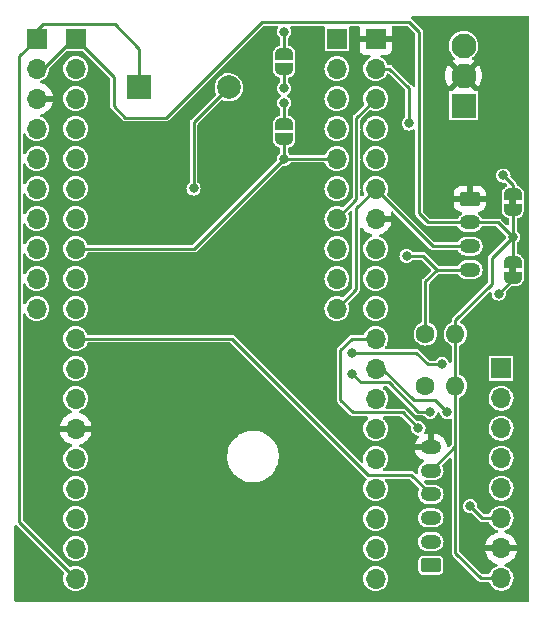
<source format=gbl>
G04 #@! TF.GenerationSoftware,KiCad,Pcbnew,(6.0.10)*
G04 #@! TF.CreationDate,2023-07-26T20:27:47-04:00*
G04 #@! TF.ProjectId,reader-daughter,72656164-6572-42d6-9461-756768746572,rev?*
G04 #@! TF.SameCoordinates,Original*
G04 #@! TF.FileFunction,Copper,L2,Bot*
G04 #@! TF.FilePolarity,Positive*
%FSLAX46Y46*%
G04 Gerber Fmt 4.6, Leading zero omitted, Abs format (unit mm)*
G04 Created by KiCad (PCBNEW (6.0.10)) date 2023-07-26 20:27:47*
%MOMM*%
%LPD*%
G01*
G04 APERTURE LIST*
G04 Aperture macros list*
%AMRoundRect*
0 Rectangle with rounded corners*
0 $1 Rounding radius*
0 $2 $3 $4 $5 $6 $7 $8 $9 X,Y pos of 4 corners*
0 Add a 4 corners polygon primitive as box body*
4,1,4,$2,$3,$4,$5,$6,$7,$8,$9,$2,$3,0*
0 Add four circle primitives for the rounded corners*
1,1,$1+$1,$2,$3*
1,1,$1+$1,$4,$5*
1,1,$1+$1,$6,$7*
1,1,$1+$1,$8,$9*
0 Add four rect primitives between the rounded corners*
20,1,$1+$1,$2,$3,$4,$5,0*
20,1,$1+$1,$4,$5,$6,$7,0*
20,1,$1+$1,$6,$7,$8,$9,0*
20,1,$1+$1,$8,$9,$2,$3,0*%
%AMFreePoly0*
4,1,22,0.500000,-0.750000,0.000000,-0.750000,0.000000,-0.745033,-0.079941,-0.743568,-0.215256,-0.701293,-0.333266,-0.622738,-0.424486,-0.514219,-0.481581,-0.384460,-0.499164,-0.250000,-0.500000,-0.250000,-0.500000,0.250000,-0.499164,0.250000,-0.499963,0.256109,-0.478152,0.396186,-0.417904,0.524511,-0.324060,0.630769,-0.204165,0.706417,-0.067858,0.745374,0.000000,0.744959,0.000000,0.750000,
0.500000,0.750000,0.500000,-0.750000,0.500000,-0.750000,$1*%
%AMFreePoly1*
4,1,20,0.000000,0.744959,0.073905,0.744508,0.209726,0.703889,0.328688,0.626782,0.421226,0.519385,0.479903,0.390333,0.500000,0.250000,0.500000,-0.250000,0.499851,-0.262216,0.476331,-0.402017,0.414519,-0.529596,0.319384,-0.634700,0.198574,-0.708877,0.061801,-0.746166,0.000000,-0.745033,0.000000,-0.750000,-0.500000,-0.750000,-0.500000,0.750000,0.000000,0.750000,0.000000,0.744959,
0.000000,0.744959,$1*%
G04 Aperture macros list end*
G04 #@! TA.AperFunction,ComponentPad*
%ADD10RoundRect,0.250000X-0.625000X0.350000X-0.625000X-0.350000X0.625000X-0.350000X0.625000X0.350000X0*%
G04 #@! TD*
G04 #@! TA.AperFunction,ComponentPad*
%ADD11O,1.750000X1.200000*%
G04 #@! TD*
G04 #@! TA.AperFunction,ComponentPad*
%ADD12R,2.100000X2.100000*%
G04 #@! TD*
G04 #@! TA.AperFunction,ComponentPad*
%ADD13C,2.100000*%
G04 #@! TD*
G04 #@! TA.AperFunction,ComponentPad*
%ADD14R,2.000000X2.000000*%
G04 #@! TD*
G04 #@! TA.AperFunction,ComponentPad*
%ADD15C,2.000000*%
G04 #@! TD*
G04 #@! TA.AperFunction,ComponentPad*
%ADD16RoundRect,0.250000X0.625000X-0.350000X0.625000X0.350000X-0.625000X0.350000X-0.625000X-0.350000X0*%
G04 #@! TD*
G04 #@! TA.AperFunction,ComponentPad*
%ADD17R,1.700000X1.700000*%
G04 #@! TD*
G04 #@! TA.AperFunction,ComponentPad*
%ADD18O,1.700000X1.700000*%
G04 #@! TD*
G04 #@! TA.AperFunction,ComponentPad*
%ADD19C,1.600000*%
G04 #@! TD*
G04 #@! TA.AperFunction,ComponentPad*
%ADD20O,1.600000X1.600000*%
G04 #@! TD*
G04 #@! TA.AperFunction,SMDPad,CuDef*
%ADD21FreePoly0,90.000000*%
G04 #@! TD*
G04 #@! TA.AperFunction,SMDPad,CuDef*
%ADD22FreePoly1,90.000000*%
G04 #@! TD*
G04 #@! TA.AperFunction,SMDPad,CuDef*
%ADD23FreePoly0,270.000000*%
G04 #@! TD*
G04 #@! TA.AperFunction,SMDPad,CuDef*
%ADD24FreePoly1,270.000000*%
G04 #@! TD*
G04 #@! TA.AperFunction,ViaPad*
%ADD25C,0.800000*%
G04 #@! TD*
G04 #@! TA.AperFunction,Conductor*
%ADD26C,0.250000*%
G04 #@! TD*
G04 APERTURE END LIST*
G36*
X149100000Y-88100000D02*
G01*
X148500000Y-88100000D01*
X148500000Y-87600000D01*
X149100000Y-87600000D01*
X149100000Y-88100000D01*
G37*
G36*
X149100000Y-93850000D02*
G01*
X148500000Y-93850000D01*
X148500000Y-93350000D01*
X149100000Y-93350000D01*
X149100000Y-93850000D01*
G37*
D10*
X145161000Y-87579200D03*
D11*
X145161000Y-89579200D03*
X145161000Y-91579200D03*
X145161000Y-93579200D03*
D12*
X144627600Y-79679800D03*
D13*
X144627600Y-77139800D03*
X144627600Y-74599800D03*
D14*
X117154800Y-78130400D03*
D15*
X124754800Y-78130400D03*
D16*
X141850000Y-118600000D03*
D11*
X141850000Y-116600000D03*
X141850000Y-114600000D03*
X141850000Y-112600000D03*
X141850000Y-110600000D03*
X141850000Y-108600000D03*
D17*
X133907000Y-74015600D03*
D18*
X133907000Y-76555600D03*
X133907000Y-79095600D03*
X133907000Y-81635600D03*
X133907000Y-84175600D03*
X133907000Y-86715600D03*
X133907000Y-89255600D03*
X133907000Y-91795600D03*
X133907000Y-94335600D03*
X133907000Y-96875600D03*
D17*
X108507000Y-74015600D03*
D18*
X108507000Y-76555600D03*
X108507000Y-79095600D03*
X108507000Y-81635600D03*
X108507000Y-84175600D03*
X108507000Y-86715600D03*
X108507000Y-89255600D03*
X108507000Y-91795600D03*
X108507000Y-94335600D03*
X108507000Y-96875600D03*
D17*
X137185400Y-74015600D03*
D18*
X137185400Y-76555600D03*
X137185400Y-79095600D03*
X137185400Y-81635600D03*
X137185400Y-84175600D03*
X137185400Y-86715600D03*
X137185400Y-89255600D03*
X137185400Y-91795600D03*
X137185400Y-94335600D03*
X137185400Y-96875600D03*
X137185400Y-99415600D03*
X137185400Y-101955600D03*
X137185400Y-104495600D03*
X137185400Y-107035600D03*
X137185400Y-109575600D03*
X137185400Y-112115600D03*
X137185400Y-114655600D03*
X137185400Y-117195600D03*
X137185400Y-119735600D03*
D17*
X111785400Y-74015600D03*
D18*
X111785400Y-76555600D03*
X111785400Y-79095600D03*
X111785400Y-81635600D03*
X111785400Y-84175600D03*
X111785400Y-86715600D03*
X111785400Y-89255600D03*
X111785400Y-91795600D03*
X111785400Y-94335600D03*
X111785400Y-96875600D03*
X111785400Y-99415600D03*
X111785400Y-101955600D03*
X111785400Y-104495600D03*
X111785400Y-107035600D03*
X111785400Y-109575600D03*
X111785400Y-112115600D03*
X111785400Y-114655600D03*
X111785400Y-117195600D03*
X111785400Y-119735600D03*
D17*
X147800000Y-101925000D03*
D18*
X147800000Y-104465000D03*
X147800000Y-107005000D03*
X147800000Y-109545000D03*
X147800000Y-112085000D03*
X147800000Y-114625000D03*
X147800000Y-117165000D03*
X147800000Y-119705000D03*
D19*
X141400000Y-103400000D03*
D20*
X143940000Y-103400000D03*
D19*
X141400000Y-99000000D03*
D20*
X143940000Y-99000000D03*
D21*
X148800000Y-88500000D03*
D22*
X148800000Y-87200000D03*
D21*
X129438400Y-82538600D03*
D22*
X129438400Y-81238600D03*
D23*
X148800000Y-92950000D03*
D24*
X148800000Y-94250000D03*
D21*
X129438400Y-76608200D03*
D22*
X129438400Y-75308200D03*
D25*
X143100000Y-111600000D03*
X139600000Y-75600000D03*
X110200000Y-80600000D03*
X139600000Y-90400000D03*
X148800000Y-90800000D03*
X121767600Y-86703400D03*
X148000000Y-85600000D03*
X147600000Y-95600000D03*
X139800000Y-92400000D03*
X129438400Y-84201000D03*
X129438400Y-78232000D03*
X129438400Y-79451200D03*
X129438400Y-73431400D03*
X142800000Y-101600000D03*
X135200000Y-100600000D03*
X141800000Y-105600000D03*
X135200000Y-102400000D03*
X140000000Y-81200000D03*
X145200000Y-113600000D03*
X140800000Y-107000000D03*
X143215500Y-105600000D03*
D26*
X141218800Y-92400000D02*
X139800000Y-92400000D01*
X142398000Y-93579200D02*
X141218800Y-92400000D01*
X107000000Y-75522600D02*
X107000000Y-114950200D01*
X108507000Y-73293000D02*
X109000000Y-72800000D01*
X108507000Y-74015600D02*
X107000000Y-75522600D01*
X115091000Y-72800000D02*
X117154800Y-74863800D01*
X109000000Y-72800000D02*
X115091000Y-72800000D01*
X108507000Y-74015600D02*
X108507000Y-73293000D01*
X107000000Y-114950200D02*
X111785400Y-119735600D01*
X117154800Y-74863800D02*
X117154800Y-78130400D01*
X111785400Y-74015600D02*
X111556800Y-74015600D01*
X140843000Y-88798400D02*
X141623800Y-89579200D01*
X115036600Y-79756000D02*
X115976400Y-80695800D01*
X143940000Y-103400000D02*
X143940000Y-108510000D01*
X115976400Y-80695800D02*
X119430800Y-80695800D01*
X111785400Y-74015600D02*
X115036600Y-77266800D01*
X145161000Y-89579200D02*
X147579200Y-89579200D01*
X148800000Y-90800000D02*
X148800000Y-88450000D01*
X143940000Y-99000000D02*
X143940000Y-103400000D01*
X141623800Y-89579200D02*
X145161000Y-89579200D01*
X147579200Y-89579200D02*
X148800000Y-90800000D01*
X115036600Y-77266800D02*
X115036600Y-79756000D01*
X148800000Y-90800000D02*
X148800000Y-92950000D01*
X148800000Y-90800000D02*
X147000000Y-92600000D01*
X147000000Y-92600000D02*
X147000000Y-94800000D01*
X143940000Y-108510000D02*
X141850000Y-110600000D01*
X111556800Y-74015600D02*
X109016800Y-76555600D01*
X146105000Y-119705000D02*
X147800000Y-119705000D01*
X140843000Y-73431400D02*
X140843000Y-88798400D01*
X127526600Y-72600000D02*
X140011600Y-72600000D01*
X140011600Y-72600000D02*
X140843000Y-73431400D01*
X143940000Y-108510000D02*
X143940000Y-117540000D01*
X119430800Y-80695800D02*
X127526600Y-72600000D01*
X143940000Y-117540000D02*
X146105000Y-119705000D01*
X147000000Y-94800000D02*
X143940000Y-97860000D01*
X109016800Y-76555600D02*
X108507000Y-76555600D01*
X143940000Y-97860000D02*
X143940000Y-99000000D01*
X121767600Y-86703400D02*
X121767600Y-81117600D01*
X121767600Y-81117600D02*
X124754800Y-78130400D01*
X135534400Y-95248200D02*
X135534400Y-88366600D01*
X148800000Y-86400000D02*
X148000000Y-85600000D01*
X148800000Y-87150000D02*
X148800000Y-86400000D01*
X135534400Y-88366600D02*
X137185400Y-86715600D01*
X142049000Y-91579200D02*
X145161000Y-91579200D01*
X133907000Y-96875600D02*
X135534400Y-95248200D01*
X137185400Y-86715600D02*
X142049000Y-91579200D01*
X148800000Y-94400000D02*
X147600000Y-95600000D01*
X141400000Y-94577200D02*
X142398000Y-93579200D01*
X145161000Y-93579200D02*
X142398000Y-93579200D01*
X133907000Y-89255600D02*
X135559800Y-87602800D01*
X135559800Y-87602800D02*
X135559800Y-80721200D01*
X141400000Y-99000000D02*
X141400000Y-94577200D01*
X148800000Y-94250000D02*
X148800000Y-94400000D01*
X135559800Y-80721200D02*
X137185400Y-79095600D01*
X121843800Y-91795600D02*
X129438400Y-84201000D01*
X129438400Y-82538600D02*
X129438400Y-84201000D01*
X129463800Y-84175600D02*
X129438400Y-84201000D01*
X111785400Y-91795600D02*
X121843800Y-91795600D01*
X133907000Y-84175600D02*
X129463800Y-84175600D01*
X129438400Y-76608200D02*
X129438400Y-78232000D01*
X129438400Y-81238600D02*
X129438400Y-79451200D01*
X129438400Y-75308200D02*
X129438400Y-73431400D01*
X142800000Y-101600000D02*
X141600000Y-101600000D01*
X141600000Y-101600000D02*
X140600000Y-100600000D01*
X140600000Y-100600000D02*
X135200000Y-100600000D01*
X135200000Y-102400000D02*
X135930600Y-103130600D01*
X135930600Y-103130600D02*
X138294204Y-103130600D01*
X138294204Y-103130600D02*
X140763604Y-105600000D01*
X140763604Y-105600000D02*
X141800000Y-105600000D01*
X140190600Y-110940600D02*
X136540600Y-110940600D01*
X125015600Y-99415600D02*
X111785400Y-99415600D01*
X141850000Y-112600000D02*
X140190600Y-110940600D01*
X136540600Y-110940600D02*
X125015600Y-99415600D01*
X138355600Y-76555600D02*
X137185400Y-76555600D01*
X140000000Y-81200000D02*
X140000000Y-78200000D01*
X145200000Y-113600000D02*
X146225000Y-114625000D01*
X146225000Y-114625000D02*
X147800000Y-114625000D01*
X140000000Y-78200000D02*
X138355600Y-76555600D01*
X134200000Y-100400000D02*
X135184400Y-99415600D01*
X139470600Y-105670600D02*
X135270600Y-105670600D01*
X135184400Y-99415600D02*
X137185400Y-99415600D01*
X134200000Y-104600000D02*
X134200000Y-100400000D01*
X140800000Y-107000000D02*
X139470600Y-105670600D01*
X135270600Y-105670600D02*
X134200000Y-104600000D01*
X143215500Y-105600000D02*
X142215500Y-104600000D01*
X140400000Y-104600000D02*
X137755600Y-101955600D01*
X137755600Y-101955600D02*
X137185400Y-101955600D01*
X142215500Y-104600000D02*
X140400000Y-104600000D01*
G04 #@! TA.AperFunction,Conductor*
G36*
X150141121Y-72121002D02*
G01*
X150187614Y-72174658D01*
X150199000Y-72227000D01*
X150199000Y-121573000D01*
X150178998Y-121641121D01*
X150125342Y-121687614D01*
X150073000Y-121699000D01*
X106727000Y-121699000D01*
X106658879Y-121678998D01*
X106612386Y-121625342D01*
X106601000Y-121573000D01*
X106601000Y-115315716D01*
X106621002Y-115247595D01*
X106674658Y-115201102D01*
X106744932Y-115190998D01*
X106809512Y-115220492D01*
X106816095Y-115226621D01*
X110783657Y-119194183D01*
X110817683Y-119256495D01*
X110814664Y-119321376D01*
X110752884Y-119516132D01*
X110752198Y-119522249D01*
X110752197Y-119522253D01*
X110732092Y-119701494D01*
X110729920Y-119720862D01*
X110747159Y-119926153D01*
X110748858Y-119932078D01*
X110795170Y-120093586D01*
X110803944Y-120124186D01*
X110806759Y-120129663D01*
X110806760Y-120129666D01*
X110827647Y-120170307D01*
X110898112Y-120307418D01*
X111026077Y-120468870D01*
X111030770Y-120472864D01*
X111030771Y-120472865D01*
X111171306Y-120592469D01*
X111182964Y-120602391D01*
X111362798Y-120702897D01*
X111457638Y-120733712D01*
X111552871Y-120764656D01*
X111552875Y-120764657D01*
X111558729Y-120766559D01*
X111763294Y-120790951D01*
X111769429Y-120790479D01*
X111769431Y-120790479D01*
X111825439Y-120786169D01*
X111968700Y-120775146D01*
X111974630Y-120773490D01*
X111974632Y-120773490D01*
X112109053Y-120735959D01*
X112167125Y-120719745D01*
X112172614Y-120716972D01*
X112172620Y-120716970D01*
X112345516Y-120629633D01*
X112351010Y-120626858D01*
X112390177Y-120596258D01*
X112508501Y-120503813D01*
X112513351Y-120500024D01*
X112536494Y-120473213D01*
X112643940Y-120348734D01*
X112643940Y-120348733D01*
X112647964Y-120344072D01*
X112668787Y-120307418D01*
X112746676Y-120170307D01*
X112749723Y-120164944D01*
X112814751Y-119969463D01*
X112840571Y-119765074D01*
X112840983Y-119735600D01*
X112839538Y-119720862D01*
X136129920Y-119720862D01*
X136147159Y-119926153D01*
X136148858Y-119932078D01*
X136195170Y-120093586D01*
X136203944Y-120124186D01*
X136206759Y-120129663D01*
X136206760Y-120129666D01*
X136227647Y-120170307D01*
X136298112Y-120307418D01*
X136426077Y-120468870D01*
X136430770Y-120472864D01*
X136430771Y-120472865D01*
X136571306Y-120592469D01*
X136582964Y-120602391D01*
X136762798Y-120702897D01*
X136857638Y-120733712D01*
X136952871Y-120764656D01*
X136952875Y-120764657D01*
X136958729Y-120766559D01*
X137163294Y-120790951D01*
X137169429Y-120790479D01*
X137169431Y-120790479D01*
X137225439Y-120786169D01*
X137368700Y-120775146D01*
X137374630Y-120773490D01*
X137374632Y-120773490D01*
X137509053Y-120735959D01*
X137567125Y-120719745D01*
X137572614Y-120716972D01*
X137572620Y-120716970D01*
X137745516Y-120629633D01*
X137751010Y-120626858D01*
X137790177Y-120596258D01*
X137908501Y-120503813D01*
X137913351Y-120500024D01*
X137936494Y-120473213D01*
X138043940Y-120348734D01*
X138043940Y-120348733D01*
X138047964Y-120344072D01*
X138068787Y-120307418D01*
X138146676Y-120170307D01*
X138149723Y-120164944D01*
X138214751Y-119969463D01*
X138240571Y-119765074D01*
X138240983Y-119735600D01*
X138220880Y-119530570D01*
X138161335Y-119333349D01*
X138064618Y-119151449D01*
X137969945Y-119035369D01*
X137944226Y-119003834D01*
X140774500Y-119003834D01*
X140777481Y-119035369D01*
X140822366Y-119163184D01*
X140827958Y-119170754D01*
X140827959Y-119170757D01*
X140845262Y-119194183D01*
X140902850Y-119272150D01*
X140910421Y-119277742D01*
X141004243Y-119347041D01*
X141004246Y-119347042D01*
X141011816Y-119352634D01*
X141139631Y-119397519D01*
X141147277Y-119398242D01*
X141147278Y-119398242D01*
X141153248Y-119398806D01*
X141171166Y-119400500D01*
X142528834Y-119400500D01*
X142546752Y-119398806D01*
X142552722Y-119398242D01*
X142552723Y-119398242D01*
X142560369Y-119397519D01*
X142688184Y-119352634D01*
X142695754Y-119347042D01*
X142695757Y-119347041D01*
X142789579Y-119277742D01*
X142797150Y-119272150D01*
X142854738Y-119194183D01*
X142872041Y-119170757D01*
X142872042Y-119170754D01*
X142877634Y-119163184D01*
X142922519Y-119035369D01*
X142925500Y-119003834D01*
X142925500Y-118196166D01*
X142922519Y-118164631D01*
X142877634Y-118036816D01*
X142872042Y-118029246D01*
X142872041Y-118029243D01*
X142802742Y-117935421D01*
X142797150Y-117927850D01*
X142720209Y-117871020D01*
X142695757Y-117852959D01*
X142695754Y-117852958D01*
X142688184Y-117847366D01*
X142560369Y-117802481D01*
X142552723Y-117801758D01*
X142552722Y-117801758D01*
X142546752Y-117801194D01*
X142528834Y-117799500D01*
X141171166Y-117799500D01*
X141153248Y-117801194D01*
X141147278Y-117801758D01*
X141147277Y-117801758D01*
X141139631Y-117802481D01*
X141011816Y-117847366D01*
X141004246Y-117852958D01*
X141004243Y-117852959D01*
X140979791Y-117871020D01*
X140902850Y-117927850D01*
X140897258Y-117935421D01*
X140827959Y-118029243D01*
X140827958Y-118029246D01*
X140822366Y-118036816D01*
X140777481Y-118164631D01*
X140774500Y-118196166D01*
X140774500Y-119003834D01*
X137944226Y-119003834D01*
X137938306Y-118996575D01*
X137938303Y-118996572D01*
X137934411Y-118991800D01*
X137880197Y-118946950D01*
X137780425Y-118864411D01*
X137780421Y-118864409D01*
X137775675Y-118860482D01*
X137594455Y-118762497D01*
X137397654Y-118701577D01*
X137391529Y-118700933D01*
X137391528Y-118700933D01*
X137198898Y-118680687D01*
X137198896Y-118680687D01*
X137192769Y-118680043D01*
X137105929Y-118687946D01*
X136993742Y-118698155D01*
X136993739Y-118698156D01*
X136987603Y-118698714D01*
X136789972Y-118756880D01*
X136784507Y-118759737D01*
X136779228Y-118762497D01*
X136607402Y-118852326D01*
X136602601Y-118856186D01*
X136602598Y-118856188D01*
X136451654Y-118977550D01*
X136446847Y-118981415D01*
X136314424Y-119139230D01*
X136311456Y-119144628D01*
X136311453Y-119144633D01*
X136234964Y-119283767D01*
X136215176Y-119319762D01*
X136152884Y-119516132D01*
X136152198Y-119522249D01*
X136152197Y-119522253D01*
X136132092Y-119701494D01*
X136129920Y-119720862D01*
X112839538Y-119720862D01*
X112820880Y-119530570D01*
X112761335Y-119333349D01*
X112664618Y-119151449D01*
X112569945Y-119035369D01*
X112538306Y-118996575D01*
X112538303Y-118996572D01*
X112534411Y-118991800D01*
X112480197Y-118946950D01*
X112380425Y-118864411D01*
X112380421Y-118864409D01*
X112375675Y-118860482D01*
X112194455Y-118762497D01*
X111997654Y-118701577D01*
X111991529Y-118700933D01*
X111991528Y-118700933D01*
X111798898Y-118680687D01*
X111798896Y-118680687D01*
X111792769Y-118680043D01*
X111705929Y-118687946D01*
X111593742Y-118698155D01*
X111593739Y-118698156D01*
X111587603Y-118698714D01*
X111389972Y-118756880D01*
X111384508Y-118759737D01*
X111380181Y-118761485D01*
X111309528Y-118768460D01*
X111243882Y-118733756D01*
X109690988Y-117180862D01*
X110729920Y-117180862D01*
X110730436Y-117187006D01*
X110744374Y-117352984D01*
X110747159Y-117386153D01*
X110748858Y-117392078D01*
X110796384Y-117557820D01*
X110803944Y-117584186D01*
X110806759Y-117589663D01*
X110806760Y-117589666D01*
X110890422Y-117752455D01*
X110898112Y-117767418D01*
X111026077Y-117928870D01*
X111030770Y-117932864D01*
X111030771Y-117932865D01*
X111170534Y-118051812D01*
X111182964Y-118062391D01*
X111362798Y-118162897D01*
X111456116Y-118193218D01*
X111552871Y-118224656D01*
X111552875Y-118224657D01*
X111558729Y-118226559D01*
X111763294Y-118250951D01*
X111769429Y-118250479D01*
X111769431Y-118250479D01*
X111825439Y-118246169D01*
X111968700Y-118235146D01*
X111974630Y-118233490D01*
X111974632Y-118233490D01*
X112161197Y-118181400D01*
X112161196Y-118181400D01*
X112167125Y-118179745D01*
X112172614Y-118176972D01*
X112172620Y-118176970D01*
X112345516Y-118089633D01*
X112351010Y-118086858D01*
X112403692Y-118045699D01*
X112432181Y-118023441D01*
X112513351Y-117960024D01*
X112545950Y-117922258D01*
X112643940Y-117808734D01*
X112643940Y-117808733D01*
X112647964Y-117804072D01*
X112659304Y-117784111D01*
X112726606Y-117665637D01*
X112749723Y-117624944D01*
X112814751Y-117429463D01*
X112840571Y-117225074D01*
X112840983Y-117195600D01*
X112839538Y-117180862D01*
X136129920Y-117180862D01*
X136130436Y-117187006D01*
X136144374Y-117352984D01*
X136147159Y-117386153D01*
X136148858Y-117392078D01*
X136196384Y-117557820D01*
X136203944Y-117584186D01*
X136206759Y-117589663D01*
X136206760Y-117589666D01*
X136290422Y-117752455D01*
X136298112Y-117767418D01*
X136426077Y-117928870D01*
X136430770Y-117932864D01*
X136430771Y-117932865D01*
X136570534Y-118051812D01*
X136582964Y-118062391D01*
X136762798Y-118162897D01*
X136856116Y-118193218D01*
X136952871Y-118224656D01*
X136952875Y-118224657D01*
X136958729Y-118226559D01*
X137163294Y-118250951D01*
X137169429Y-118250479D01*
X137169431Y-118250479D01*
X137225439Y-118246169D01*
X137368700Y-118235146D01*
X137374630Y-118233490D01*
X137374632Y-118233490D01*
X137561197Y-118181400D01*
X137561196Y-118181400D01*
X137567125Y-118179745D01*
X137572614Y-118176972D01*
X137572620Y-118176970D01*
X137745516Y-118089633D01*
X137751010Y-118086858D01*
X137803692Y-118045699D01*
X137832181Y-118023441D01*
X137913351Y-117960024D01*
X137945950Y-117922258D01*
X138043940Y-117808734D01*
X138043940Y-117808733D01*
X138047964Y-117804072D01*
X138059304Y-117784111D01*
X138126606Y-117665637D01*
X138149723Y-117624944D01*
X138214751Y-117429463D01*
X138240571Y-117225074D01*
X138240983Y-117195600D01*
X138220880Y-116990570D01*
X138161335Y-116793349D01*
X138064618Y-116611449D01*
X138050694Y-116594376D01*
X140769455Y-116594376D01*
X140770191Y-116601379D01*
X140770191Y-116601380D01*
X140782777Y-116721124D01*
X140788227Y-116772983D01*
X140790498Y-116779654D01*
X140835212Y-116911000D01*
X140846103Y-116942993D01*
X140940206Y-117095955D01*
X140945132Y-117100986D01*
X140945135Y-117100989D01*
X140948838Y-117104770D01*
X141065859Y-117224268D01*
X141071784Y-117228087D01*
X141071786Y-117228088D01*
X141210891Y-117317735D01*
X141216817Y-117321554D01*
X141223437Y-117323963D01*
X141223440Y-117323965D01*
X141378961Y-117380570D01*
X141378964Y-117380571D01*
X141385578Y-117382978D01*
X141412121Y-117386331D01*
X141520355Y-117400004D01*
X141520358Y-117400004D01*
X141524283Y-117400500D01*
X142170155Y-117400500D01*
X142303472Y-117385546D01*
X142310847Y-117382978D01*
X142396978Y-117352984D01*
X142473073Y-117326485D01*
X142480965Y-117321554D01*
X142619401Y-117235049D01*
X142625375Y-117231316D01*
X142689365Y-117167771D01*
X142747810Y-117109733D01*
X142747813Y-117109729D01*
X142752807Y-117104770D01*
X142849037Y-116953136D01*
X142905935Y-116793349D01*
X142906919Y-116790586D01*
X142906920Y-116790581D01*
X142909281Y-116783951D01*
X142910114Y-116776965D01*
X142910115Y-116776961D01*
X142925352Y-116649177D01*
X142930545Y-116605624D01*
X142913965Y-116447871D01*
X142912510Y-116434025D01*
X142912509Y-116434021D01*
X142911773Y-116427017D01*
X142872525Y-116311727D01*
X142856168Y-116263677D01*
X142856167Y-116263674D01*
X142853897Y-116257007D01*
X142831546Y-116220675D01*
X142763485Y-116110045D01*
X142759794Y-116104045D01*
X142754868Y-116099014D01*
X142754865Y-116099011D01*
X142667250Y-116009542D01*
X142634141Y-115975732D01*
X142617413Y-115964951D01*
X142489109Y-115882265D01*
X142483183Y-115878446D01*
X142476563Y-115876037D01*
X142476560Y-115876035D01*
X142321039Y-115819430D01*
X142321036Y-115819429D01*
X142314422Y-115817022D01*
X142257692Y-115809856D01*
X142179645Y-115799996D01*
X142179642Y-115799996D01*
X142175717Y-115799500D01*
X141529845Y-115799500D01*
X141396528Y-115814454D01*
X141389875Y-115816771D01*
X141389874Y-115816771D01*
X141321549Y-115840564D01*
X141226927Y-115873515D01*
X141220953Y-115877248D01*
X141220951Y-115877249D01*
X141080599Y-115964951D01*
X141074625Y-115968684D01*
X141015380Y-116027517D01*
X140952190Y-116090267D01*
X140952187Y-116090271D01*
X140947193Y-116095230D01*
X140850963Y-116246864D01*
X140848598Y-116253506D01*
X140793081Y-116409414D01*
X140793080Y-116409419D01*
X140790719Y-116416049D01*
X140789886Y-116423035D01*
X140789885Y-116423039D01*
X140777630Y-116525814D01*
X140769455Y-116594376D01*
X138050694Y-116594376D01*
X137963649Y-116487649D01*
X137938306Y-116456575D01*
X137938303Y-116456572D01*
X137934411Y-116451800D01*
X137891196Y-116416049D01*
X137780425Y-116324411D01*
X137780421Y-116324409D01*
X137775675Y-116320482D01*
X137594455Y-116222497D01*
X137397654Y-116161577D01*
X137391529Y-116160933D01*
X137391528Y-116160933D01*
X137198898Y-116140687D01*
X137198896Y-116140687D01*
X137192769Y-116140043D01*
X137105929Y-116147946D01*
X136993742Y-116158155D01*
X136993739Y-116158156D01*
X136987603Y-116158714D01*
X136789972Y-116216880D01*
X136607402Y-116312326D01*
X136602601Y-116316186D01*
X136602598Y-116316188D01*
X136456038Y-116434025D01*
X136446847Y-116441415D01*
X136314424Y-116599230D01*
X136311456Y-116604628D01*
X136311453Y-116604633D01*
X136247412Y-116721124D01*
X136215176Y-116779762D01*
X136152884Y-116976132D01*
X136152198Y-116982249D01*
X136152197Y-116982253D01*
X136140117Y-117089955D01*
X136129920Y-117180862D01*
X112839538Y-117180862D01*
X112820880Y-116990570D01*
X112761335Y-116793349D01*
X112664618Y-116611449D01*
X112563649Y-116487649D01*
X112538306Y-116456575D01*
X112538303Y-116456572D01*
X112534411Y-116451800D01*
X112491196Y-116416049D01*
X112380425Y-116324411D01*
X112380421Y-116324409D01*
X112375675Y-116320482D01*
X112194455Y-116222497D01*
X111997654Y-116161577D01*
X111991529Y-116160933D01*
X111991528Y-116160933D01*
X111798898Y-116140687D01*
X111798896Y-116140687D01*
X111792769Y-116140043D01*
X111705929Y-116147946D01*
X111593742Y-116158155D01*
X111593739Y-116158156D01*
X111587603Y-116158714D01*
X111389972Y-116216880D01*
X111207402Y-116312326D01*
X111202601Y-116316186D01*
X111202598Y-116316188D01*
X111056038Y-116434025D01*
X111046847Y-116441415D01*
X110914424Y-116599230D01*
X110911456Y-116604628D01*
X110911453Y-116604633D01*
X110847412Y-116721124D01*
X110815176Y-116779762D01*
X110752884Y-116976132D01*
X110752198Y-116982249D01*
X110752197Y-116982253D01*
X110740117Y-117089955D01*
X110729920Y-117180862D01*
X109690988Y-117180862D01*
X107362405Y-114852279D01*
X107328379Y-114789967D01*
X107325500Y-114763184D01*
X107325500Y-114640862D01*
X110729920Y-114640862D01*
X110747159Y-114846153D01*
X110748858Y-114852078D01*
X110797217Y-115020725D01*
X110803944Y-115044186D01*
X110806759Y-115049663D01*
X110806760Y-115049666D01*
X110895297Y-115221941D01*
X110898112Y-115227418D01*
X111026077Y-115388870D01*
X111030770Y-115392864D01*
X111030771Y-115392865D01*
X111171306Y-115512469D01*
X111182964Y-115522391D01*
X111362798Y-115622897D01*
X111456990Y-115653502D01*
X111552871Y-115684656D01*
X111552875Y-115684657D01*
X111558729Y-115686559D01*
X111763294Y-115710951D01*
X111769429Y-115710479D01*
X111769431Y-115710479D01*
X111825439Y-115706169D01*
X111968700Y-115695146D01*
X111974630Y-115693490D01*
X111974632Y-115693490D01*
X112161197Y-115641400D01*
X112161196Y-115641400D01*
X112167125Y-115639745D01*
X112172614Y-115636972D01*
X112172620Y-115636970D01*
X112345516Y-115549633D01*
X112351010Y-115546858D01*
X112390177Y-115516258D01*
X112508501Y-115423813D01*
X112513351Y-115420024D01*
X112536494Y-115393213D01*
X112643940Y-115268734D01*
X112643940Y-115268733D01*
X112647964Y-115264072D01*
X112664452Y-115235049D01*
X112705577Y-115162655D01*
X112749723Y-115084944D01*
X112814751Y-114889463D01*
X112840571Y-114685074D01*
X112840983Y-114655600D01*
X112839538Y-114640862D01*
X136129920Y-114640862D01*
X136147159Y-114846153D01*
X136148858Y-114852078D01*
X136197217Y-115020725D01*
X136203944Y-115044186D01*
X136206759Y-115049663D01*
X136206760Y-115049666D01*
X136295297Y-115221941D01*
X136298112Y-115227418D01*
X136426077Y-115388870D01*
X136430770Y-115392864D01*
X136430771Y-115392865D01*
X136571306Y-115512469D01*
X136582964Y-115522391D01*
X136762798Y-115622897D01*
X136856990Y-115653502D01*
X136952871Y-115684656D01*
X136952875Y-115684657D01*
X136958729Y-115686559D01*
X137163294Y-115710951D01*
X137169429Y-115710479D01*
X137169431Y-115710479D01*
X137225439Y-115706169D01*
X137368700Y-115695146D01*
X137374630Y-115693490D01*
X137374632Y-115693490D01*
X137561197Y-115641400D01*
X137561196Y-115641400D01*
X137567125Y-115639745D01*
X137572614Y-115636972D01*
X137572620Y-115636970D01*
X137745516Y-115549633D01*
X137751010Y-115546858D01*
X137790177Y-115516258D01*
X137908501Y-115423813D01*
X137913351Y-115420024D01*
X137936494Y-115393213D01*
X138043940Y-115268734D01*
X138043940Y-115268733D01*
X138047964Y-115264072D01*
X138064452Y-115235049D01*
X138105577Y-115162655D01*
X138149723Y-115084944D01*
X138214751Y-114889463D01*
X138240571Y-114685074D01*
X138240983Y-114655600D01*
X138234980Y-114594376D01*
X140769455Y-114594376D01*
X140770191Y-114601379D01*
X140770191Y-114601380D01*
X140778988Y-114685074D01*
X140788227Y-114772983D01*
X140790498Y-114779654D01*
X140843718Y-114935986D01*
X140846103Y-114942993D01*
X140849793Y-114948991D01*
X140849794Y-114948993D01*
X140851281Y-114951410D01*
X140940206Y-115095955D01*
X140945132Y-115100986D01*
X140945135Y-115100989D01*
X141005523Y-115162655D01*
X141065859Y-115224268D01*
X141071784Y-115228087D01*
X141071786Y-115228088D01*
X141207758Y-115315716D01*
X141216817Y-115321554D01*
X141223437Y-115323963D01*
X141223440Y-115323965D01*
X141378961Y-115380570D01*
X141378964Y-115380571D01*
X141385578Y-115382978D01*
X141436605Y-115389424D01*
X141520355Y-115400004D01*
X141520358Y-115400004D01*
X141524283Y-115400500D01*
X142170155Y-115400500D01*
X142303472Y-115385546D01*
X142310847Y-115382978D01*
X142395671Y-115353439D01*
X142473073Y-115326485D01*
X142480965Y-115321554D01*
X142619401Y-115235049D01*
X142625375Y-115231316D01*
X142732180Y-115125254D01*
X142747810Y-115109733D01*
X142747813Y-115109729D01*
X142752807Y-115104770D01*
X142769104Y-115079091D01*
X142810674Y-115013586D01*
X142849037Y-114953136D01*
X142878730Y-114869749D01*
X142906919Y-114790586D01*
X142906920Y-114790581D01*
X142909281Y-114783951D01*
X142910114Y-114776965D01*
X142910115Y-114776961D01*
X142926343Y-114640862D01*
X142930545Y-114605624D01*
X142914893Y-114456703D01*
X142912510Y-114434025D01*
X142912509Y-114434021D01*
X142911773Y-114427017D01*
X142853897Y-114257007D01*
X142848301Y-114247910D01*
X142772400Y-114124536D01*
X142759794Y-114104045D01*
X142754868Y-114099014D01*
X142754865Y-114099011D01*
X142679191Y-114021736D01*
X142634141Y-113975732D01*
X142617413Y-113964951D01*
X142489109Y-113882265D01*
X142483183Y-113878446D01*
X142476563Y-113876037D01*
X142476560Y-113876035D01*
X142321039Y-113819430D01*
X142321036Y-113819429D01*
X142314422Y-113817022D01*
X142257692Y-113809856D01*
X142179645Y-113799996D01*
X142179642Y-113799996D01*
X142175717Y-113799500D01*
X141529845Y-113799500D01*
X141396528Y-113814454D01*
X141389875Y-113816771D01*
X141389874Y-113816771D01*
X141321549Y-113840564D01*
X141226927Y-113873515D01*
X141220953Y-113877248D01*
X141220951Y-113877249D01*
X141080599Y-113964951D01*
X141074625Y-113968684D01*
X141021202Y-114021736D01*
X140952190Y-114090267D01*
X140952187Y-114090271D01*
X140947193Y-114095230D01*
X140850963Y-114246864D01*
X140844976Y-114263677D01*
X140793081Y-114409414D01*
X140793080Y-114409419D01*
X140790719Y-114416049D01*
X140789886Y-114423035D01*
X140789885Y-114423039D01*
X140785871Y-114456703D01*
X140769455Y-114594376D01*
X138234980Y-114594376D01*
X138220880Y-114450570D01*
X138161335Y-114253349D01*
X138064618Y-114071449D01*
X137977760Y-113964951D01*
X137938306Y-113916575D01*
X137938303Y-113916572D01*
X137934411Y-113911800D01*
X137927573Y-113906143D01*
X137780425Y-113784411D01*
X137780421Y-113784409D01*
X137775675Y-113780482D01*
X137594455Y-113682497D01*
X137397654Y-113621577D01*
X137391529Y-113620933D01*
X137391528Y-113620933D01*
X137198898Y-113600687D01*
X137198896Y-113600687D01*
X137192769Y-113600043D01*
X137105929Y-113607946D01*
X136993742Y-113618155D01*
X136993739Y-113618156D01*
X136987603Y-113618714D01*
X136789972Y-113676880D01*
X136607402Y-113772326D01*
X136602601Y-113776186D01*
X136602598Y-113776188D01*
X136454563Y-113895211D01*
X136446847Y-113901415D01*
X136314424Y-114059230D01*
X136311456Y-114064628D01*
X136311453Y-114064633D01*
X136232736Y-114207821D01*
X136215176Y-114239762D01*
X136152884Y-114436132D01*
X136152198Y-114442249D01*
X136152197Y-114442253D01*
X136133088Y-114612617D01*
X136129920Y-114640862D01*
X112839538Y-114640862D01*
X112820880Y-114450570D01*
X112761335Y-114253349D01*
X112664618Y-114071449D01*
X112577760Y-113964951D01*
X112538306Y-113916575D01*
X112538303Y-113916572D01*
X112534411Y-113911800D01*
X112527573Y-113906143D01*
X112380425Y-113784411D01*
X112380421Y-113784409D01*
X112375675Y-113780482D01*
X112194455Y-113682497D01*
X111997654Y-113621577D01*
X111991529Y-113620933D01*
X111991528Y-113620933D01*
X111798898Y-113600687D01*
X111798896Y-113600687D01*
X111792769Y-113600043D01*
X111705929Y-113607946D01*
X111593742Y-113618155D01*
X111593739Y-113618156D01*
X111587603Y-113618714D01*
X111389972Y-113676880D01*
X111207402Y-113772326D01*
X111202601Y-113776186D01*
X111202598Y-113776188D01*
X111054563Y-113895211D01*
X111046847Y-113901415D01*
X110914424Y-114059230D01*
X110911456Y-114064628D01*
X110911453Y-114064633D01*
X110832736Y-114207821D01*
X110815176Y-114239762D01*
X110752884Y-114436132D01*
X110752198Y-114442249D01*
X110752197Y-114442253D01*
X110733088Y-114612617D01*
X110729920Y-114640862D01*
X107325500Y-114640862D01*
X107325500Y-112100862D01*
X110729920Y-112100862D01*
X110730436Y-112107006D01*
X110744074Y-112269411D01*
X110747159Y-112306153D01*
X110748858Y-112312078D01*
X110795170Y-112473586D01*
X110803944Y-112504186D01*
X110806759Y-112509663D01*
X110806760Y-112509666D01*
X110879571Y-112651341D01*
X110898112Y-112687418D01*
X111026077Y-112848870D01*
X111030770Y-112852864D01*
X111030771Y-112852865D01*
X111171306Y-112972469D01*
X111182964Y-112982391D01*
X111188342Y-112985397D01*
X111188344Y-112985398D01*
X111219963Y-113003069D01*
X111362798Y-113082897D01*
X111430116Y-113104770D01*
X111552871Y-113144656D01*
X111552875Y-113144657D01*
X111558729Y-113146559D01*
X111763294Y-113170951D01*
X111769429Y-113170479D01*
X111769431Y-113170479D01*
X111825439Y-113166169D01*
X111968700Y-113155146D01*
X111974630Y-113153490D01*
X111974632Y-113153490D01*
X112109053Y-113115959D01*
X112167125Y-113099745D01*
X112172614Y-113096972D01*
X112172620Y-113096970D01*
X112328723Y-113018116D01*
X112351010Y-113006858D01*
X112390177Y-112976258D01*
X112508501Y-112883813D01*
X112513351Y-112880024D01*
X112536494Y-112853213D01*
X112643940Y-112728734D01*
X112643940Y-112728733D01*
X112647964Y-112724072D01*
X112668787Y-112687418D01*
X112719231Y-112598620D01*
X112749723Y-112544944D01*
X112814751Y-112349463D01*
X112840571Y-112145074D01*
X112840983Y-112115600D01*
X112820880Y-111910570D01*
X112761335Y-111713349D01*
X112664618Y-111531449D01*
X112562552Y-111406304D01*
X112538306Y-111376575D01*
X112538303Y-111376572D01*
X112534411Y-111371800D01*
X112517186Y-111357550D01*
X112380425Y-111244411D01*
X112380421Y-111244409D01*
X112375675Y-111240482D01*
X112194455Y-111142497D01*
X111997654Y-111081577D01*
X111991529Y-111080933D01*
X111991528Y-111080933D01*
X111798898Y-111060687D01*
X111798896Y-111060687D01*
X111792769Y-111060043D01*
X111705929Y-111067946D01*
X111593742Y-111078155D01*
X111593739Y-111078156D01*
X111587603Y-111078714D01*
X111389972Y-111136880D01*
X111384507Y-111139737D01*
X111342337Y-111161783D01*
X111207402Y-111232326D01*
X111202601Y-111236186D01*
X111202598Y-111236188D01*
X111051654Y-111357550D01*
X111046847Y-111361415D01*
X110914424Y-111519230D01*
X110911456Y-111524628D01*
X110911453Y-111524633D01*
X110882099Y-111578029D01*
X110815176Y-111699762D01*
X110752884Y-111896132D01*
X110752198Y-111902249D01*
X110752197Y-111902253D01*
X110734284Y-112061957D01*
X110729920Y-112100862D01*
X107325500Y-112100862D01*
X107325500Y-107303566D01*
X110453657Y-107303566D01*
X110483965Y-107438046D01*
X110487045Y-107447875D01*
X110567170Y-107645203D01*
X110571813Y-107654394D01*
X110683094Y-107835988D01*
X110689177Y-107844299D01*
X110828613Y-108005267D01*
X110835980Y-108012483D01*
X110999834Y-108148516D01*
X111008281Y-108154431D01*
X111192156Y-108261879D01*
X111201442Y-108266329D01*
X111400401Y-108342303D01*
X111415266Y-108346622D01*
X111414689Y-108348608D01*
X111469660Y-108377682D01*
X111504510Y-108439536D01*
X111500388Y-108510413D01*
X111458601Y-108567809D01*
X111417330Y-108588828D01*
X111395889Y-108595138D01*
X111395884Y-108595140D01*
X111389972Y-108596880D01*
X111207402Y-108692326D01*
X111202601Y-108696186D01*
X111202598Y-108696188D01*
X111061772Y-108809415D01*
X111046847Y-108821415D01*
X110914424Y-108979230D01*
X110911456Y-108984628D01*
X110911453Y-108984633D01*
X110855919Y-109085650D01*
X110815176Y-109159762D01*
X110752884Y-109356132D01*
X110752198Y-109362249D01*
X110752197Y-109362253D01*
X110734039Y-109524137D01*
X110729920Y-109560862D01*
X110730436Y-109567006D01*
X110746568Y-109759111D01*
X110747159Y-109766153D01*
X110748858Y-109772078D01*
X110795170Y-109933586D01*
X110803944Y-109964186D01*
X110806759Y-109969663D01*
X110806760Y-109969666D01*
X110871291Y-110095230D01*
X110898112Y-110147418D01*
X111026077Y-110308870D01*
X111030770Y-110312864D01*
X111030771Y-110312865D01*
X111171306Y-110432469D01*
X111182964Y-110442391D01*
X111362798Y-110542897D01*
X111442162Y-110568684D01*
X111552871Y-110604656D01*
X111552875Y-110604657D01*
X111558729Y-110606559D01*
X111763294Y-110630951D01*
X111769429Y-110630479D01*
X111769431Y-110630479D01*
X111825439Y-110626169D01*
X111968700Y-110615146D01*
X111974630Y-110613490D01*
X111974632Y-110613490D01*
X112109053Y-110575959D01*
X112167125Y-110559745D01*
X112172614Y-110556972D01*
X112172620Y-110556970D01*
X112305352Y-110489922D01*
X112351010Y-110466858D01*
X112390177Y-110436258D01*
X112508501Y-110343813D01*
X112513351Y-110340024D01*
X112536494Y-110313213D01*
X112643940Y-110188734D01*
X112643940Y-110188733D01*
X112647964Y-110184072D01*
X112668787Y-110147418D01*
X112735260Y-110030403D01*
X112749723Y-110004944D01*
X112814751Y-109809463D01*
X112840571Y-109605074D01*
X112840983Y-109575600D01*
X112821526Y-109377160D01*
X124619035Y-109377160D01*
X124619039Y-109377234D01*
X124619263Y-109381120D01*
X124619263Y-109381127D01*
X124628916Y-109548522D01*
X124636114Y-109673362D01*
X124636939Y-109677567D01*
X124636940Y-109677575D01*
X124675382Y-109873515D01*
X124693234Y-109964506D01*
X124694621Y-109968557D01*
X124779881Y-110217581D01*
X124789338Y-110245204D01*
X124791263Y-110249031D01*
X124791264Y-110249034D01*
X124902213Y-110469633D01*
X124922648Y-110510263D01*
X124925074Y-110513792D01*
X124925077Y-110513798D01*
X125027385Y-110662655D01*
X125090698Y-110754776D01*
X125290377Y-110974220D01*
X125293666Y-110976970D01*
X125514698Y-111161783D01*
X125514703Y-111161787D01*
X125517990Y-111164535D01*
X125594670Y-111212636D01*
X125765687Y-111319915D01*
X125765691Y-111319917D01*
X125769327Y-111322198D01*
X125773237Y-111323963D01*
X125773238Y-111323964D01*
X126035823Y-111442526D01*
X126035827Y-111442528D01*
X126039735Y-111444292D01*
X126043855Y-111445512D01*
X126043854Y-111445512D01*
X126320098Y-111527339D01*
X126320102Y-111527340D01*
X126324211Y-111528557D01*
X126328448Y-111529205D01*
X126328451Y-111529206D01*
X126418379Y-111542967D01*
X126617492Y-111573436D01*
X126768564Y-111575809D01*
X126909858Y-111578029D01*
X126909864Y-111578029D01*
X126914149Y-111578096D01*
X127208695Y-111542452D01*
X127495677Y-111467163D01*
X127769787Y-111353623D01*
X127797771Y-111337271D01*
X128022254Y-111206094D01*
X128022255Y-111206093D01*
X128025952Y-111203933D01*
X128073287Y-111166818D01*
X128256059Y-111023506D01*
X128259431Y-111020862D01*
X128331499Y-110946494D01*
X128462921Y-110810876D01*
X128465904Y-110807798D01*
X128468437Y-110804350D01*
X128468441Y-110804345D01*
X128639013Y-110572139D01*
X128641551Y-110568684D01*
X128645506Y-110561400D01*
X128781071Y-110311720D01*
X128781072Y-110311718D01*
X128783121Y-110307944D01*
X128887995Y-110030403D01*
X128919447Y-109893077D01*
X128953275Y-109745377D01*
X128953276Y-109745372D01*
X128954232Y-109741197D01*
X128980607Y-109445677D01*
X128981085Y-109400000D01*
X128980916Y-109397519D01*
X128961197Y-109108270D01*
X128961196Y-109108264D01*
X128960905Y-109103993D01*
X128956437Y-109082415D01*
X128901610Y-108817669D01*
X128900739Y-108813463D01*
X128898088Y-108805975D01*
X128803132Y-108537828D01*
X128801701Y-108533787D01*
X128665622Y-108270139D01*
X128662945Y-108266329D01*
X128497488Y-108030909D01*
X128497487Y-108030908D01*
X128495021Y-108027399D01*
X128324875Y-107844299D01*
X128295972Y-107813196D01*
X128295971Y-107813195D01*
X128293055Y-107810057D01*
X128285427Y-107803813D01*
X128083714Y-107638714D01*
X128063461Y-107622137D01*
X127863985Y-107499898D01*
X127814150Y-107469359D01*
X127814149Y-107469359D01*
X127810488Y-107467115D01*
X127806552Y-107465387D01*
X127542744Y-107349583D01*
X127542741Y-107349582D01*
X127538816Y-107347859D01*
X127253473Y-107266577D01*
X127249231Y-107265973D01*
X127249225Y-107265972D01*
X126963990Y-107225377D01*
X126959739Y-107224772D01*
X126804069Y-107223957D01*
X126667336Y-107223241D01*
X126667330Y-107223241D01*
X126663049Y-107223219D01*
X126658805Y-107223778D01*
X126658801Y-107223778D01*
X126544220Y-107238863D01*
X126368893Y-107261945D01*
X126364753Y-107263078D01*
X126364751Y-107263078D01*
X126187864Y-107311469D01*
X126082714Y-107340235D01*
X125809808Y-107456639D01*
X125704760Y-107519509D01*
X125558907Y-107606800D01*
X125558903Y-107606803D01*
X125555225Y-107609004D01*
X125551882Y-107611682D01*
X125551878Y-107611685D01*
X125541627Y-107619898D01*
X125323676Y-107794510D01*
X125320732Y-107797612D01*
X125320728Y-107797616D01*
X125122395Y-108006615D01*
X125119445Y-108009724D01*
X124946312Y-108250665D01*
X124807480Y-108512873D01*
X124705518Y-108791497D01*
X124642313Y-109081380D01*
X124619035Y-109377160D01*
X112821526Y-109377160D01*
X112820880Y-109370570D01*
X112761335Y-109173349D01*
X112664618Y-108991449D01*
X112563445Y-108867399D01*
X112538306Y-108836575D01*
X112538303Y-108836572D01*
X112534411Y-108831800D01*
X112517186Y-108817550D01*
X112380425Y-108704411D01*
X112380421Y-108704409D01*
X112375675Y-108700482D01*
X112194455Y-108602497D01*
X112143583Y-108586750D01*
X112084425Y-108547499D01*
X112055877Y-108482495D01*
X112067005Y-108412376D01*
X112114276Y-108359404D01*
X112144635Y-108345699D01*
X112277655Y-108305791D01*
X112287242Y-108302033D01*
X112478495Y-108208339D01*
X112487345Y-108203064D01*
X112660728Y-108079392D01*
X112668600Y-108072739D01*
X112819452Y-107922412D01*
X112826130Y-107914565D01*
X112950403Y-107741620D01*
X112955713Y-107732783D01*
X113050070Y-107541867D01*
X113053869Y-107532272D01*
X113115777Y-107328510D01*
X113117955Y-107318437D01*
X113119386Y-107307562D01*
X113117175Y-107293378D01*
X113104017Y-107289600D01*
X110468625Y-107289600D01*
X110455094Y-107293573D01*
X110453657Y-107303566D01*
X107325500Y-107303566D01*
X107325500Y-106769783D01*
X110449789Y-106769783D01*
X110451312Y-106778207D01*
X110463692Y-106781600D01*
X113103744Y-106781600D01*
X113117275Y-106777627D01*
X113118580Y-106768547D01*
X113076614Y-106601475D01*
X113073294Y-106591724D01*
X112988372Y-106396414D01*
X112983505Y-106387339D01*
X112867826Y-106208526D01*
X112861536Y-106200357D01*
X112718206Y-106042840D01*
X112710673Y-106035815D01*
X112543539Y-105903822D01*
X112534952Y-105898117D01*
X112348517Y-105795199D01*
X112339105Y-105790969D01*
X112147431Y-105723093D01*
X112089895Y-105681499D01*
X112063979Y-105615401D01*
X112077913Y-105545785D01*
X112127272Y-105494754D01*
X112155606Y-105482962D01*
X112161190Y-105481403D01*
X112161199Y-105481400D01*
X112167125Y-105479745D01*
X112172614Y-105476972D01*
X112172620Y-105476970D01*
X112345516Y-105389633D01*
X112351010Y-105386858D01*
X112385372Y-105360012D01*
X112494822Y-105274500D01*
X112513351Y-105260024D01*
X112536494Y-105233213D01*
X112643940Y-105108734D01*
X112643940Y-105108733D01*
X112647964Y-105104072D01*
X112668787Y-105067418D01*
X112705314Y-105003118D01*
X112749723Y-104924944D01*
X112814751Y-104729463D01*
X112840571Y-104525074D01*
X112840790Y-104509406D01*
X112840934Y-104499122D01*
X112840934Y-104499118D01*
X112840983Y-104495600D01*
X112820880Y-104290570D01*
X112761335Y-104093349D01*
X112664618Y-103911449D01*
X112544499Y-103764169D01*
X112538306Y-103756575D01*
X112538303Y-103756572D01*
X112534411Y-103751800D01*
X112529662Y-103747871D01*
X112380425Y-103624411D01*
X112380421Y-103624409D01*
X112375675Y-103620482D01*
X112194455Y-103522497D01*
X111997654Y-103461577D01*
X111991529Y-103460933D01*
X111991528Y-103460933D01*
X111798898Y-103440687D01*
X111798896Y-103440687D01*
X111792769Y-103440043D01*
X111708279Y-103447732D01*
X111593742Y-103458155D01*
X111593739Y-103458156D01*
X111587603Y-103458714D01*
X111389972Y-103516880D01*
X111207402Y-103612326D01*
X111202601Y-103616186D01*
X111202598Y-103616188D01*
X111051654Y-103737550D01*
X111046847Y-103741415D01*
X110914424Y-103899230D01*
X110911456Y-103904628D01*
X110911453Y-103904633D01*
X110870289Y-103979511D01*
X110815176Y-104079762D01*
X110752884Y-104276132D01*
X110752198Y-104282249D01*
X110752197Y-104282253D01*
X110734039Y-104444137D01*
X110729920Y-104480862D01*
X110730436Y-104487006D01*
X110746302Y-104675942D01*
X110747159Y-104686153D01*
X110748858Y-104692078D01*
X110795170Y-104853586D01*
X110803944Y-104884186D01*
X110806759Y-104889663D01*
X110806760Y-104889666D01*
X110861098Y-104995396D01*
X110898112Y-105067418D01*
X111026077Y-105228870D01*
X111030770Y-105232864D01*
X111030771Y-105232865D01*
X111171360Y-105352515D01*
X111182964Y-105362391D01*
X111188342Y-105365397D01*
X111188344Y-105365398D01*
X111247682Y-105398561D01*
X111362798Y-105462897D01*
X111427837Y-105484029D01*
X111486442Y-105524102D01*
X111514080Y-105589498D01*
X111501974Y-105659455D01*
X111453968Y-105711762D01*
X111428046Y-105723627D01*
X111262268Y-105777812D01*
X111252759Y-105781809D01*
X111063863Y-105880142D01*
X111055138Y-105885636D01*
X110884833Y-106013505D01*
X110877126Y-106020348D01*
X110729990Y-106174317D01*
X110723504Y-106182327D01*
X110603498Y-106358249D01*
X110598400Y-106367223D01*
X110508738Y-106560383D01*
X110505175Y-106570070D01*
X110449789Y-106769783D01*
X107325500Y-106769783D01*
X107325500Y-101940862D01*
X110729920Y-101940862D01*
X110730436Y-101947006D01*
X110744922Y-102119509D01*
X110747159Y-102146153D01*
X110748858Y-102152078D01*
X110777346Y-102251426D01*
X110803944Y-102344186D01*
X110806759Y-102349663D01*
X110806760Y-102349666D01*
X110871760Y-102476143D01*
X110898112Y-102527418D01*
X111026077Y-102688870D01*
X111030770Y-102692864D01*
X111030771Y-102692865D01*
X111150484Y-102794748D01*
X111182964Y-102822391D01*
X111188342Y-102825397D01*
X111188344Y-102825398D01*
X111256604Y-102863547D01*
X111362798Y-102922897D01*
X111457638Y-102953713D01*
X111552871Y-102984656D01*
X111552875Y-102984657D01*
X111558729Y-102986559D01*
X111763294Y-103010951D01*
X111769429Y-103010479D01*
X111769431Y-103010479D01*
X111831771Y-103005682D01*
X111968700Y-102995146D01*
X111974630Y-102993490D01*
X111974632Y-102993490D01*
X112161197Y-102941400D01*
X112161196Y-102941400D01*
X112167125Y-102939745D01*
X112172614Y-102936972D01*
X112172620Y-102936970D01*
X112317971Y-102863547D01*
X112351010Y-102846858D01*
X112363101Y-102837412D01*
X112457096Y-102763975D01*
X112513351Y-102720024D01*
X112533764Y-102696376D01*
X112643940Y-102568734D01*
X112643940Y-102568733D01*
X112647964Y-102564072D01*
X112668787Y-102527418D01*
X112702618Y-102467864D01*
X112749723Y-102384944D01*
X112814751Y-102189463D01*
X112840571Y-101985074D01*
X112840983Y-101955600D01*
X112820880Y-101750570D01*
X112761335Y-101553349D01*
X112664618Y-101371449D01*
X112555449Y-101237595D01*
X112538306Y-101216575D01*
X112538303Y-101216572D01*
X112534411Y-101211800D01*
X112493873Y-101178264D01*
X112380425Y-101084411D01*
X112380421Y-101084409D01*
X112375675Y-101080482D01*
X112216318Y-100994318D01*
X112199874Y-100985427D01*
X112194455Y-100982497D01*
X111997654Y-100921577D01*
X111991529Y-100920933D01*
X111991528Y-100920933D01*
X111798898Y-100900687D01*
X111798896Y-100900687D01*
X111792769Y-100900043D01*
X111705929Y-100907946D01*
X111593742Y-100918155D01*
X111593739Y-100918156D01*
X111587603Y-100918714D01*
X111389972Y-100976880D01*
X111207402Y-101072326D01*
X111202601Y-101076186D01*
X111202598Y-101076188D01*
X111065868Y-101186122D01*
X111046847Y-101201415D01*
X110914424Y-101359230D01*
X110911456Y-101364628D01*
X110911453Y-101364633D01*
X110818143Y-101534365D01*
X110815176Y-101539762D01*
X110752884Y-101736132D01*
X110752198Y-101742249D01*
X110752197Y-101742253D01*
X110734553Y-101899554D01*
X110729920Y-101940862D01*
X107325500Y-101940862D01*
X107325500Y-97395765D01*
X107345502Y-97327644D01*
X107399158Y-97281151D01*
X107469432Y-97271047D01*
X107534012Y-97300541D01*
X107563567Y-97338171D01*
X107619712Y-97447418D01*
X107747677Y-97608870D01*
X107904564Y-97742391D01*
X108084398Y-97842897D01*
X108179238Y-97873712D01*
X108274471Y-97904656D01*
X108274475Y-97904657D01*
X108280329Y-97906559D01*
X108484894Y-97930951D01*
X108491029Y-97930479D01*
X108491031Y-97930479D01*
X108547039Y-97926169D01*
X108690300Y-97915146D01*
X108696230Y-97913490D01*
X108696232Y-97913490D01*
X108882797Y-97861400D01*
X108882796Y-97861400D01*
X108888725Y-97859745D01*
X108894214Y-97856972D01*
X108894220Y-97856970D01*
X109067116Y-97769633D01*
X109072610Y-97766858D01*
X109084193Y-97757809D01*
X109213102Y-97657094D01*
X109234951Y-97640024D01*
X109369564Y-97484072D01*
X109390387Y-97447418D01*
X109452447Y-97338171D01*
X109471323Y-97304944D01*
X109536351Y-97109463D01*
X109562171Y-96905074D01*
X109562583Y-96875600D01*
X109561138Y-96860862D01*
X110729920Y-96860862D01*
X110747159Y-97066153D01*
X110803944Y-97264186D01*
X110806759Y-97269663D01*
X110806760Y-97269666D01*
X110827647Y-97310307D01*
X110898112Y-97447418D01*
X111026077Y-97608870D01*
X111182964Y-97742391D01*
X111362798Y-97842897D01*
X111457638Y-97873712D01*
X111552871Y-97904656D01*
X111552875Y-97904657D01*
X111558729Y-97906559D01*
X111763294Y-97930951D01*
X111769429Y-97930479D01*
X111769431Y-97930479D01*
X111825439Y-97926169D01*
X111968700Y-97915146D01*
X111974630Y-97913490D01*
X111974632Y-97913490D01*
X112161197Y-97861400D01*
X112161196Y-97861400D01*
X112167125Y-97859745D01*
X112172614Y-97856972D01*
X112172620Y-97856970D01*
X112345516Y-97769633D01*
X112351010Y-97766858D01*
X112362593Y-97757809D01*
X112491502Y-97657094D01*
X112513351Y-97640024D01*
X112647964Y-97484072D01*
X112668787Y-97447418D01*
X112730847Y-97338171D01*
X112749723Y-97304944D01*
X112814751Y-97109463D01*
X112840571Y-96905074D01*
X112840983Y-96875600D01*
X112839538Y-96860862D01*
X132851520Y-96860862D01*
X132868759Y-97066153D01*
X132925544Y-97264186D01*
X132928359Y-97269663D01*
X132928360Y-97269666D01*
X132949247Y-97310307D01*
X133019712Y-97447418D01*
X133147677Y-97608870D01*
X133304564Y-97742391D01*
X133484398Y-97842897D01*
X133579238Y-97873712D01*
X133674471Y-97904656D01*
X133674475Y-97904657D01*
X133680329Y-97906559D01*
X133884894Y-97930951D01*
X133891029Y-97930479D01*
X133891031Y-97930479D01*
X133947039Y-97926169D01*
X134090300Y-97915146D01*
X134096230Y-97913490D01*
X134096232Y-97913490D01*
X134282797Y-97861400D01*
X134282796Y-97861400D01*
X134288725Y-97859745D01*
X134294214Y-97856972D01*
X134294220Y-97856970D01*
X134467116Y-97769633D01*
X134472610Y-97766858D01*
X134484193Y-97757809D01*
X134613102Y-97657094D01*
X134634951Y-97640024D01*
X134769564Y-97484072D01*
X134790387Y-97447418D01*
X134852447Y-97338171D01*
X134871323Y-97304944D01*
X134936351Y-97109463D01*
X134962171Y-96905074D01*
X134962583Y-96875600D01*
X134961138Y-96860862D01*
X136129920Y-96860862D01*
X136147159Y-97066153D01*
X136203944Y-97264186D01*
X136206759Y-97269663D01*
X136206760Y-97269666D01*
X136227647Y-97310307D01*
X136298112Y-97447418D01*
X136426077Y-97608870D01*
X136582964Y-97742391D01*
X136762798Y-97842897D01*
X136857638Y-97873712D01*
X136952871Y-97904656D01*
X136952875Y-97904657D01*
X136958729Y-97906559D01*
X137163294Y-97930951D01*
X137169429Y-97930479D01*
X137169431Y-97930479D01*
X137225439Y-97926169D01*
X137368700Y-97915146D01*
X137374630Y-97913490D01*
X137374632Y-97913490D01*
X137561197Y-97861400D01*
X137561196Y-97861400D01*
X137567125Y-97859745D01*
X137572614Y-97856972D01*
X137572620Y-97856970D01*
X137745516Y-97769633D01*
X137751010Y-97766858D01*
X137762593Y-97757809D01*
X137891502Y-97657094D01*
X137913351Y-97640024D01*
X138047964Y-97484072D01*
X138068787Y-97447418D01*
X138130847Y-97338171D01*
X138149723Y-97304944D01*
X138214751Y-97109463D01*
X138240571Y-96905074D01*
X138240983Y-96875600D01*
X138220880Y-96670570D01*
X138161335Y-96473349D01*
X138064618Y-96291449D01*
X137975259Y-96181884D01*
X137938306Y-96136575D01*
X137938303Y-96136572D01*
X137934411Y-96131800D01*
X137927573Y-96126143D01*
X137780425Y-96004411D01*
X137780421Y-96004409D01*
X137775675Y-96000482D01*
X137594455Y-95902497D01*
X137397654Y-95841577D01*
X137391529Y-95840933D01*
X137391528Y-95840933D01*
X137198898Y-95820687D01*
X137198896Y-95820687D01*
X137192769Y-95820043D01*
X137105929Y-95827946D01*
X136993742Y-95838155D01*
X136993739Y-95838156D01*
X136987603Y-95838714D01*
X136789972Y-95896880D01*
X136784507Y-95899737D01*
X136781359Y-95901383D01*
X136607402Y-95992326D01*
X136602601Y-95996186D01*
X136602598Y-95996188D01*
X136556434Y-96033305D01*
X136446847Y-96121415D01*
X136314424Y-96279230D01*
X136311456Y-96284628D01*
X136311453Y-96284633D01*
X136247687Y-96400624D01*
X136215176Y-96459762D01*
X136152884Y-96656132D01*
X136152198Y-96662249D01*
X136152197Y-96662253D01*
X136130607Y-96854737D01*
X136129920Y-96860862D01*
X134961138Y-96860862D01*
X134942480Y-96670570D01*
X134882935Y-96473349D01*
X134881312Y-96470296D01*
X134873944Y-96400624D01*
X134908808Y-96334118D01*
X135750615Y-95492311D01*
X135758719Y-95484884D01*
X135779149Y-95467741D01*
X135787594Y-95460655D01*
X135793107Y-95451106D01*
X135806439Y-95428015D01*
X135812345Y-95418744D01*
X135833954Y-95387884D01*
X135836808Y-95377233D01*
X135838288Y-95374060D01*
X135839479Y-95370788D01*
X135844988Y-95361245D01*
X135851534Y-95324124D01*
X135853908Y-95313417D01*
X135863663Y-95277007D01*
X135860379Y-95239469D01*
X135859900Y-95228488D01*
X135859900Y-94320862D01*
X136129920Y-94320862D01*
X136130436Y-94327006D01*
X136145970Y-94511990D01*
X136147159Y-94526153D01*
X136148858Y-94532078D01*
X136196045Y-94696638D01*
X136203944Y-94724186D01*
X136206759Y-94729663D01*
X136206760Y-94729666D01*
X136295297Y-94901941D01*
X136298112Y-94907418D01*
X136426077Y-95068870D01*
X136582964Y-95202391D01*
X136762798Y-95302897D01*
X136857638Y-95333713D01*
X136952871Y-95364656D01*
X136952875Y-95364657D01*
X136958729Y-95366559D01*
X137163294Y-95390951D01*
X137169429Y-95390479D01*
X137169431Y-95390479D01*
X137225439Y-95386169D01*
X137368700Y-95375146D01*
X137374630Y-95373490D01*
X137374632Y-95373490D01*
X137498504Y-95338904D01*
X137567125Y-95319745D01*
X137572614Y-95316972D01*
X137572620Y-95316970D01*
X137745516Y-95229633D01*
X137751010Y-95226858D01*
X137913351Y-95100024D01*
X137934551Y-95075464D01*
X138043940Y-94948734D01*
X138043940Y-94948733D01*
X138047964Y-94944072D01*
X138051506Y-94937838D01*
X138098466Y-94855172D01*
X138149723Y-94764944D01*
X138214751Y-94569463D01*
X138240571Y-94365074D01*
X138240790Y-94349406D01*
X138240934Y-94339122D01*
X138240934Y-94339118D01*
X138240983Y-94335600D01*
X138220880Y-94130570D01*
X138161335Y-93933349D01*
X138064618Y-93751449D01*
X137980610Y-93648445D01*
X137938306Y-93596575D01*
X137938303Y-93596572D01*
X137934411Y-93591800D01*
X137927573Y-93586143D01*
X137780425Y-93464411D01*
X137780421Y-93464409D01*
X137775675Y-93460482D01*
X137594455Y-93362497D01*
X137397654Y-93301577D01*
X137391529Y-93300933D01*
X137391528Y-93300933D01*
X137198898Y-93280687D01*
X137198896Y-93280687D01*
X137192769Y-93280043D01*
X137105929Y-93287946D01*
X136993742Y-93298155D01*
X136993739Y-93298156D01*
X136987603Y-93298714D01*
X136789972Y-93356880D01*
X136607402Y-93452326D01*
X136602601Y-93456186D01*
X136602598Y-93456188D01*
X136483791Y-93551711D01*
X136446847Y-93581415D01*
X136314424Y-93739230D01*
X136311456Y-93744628D01*
X136311453Y-93744633D01*
X136249664Y-93857028D01*
X136215176Y-93919762D01*
X136152884Y-94116132D01*
X136152198Y-94122249D01*
X136152197Y-94122253D01*
X136143088Y-94203468D01*
X136129920Y-94320862D01*
X135859900Y-94320862D01*
X135859900Y-90136528D01*
X135879902Y-90068407D01*
X135933558Y-90021914D01*
X136003832Y-90011810D01*
X136068412Y-90041304D01*
X136087576Y-90062110D01*
X136089183Y-90064306D01*
X136228613Y-90225267D01*
X136235980Y-90232483D01*
X136399834Y-90368516D01*
X136408281Y-90374431D01*
X136592156Y-90481879D01*
X136601442Y-90486329D01*
X136800401Y-90562303D01*
X136815266Y-90566622D01*
X136814689Y-90568608D01*
X136869660Y-90597682D01*
X136904510Y-90659536D01*
X136900388Y-90730413D01*
X136858601Y-90787809D01*
X136817330Y-90808828D01*
X136795889Y-90815138D01*
X136795884Y-90815140D01*
X136789972Y-90816880D01*
X136607402Y-90912326D01*
X136602601Y-90916186D01*
X136602598Y-90916188D01*
X136542646Y-90964391D01*
X136446847Y-91041415D01*
X136314424Y-91199230D01*
X136311456Y-91204628D01*
X136311453Y-91204633D01*
X136258385Y-91301165D01*
X136215176Y-91379762D01*
X136152884Y-91576132D01*
X136152198Y-91582249D01*
X136152197Y-91582253D01*
X136131478Y-91766972D01*
X136129920Y-91780862D01*
X136131142Y-91795415D01*
X136146497Y-91978264D01*
X136147159Y-91986153D01*
X136148858Y-91992078D01*
X136191645Y-92141293D01*
X136203944Y-92184186D01*
X136206759Y-92189663D01*
X136206760Y-92189666D01*
X136295297Y-92361941D01*
X136298112Y-92367418D01*
X136426077Y-92528870D01*
X136430770Y-92532864D01*
X136430771Y-92532865D01*
X136527891Y-92615520D01*
X136582964Y-92662391D01*
X136588342Y-92665397D01*
X136588344Y-92665398D01*
X136655341Y-92702841D01*
X136762798Y-92762897D01*
X136855042Y-92792869D01*
X136952871Y-92824656D01*
X136952875Y-92824657D01*
X136958729Y-92826559D01*
X137163294Y-92850951D01*
X137169429Y-92850479D01*
X137169431Y-92850479D01*
X137225439Y-92846169D01*
X137368700Y-92835146D01*
X137374630Y-92833490D01*
X137374632Y-92833490D01*
X137561197Y-92781400D01*
X137561196Y-92781400D01*
X137567125Y-92779745D01*
X137572614Y-92776972D01*
X137572620Y-92776970D01*
X137745516Y-92689633D01*
X137751010Y-92686858D01*
X137913351Y-92560024D01*
X137923235Y-92548574D01*
X138043940Y-92408734D01*
X138043940Y-92408733D01*
X138047964Y-92404072D01*
X138050277Y-92400000D01*
X139194318Y-92400000D01*
X139214956Y-92556762D01*
X139275464Y-92702841D01*
X139333974Y-92779093D01*
X139366097Y-92820956D01*
X139371718Y-92828282D01*
X139497159Y-92924536D01*
X139643238Y-92985044D01*
X139800000Y-93005682D01*
X139808188Y-93004604D01*
X139948574Y-92986122D01*
X139956762Y-92985044D01*
X140102841Y-92924536D01*
X140228282Y-92828282D01*
X140233904Y-92820956D01*
X140269323Y-92774796D01*
X140326661Y-92732929D01*
X140369286Y-92725500D01*
X141031784Y-92725500D01*
X141099905Y-92745502D01*
X141120879Y-92762405D01*
X141848579Y-93490105D01*
X141882605Y-93552417D01*
X141877540Y-93623232D01*
X141848579Y-93668295D01*
X141183785Y-94333089D01*
X141175681Y-94340516D01*
X141146806Y-94364745D01*
X141141293Y-94374294D01*
X141127961Y-94397385D01*
X141122055Y-94406656D01*
X141100446Y-94437516D01*
X141097592Y-94448166D01*
X141096115Y-94451334D01*
X141094923Y-94454610D01*
X141089412Y-94464155D01*
X141083462Y-94497899D01*
X141082870Y-94501258D01*
X141080492Y-94511985D01*
X141070736Y-94548393D01*
X141071697Y-94559378D01*
X141071697Y-94559380D01*
X141074020Y-94585928D01*
X141074500Y-94596910D01*
X141074500Y-97964837D01*
X141054498Y-98032958D01*
X141006876Y-98076498D01*
X140854976Y-98155910D01*
X140854972Y-98155912D01*
X140849512Y-98158767D01*
X140844712Y-98162627D01*
X140844711Y-98162627D01*
X140810326Y-98190273D01*
X140696600Y-98281711D01*
X140570480Y-98432016D01*
X140567516Y-98437408D01*
X140567513Y-98437412D01*
X140515334Y-98532326D01*
X140475956Y-98603954D01*
X140416628Y-98790978D01*
X140394757Y-98985963D01*
X140411175Y-99181483D01*
X140465258Y-99370091D01*
X140468076Y-99375574D01*
X140552123Y-99539113D01*
X140552126Y-99539117D01*
X140554944Y-99544601D01*
X140676818Y-99698369D01*
X140681511Y-99702363D01*
X140681512Y-99702364D01*
X140727878Y-99741824D01*
X140826238Y-99825535D01*
X140831616Y-99828541D01*
X140831618Y-99828542D01*
X140911875Y-99873396D01*
X140997513Y-99921257D01*
X141184118Y-99981889D01*
X141378946Y-100005121D01*
X141385081Y-100004649D01*
X141385083Y-100004649D01*
X141568434Y-99990541D01*
X141568438Y-99990540D01*
X141574576Y-99990068D01*
X141763556Y-99937303D01*
X141938689Y-99848837D01*
X141951164Y-99839091D01*
X142088453Y-99731829D01*
X142093303Y-99728040D01*
X142123084Y-99693539D01*
X142217485Y-99584173D01*
X142217485Y-99584172D01*
X142221509Y-99579511D01*
X142318425Y-99408909D01*
X142380358Y-99222732D01*
X142404949Y-99028071D01*
X142405341Y-99000000D01*
X142386194Y-98804728D01*
X142384413Y-98798829D01*
X142384412Y-98798824D01*
X142331265Y-98622793D01*
X142329484Y-98616894D01*
X142237370Y-98443653D01*
X142113361Y-98291602D01*
X141962180Y-98166535D01*
X141791571Y-98074287D01*
X141741162Y-98024292D01*
X141725500Y-97963451D01*
X141725500Y-94764216D01*
X141745502Y-94696095D01*
X141762405Y-94675121D01*
X142495921Y-93941605D01*
X142558233Y-93907579D01*
X142585016Y-93904700D01*
X144075922Y-93904700D01*
X144144043Y-93924702D01*
X144183240Y-93964678D01*
X144251206Y-94075155D01*
X144256132Y-94080186D01*
X144256135Y-94080189D01*
X144305472Y-94130570D01*
X144376859Y-94203468D01*
X144382784Y-94207287D01*
X144382786Y-94207288D01*
X144437369Y-94242464D01*
X144527817Y-94300754D01*
X144534437Y-94303163D01*
X144534440Y-94303165D01*
X144689961Y-94359770D01*
X144689964Y-94359771D01*
X144696578Y-94362178D01*
X144723121Y-94365531D01*
X144831355Y-94379204D01*
X144831358Y-94379204D01*
X144835283Y-94379700D01*
X145481155Y-94379700D01*
X145614472Y-94364746D01*
X145621847Y-94362178D01*
X145762702Y-94313127D01*
X145784073Y-94305685D01*
X145791965Y-94300754D01*
X145930401Y-94214249D01*
X145936375Y-94210516D01*
X146037334Y-94110259D01*
X146058810Y-94088933D01*
X146058813Y-94088929D01*
X146063807Y-94083970D01*
X146160037Y-93932336D01*
X146170643Y-93902552D01*
X146217919Y-93769786D01*
X146217920Y-93769781D01*
X146220281Y-93763151D01*
X146221114Y-93756165D01*
X146221115Y-93756161D01*
X146239735Y-93600000D01*
X146241545Y-93584824D01*
X146240809Y-93577820D01*
X146223510Y-93413225D01*
X146223509Y-93413221D01*
X146222773Y-93406217D01*
X146187151Y-93301577D01*
X146167168Y-93242877D01*
X146167167Y-93242874D01*
X146164897Y-93236207D01*
X146070794Y-93083245D01*
X146065868Y-93078214D01*
X146065865Y-93078211D01*
X145975684Y-92986122D01*
X145945141Y-92954932D01*
X145928413Y-92944151D01*
X145800109Y-92861465D01*
X145794183Y-92857646D01*
X145787563Y-92855237D01*
X145787560Y-92855235D01*
X145632039Y-92798630D01*
X145632036Y-92798629D01*
X145625422Y-92796222D01*
X145552547Y-92787016D01*
X145490645Y-92779196D01*
X145490642Y-92779196D01*
X145486717Y-92778700D01*
X144840845Y-92778700D01*
X144707528Y-92793654D01*
X144700875Y-92795971D01*
X144700874Y-92795971D01*
X144665542Y-92808275D01*
X144537927Y-92852715D01*
X144531953Y-92856448D01*
X144531951Y-92856449D01*
X144391599Y-92944151D01*
X144385625Y-92947884D01*
X144328899Y-93004216D01*
X144263190Y-93069467D01*
X144263187Y-93069471D01*
X144258193Y-93074430D01*
X144254419Y-93080376D01*
X144254418Y-93080378D01*
X144181541Y-93195214D01*
X144128152Y-93242013D01*
X144075156Y-93253700D01*
X142585016Y-93253700D01*
X142516895Y-93233698D01*
X142495921Y-93216795D01*
X141462911Y-92183785D01*
X141455484Y-92175681D01*
X141438341Y-92155251D01*
X141438342Y-92155251D01*
X141431255Y-92146806D01*
X141420984Y-92140876D01*
X141398615Y-92127961D01*
X141389344Y-92122055D01*
X141367515Y-92106770D01*
X141358484Y-92100446D01*
X141347834Y-92097592D01*
X141344666Y-92096115D01*
X141341390Y-92094923D01*
X141331845Y-92089412D01*
X141298101Y-92083462D01*
X141294742Y-92082870D01*
X141284015Y-92080492D01*
X141247607Y-92070736D01*
X141236622Y-92071697D01*
X141236620Y-92071697D01*
X141210072Y-92074020D01*
X141199090Y-92074500D01*
X140369286Y-92074500D01*
X140301165Y-92054498D01*
X140269323Y-92025204D01*
X140233305Y-91978264D01*
X140228282Y-91971718D01*
X140102841Y-91875464D01*
X139956762Y-91814956D01*
X139800000Y-91794318D01*
X139643238Y-91814956D01*
X139497159Y-91875464D01*
X139371718Y-91971718D01*
X139366695Y-91978264D01*
X139360642Y-91986153D01*
X139275464Y-92097159D01*
X139214956Y-92243238D01*
X139213878Y-92251426D01*
X139206735Y-92305685D01*
X139194318Y-92400000D01*
X138050277Y-92400000D01*
X138062033Y-92379307D01*
X138127578Y-92263926D01*
X138149723Y-92224944D01*
X138214751Y-92029463D01*
X138240571Y-91825074D01*
X138240790Y-91809406D01*
X138240934Y-91799122D01*
X138240934Y-91799118D01*
X138240983Y-91795600D01*
X138220880Y-91590570D01*
X138161335Y-91393349D01*
X138064618Y-91211449D01*
X137976039Y-91102841D01*
X137938306Y-91056575D01*
X137938303Y-91056572D01*
X137934411Y-91051800D01*
X137917186Y-91037550D01*
X137780425Y-90924411D01*
X137780421Y-90924409D01*
X137775675Y-90920482D01*
X137594455Y-90822497D01*
X137543583Y-90806750D01*
X137484425Y-90767499D01*
X137455877Y-90702495D01*
X137467005Y-90632376D01*
X137514276Y-90579404D01*
X137544635Y-90565699D01*
X137677655Y-90525791D01*
X137687242Y-90522033D01*
X137878495Y-90428339D01*
X137887345Y-90423064D01*
X138060728Y-90299392D01*
X138068600Y-90292739D01*
X138219452Y-90142412D01*
X138226130Y-90134565D01*
X138350403Y-89961620D01*
X138355713Y-89952783D01*
X138450070Y-89761867D01*
X138453869Y-89752272D01*
X138515777Y-89548510D01*
X138517955Y-89538437D01*
X138519386Y-89527562D01*
X138517175Y-89513378D01*
X138504017Y-89509600D01*
X137057400Y-89509600D01*
X136989279Y-89489598D01*
X136942786Y-89435942D01*
X136931400Y-89383600D01*
X136931400Y-89127600D01*
X136951402Y-89059479D01*
X137005058Y-89012986D01*
X137057400Y-89001600D01*
X138503744Y-89001600D01*
X138517275Y-88997627D01*
X138518580Y-88988547D01*
X138476614Y-88821475D01*
X138473294Y-88811724D01*
X138470277Y-88804784D01*
X138461459Y-88734337D01*
X138492127Y-88670306D01*
X138552544Y-88633020D01*
X138623529Y-88634317D01*
X138674923Y-88665449D01*
X141804889Y-91795415D01*
X141812316Y-91803519D01*
X141836545Y-91832394D01*
X141846094Y-91837907D01*
X141869185Y-91851239D01*
X141878456Y-91857145D01*
X141909316Y-91878754D01*
X141919966Y-91881608D01*
X141923134Y-91883085D01*
X141926410Y-91884277D01*
X141935955Y-91889788D01*
X141969699Y-91895738D01*
X141973058Y-91896330D01*
X141983785Y-91898708D01*
X142020193Y-91908464D01*
X142031178Y-91907503D01*
X142031180Y-91907503D01*
X142057728Y-91905180D01*
X142068710Y-91904700D01*
X144075922Y-91904700D01*
X144144043Y-91924702D01*
X144183240Y-91964678D01*
X144251206Y-92075155D01*
X144256132Y-92080186D01*
X144256135Y-92080189D01*
X144300226Y-92125213D01*
X144376859Y-92203468D01*
X144382784Y-92207287D01*
X144382786Y-92207288D01*
X144447200Y-92248800D01*
X144527817Y-92300754D01*
X144534437Y-92303163D01*
X144534440Y-92303165D01*
X144689961Y-92359770D01*
X144689964Y-92359771D01*
X144696578Y-92362178D01*
X144723121Y-92365531D01*
X144831355Y-92379204D01*
X144831358Y-92379204D01*
X144835283Y-92379700D01*
X145481155Y-92379700D01*
X145614472Y-92364746D01*
X145621534Y-92362287D01*
X145702665Y-92334034D01*
X145784073Y-92305685D01*
X145791965Y-92300754D01*
X145930401Y-92214249D01*
X145936375Y-92210516D01*
X146019508Y-92127961D01*
X146058810Y-92088933D01*
X146058813Y-92088929D01*
X146063807Y-92083970D01*
X146070122Y-92074020D01*
X146109598Y-92011815D01*
X146160037Y-91932336D01*
X146172858Y-91896330D01*
X146217919Y-91769786D01*
X146217920Y-91769781D01*
X146220281Y-91763151D01*
X146221114Y-91756165D01*
X146221115Y-91756161D01*
X146236352Y-91628377D01*
X146241545Y-91584824D01*
X146240809Y-91577820D01*
X146223510Y-91413225D01*
X146223509Y-91413221D01*
X146222773Y-91406217D01*
X146189048Y-91307149D01*
X146167168Y-91242877D01*
X146167167Y-91242874D01*
X146164897Y-91236207D01*
X146160022Y-91228282D01*
X146086880Y-91109392D01*
X146070794Y-91083245D01*
X146065868Y-91078214D01*
X146065865Y-91078211D01*
X145962229Y-90972382D01*
X145945141Y-90954932D01*
X145935276Y-90948574D01*
X145800109Y-90861465D01*
X145794183Y-90857646D01*
X145787563Y-90855237D01*
X145787560Y-90855235D01*
X145632039Y-90798630D01*
X145632036Y-90798629D01*
X145625422Y-90796222D01*
X145558824Y-90787809D01*
X145490645Y-90779196D01*
X145490642Y-90779196D01*
X145486717Y-90778700D01*
X144840845Y-90778700D01*
X144707528Y-90793654D01*
X144700875Y-90795971D01*
X144700874Y-90795971D01*
X144665792Y-90808188D01*
X144537927Y-90852715D01*
X144531953Y-90856448D01*
X144531951Y-90856449D01*
X144416734Y-90928445D01*
X144385625Y-90947884D01*
X144321635Y-91011429D01*
X144263190Y-91069467D01*
X144263187Y-91069471D01*
X144258193Y-91074430D01*
X144254419Y-91080376D01*
X144254418Y-91080378D01*
X144181541Y-91195214D01*
X144128152Y-91242013D01*
X144075156Y-91253700D01*
X142236016Y-91253700D01*
X142167895Y-91233698D01*
X142146921Y-91216795D01*
X138186115Y-87255989D01*
X138152089Y-87193677D01*
X138155652Y-87127122D01*
X138195863Y-87006241D01*
X138214751Y-86949463D01*
X138240571Y-86745074D01*
X138240983Y-86715600D01*
X138220880Y-86510570D01*
X138161335Y-86313349D01*
X138064618Y-86131449D01*
X137991259Y-86041502D01*
X137938306Y-85976575D01*
X137938303Y-85976572D01*
X137934411Y-85971800D01*
X137841831Y-85895211D01*
X137780425Y-85844411D01*
X137780421Y-85844409D01*
X137775675Y-85840482D01*
X137594455Y-85742497D01*
X137397654Y-85681577D01*
X137391529Y-85680933D01*
X137391528Y-85680933D01*
X137198898Y-85660687D01*
X137198896Y-85660687D01*
X137192769Y-85660043D01*
X137105929Y-85667946D01*
X136993742Y-85678155D01*
X136993739Y-85678156D01*
X136987603Y-85678714D01*
X136789972Y-85736880D01*
X136784507Y-85739737D01*
X136737349Y-85764391D01*
X136607402Y-85832326D01*
X136602601Y-85836186D01*
X136602598Y-85836188D01*
X136511551Y-85909392D01*
X136446847Y-85961415D01*
X136314424Y-86119230D01*
X136311456Y-86124628D01*
X136311453Y-86124633D01*
X136229265Y-86274134D01*
X136215176Y-86299762D01*
X136152884Y-86496132D01*
X136152198Y-86502249D01*
X136152197Y-86502253D01*
X136136515Y-86642066D01*
X136109044Y-86707533D01*
X136102371Y-86712121D01*
X136132196Y-86758529D01*
X136136858Y-86783483D01*
X136146006Y-86892419D01*
X136147159Y-86906153D01*
X136148858Y-86912078D01*
X136197378Y-87081286D01*
X136203944Y-87104186D01*
X136206762Y-87109669D01*
X136206765Y-87109677D01*
X136206945Y-87110028D01*
X136206984Y-87110230D01*
X136209030Y-87115399D01*
X136208047Y-87115788D01*
X136220286Y-87179760D01*
X136193809Y-87245634D01*
X136183968Y-87256706D01*
X136100395Y-87340279D01*
X136038083Y-87374305D01*
X135967268Y-87369240D01*
X135910432Y-87326693D01*
X135885621Y-87260173D01*
X135885300Y-87251184D01*
X135885300Y-86794027D01*
X135905302Y-86725906D01*
X135919269Y-86713804D01*
X135918687Y-86713455D01*
X135887200Y-86649822D01*
X135885300Y-86628021D01*
X135885300Y-84254027D01*
X135905302Y-84185906D01*
X135919269Y-84173804D01*
X135918687Y-84173455D01*
X135918027Y-84172121D01*
X136102371Y-84172121D01*
X136132196Y-84218529D01*
X136136858Y-84243483D01*
X136144077Y-84329445D01*
X136147159Y-84366153D01*
X136148858Y-84372078D01*
X136199990Y-84550396D01*
X136203944Y-84564186D01*
X136206759Y-84569663D01*
X136206760Y-84569666D01*
X136286866Y-84725536D01*
X136298112Y-84747418D01*
X136426077Y-84908870D01*
X136582964Y-85042391D01*
X136762798Y-85142897D01*
X136836041Y-85166695D01*
X136952871Y-85204656D01*
X136952875Y-85204657D01*
X136958729Y-85206559D01*
X137163294Y-85230951D01*
X137169429Y-85230479D01*
X137169431Y-85230479D01*
X137225439Y-85226169D01*
X137368700Y-85215146D01*
X137374630Y-85213490D01*
X137374632Y-85213490D01*
X137524242Y-85171718D01*
X137567125Y-85159745D01*
X137572614Y-85156972D01*
X137572620Y-85156970D01*
X137733973Y-85075464D01*
X137751010Y-85066858D01*
X137913351Y-84940024D01*
X138047964Y-84784072D01*
X138068787Y-84747418D01*
X138130847Y-84638171D01*
X138149723Y-84604944D01*
X138214751Y-84409463D01*
X138240571Y-84205074D01*
X138240983Y-84175600D01*
X138220880Y-83970570D01*
X138161335Y-83773349D01*
X138064618Y-83591449D01*
X137991259Y-83501502D01*
X137938306Y-83436575D01*
X137938303Y-83436572D01*
X137934411Y-83431800D01*
X137832781Y-83347724D01*
X137780425Y-83304411D01*
X137780421Y-83304409D01*
X137775675Y-83300482D01*
X137594455Y-83202497D01*
X137397654Y-83141577D01*
X137391529Y-83140933D01*
X137391528Y-83140933D01*
X137198898Y-83120687D01*
X137198896Y-83120687D01*
X137192769Y-83120043D01*
X137105929Y-83127946D01*
X136993742Y-83138155D01*
X136993739Y-83138156D01*
X136987603Y-83138714D01*
X136789972Y-83196880D01*
X136607402Y-83292326D01*
X136602601Y-83296186D01*
X136602598Y-83296188D01*
X136538500Y-83347724D01*
X136446847Y-83421415D01*
X136314424Y-83579230D01*
X136311456Y-83584628D01*
X136311453Y-83584633D01*
X136251411Y-83693851D01*
X136215176Y-83759762D01*
X136152884Y-83956132D01*
X136152198Y-83962249D01*
X136152197Y-83962253D01*
X136136515Y-84102066D01*
X136109044Y-84167533D01*
X136102371Y-84172121D01*
X135918027Y-84172121D01*
X135887200Y-84109822D01*
X135885300Y-84088021D01*
X135885300Y-81714027D01*
X135905302Y-81645906D01*
X135919269Y-81633804D01*
X135918687Y-81633455D01*
X135918027Y-81632121D01*
X136102371Y-81632121D01*
X136132196Y-81678529D01*
X136136858Y-81703483D01*
X136143442Y-81781884D01*
X136147159Y-81826153D01*
X136148858Y-81832078D01*
X136166628Y-81894048D01*
X136203944Y-82024186D01*
X136206759Y-82029663D01*
X136206760Y-82029666D01*
X136227647Y-82070307D01*
X136298112Y-82207418D01*
X136426077Y-82368870D01*
X136582964Y-82502391D01*
X136762798Y-82602897D01*
X136825007Y-82623110D01*
X136952871Y-82664656D01*
X136952875Y-82664657D01*
X136958729Y-82666559D01*
X137163294Y-82690951D01*
X137169429Y-82690479D01*
X137169431Y-82690479D01*
X137225439Y-82686169D01*
X137368700Y-82675146D01*
X137374630Y-82673490D01*
X137374632Y-82673490D01*
X137539224Y-82627535D01*
X137567125Y-82619745D01*
X137572614Y-82616972D01*
X137572620Y-82616970D01*
X137705352Y-82549922D01*
X137751010Y-82526858D01*
X137913351Y-82400024D01*
X138047964Y-82244072D01*
X138068787Y-82207418D01*
X138130847Y-82098171D01*
X138149723Y-82064944D01*
X138214751Y-81869463D01*
X138240571Y-81665074D01*
X138240983Y-81635600D01*
X138220880Y-81430570D01*
X138161335Y-81233349D01*
X138064618Y-81051449D01*
X137985554Y-80954507D01*
X137938306Y-80896575D01*
X137938303Y-80896572D01*
X137934411Y-80891800D01*
X137917186Y-80877550D01*
X137780425Y-80764411D01*
X137780421Y-80764409D01*
X137775675Y-80760482D01*
X137594455Y-80662497D01*
X137397654Y-80601577D01*
X137391529Y-80600933D01*
X137391528Y-80600933D01*
X137198898Y-80580687D01*
X137198896Y-80580687D01*
X137192769Y-80580043D01*
X137105929Y-80587946D01*
X136993742Y-80598155D01*
X136993739Y-80598156D01*
X136987603Y-80598714D01*
X136789972Y-80656880D01*
X136607402Y-80752326D01*
X136602601Y-80756186D01*
X136602598Y-80756188D01*
X136468458Y-80864039D01*
X136446847Y-80881415D01*
X136314424Y-81039230D01*
X136311456Y-81044628D01*
X136311453Y-81044633D01*
X136226040Y-81200000D01*
X136215176Y-81219762D01*
X136152884Y-81416132D01*
X136152198Y-81422249D01*
X136152197Y-81422253D01*
X136136515Y-81562066D01*
X136109044Y-81627533D01*
X136102371Y-81632121D01*
X135918027Y-81632121D01*
X135887200Y-81569822D01*
X135885300Y-81548021D01*
X135885300Y-80908216D01*
X135905302Y-80840095D01*
X135922205Y-80819121D01*
X136644522Y-80096804D01*
X136706834Y-80062778D01*
X136772551Y-80066066D01*
X136958729Y-80126559D01*
X137163294Y-80150951D01*
X137169429Y-80150479D01*
X137169431Y-80150479D01*
X137225439Y-80146169D01*
X137368700Y-80135146D01*
X137374630Y-80133490D01*
X137374632Y-80133490D01*
X137561197Y-80081400D01*
X137561196Y-80081400D01*
X137567125Y-80079745D01*
X137572614Y-80076972D01*
X137572620Y-80076970D01*
X137705352Y-80009922D01*
X137751010Y-79986858D01*
X137766745Y-79974565D01*
X137867708Y-79895684D01*
X137913351Y-79860024D01*
X137942267Y-79826525D01*
X138043940Y-79708734D01*
X138043940Y-79708733D01*
X138047964Y-79704072D01*
X138068787Y-79667418D01*
X138102562Y-79607962D01*
X138149723Y-79524944D01*
X138214751Y-79329463D01*
X138240571Y-79125074D01*
X138240983Y-79095600D01*
X138220880Y-78890570D01*
X138161335Y-78693349D01*
X138064618Y-78511449D01*
X137941289Y-78360233D01*
X137938306Y-78356575D01*
X137938303Y-78356572D01*
X137934411Y-78351800D01*
X137901538Y-78324605D01*
X137780425Y-78224411D01*
X137780421Y-78224409D01*
X137775675Y-78220482D01*
X137594455Y-78122497D01*
X137397654Y-78061577D01*
X137391529Y-78060933D01*
X137391528Y-78060933D01*
X137198898Y-78040687D01*
X137198896Y-78040687D01*
X137192769Y-78040043D01*
X137105929Y-78047946D01*
X136993742Y-78058155D01*
X136993739Y-78058156D01*
X136987603Y-78058714D01*
X136789972Y-78116880D01*
X136607402Y-78212326D01*
X136602601Y-78216186D01*
X136602598Y-78216188D01*
X136455042Y-78334826D01*
X136446847Y-78341415D01*
X136314424Y-78499230D01*
X136311456Y-78504628D01*
X136311453Y-78504633D01*
X136230590Y-78651724D01*
X136215176Y-78679762D01*
X136152884Y-78876132D01*
X136152198Y-78882249D01*
X136152197Y-78882253D01*
X136136983Y-79017895D01*
X136129920Y-79080862D01*
X136130436Y-79087006D01*
X136146302Y-79275942D01*
X136147159Y-79286153D01*
X136148858Y-79292078D01*
X136192138Y-79443012D01*
X136203944Y-79484186D01*
X136206762Y-79489669D01*
X136206765Y-79489677D01*
X136206945Y-79490028D01*
X136206984Y-79490230D01*
X136209030Y-79495399D01*
X136208047Y-79495788D01*
X136220286Y-79559760D01*
X136193809Y-79625634D01*
X136183968Y-79636706D01*
X135343585Y-80477089D01*
X135335481Y-80484516D01*
X135306606Y-80508745D01*
X135301093Y-80518294D01*
X135287761Y-80541385D01*
X135281855Y-80550656D01*
X135260246Y-80581516D01*
X135257392Y-80592166D01*
X135255915Y-80595334D01*
X135254723Y-80598610D01*
X135249212Y-80608155D01*
X135244675Y-80633888D01*
X135242670Y-80645258D01*
X135240292Y-80655985D01*
X135230536Y-80692393D01*
X135231497Y-80703378D01*
X135231497Y-80703380D01*
X135233820Y-80729928D01*
X135234300Y-80740910D01*
X135234300Y-87415783D01*
X135214298Y-87483904D01*
X135197395Y-87504878D01*
X134448490Y-88253783D01*
X134386178Y-88287809D01*
X134316400Y-88281381D01*
X134316055Y-88282497D01*
X134310776Y-88280863D01*
X134310777Y-88280863D01*
X134119254Y-88221577D01*
X134113129Y-88220933D01*
X134113128Y-88220933D01*
X133920498Y-88200687D01*
X133920496Y-88200687D01*
X133914369Y-88200043D01*
X133827529Y-88207946D01*
X133715342Y-88218155D01*
X133715339Y-88218156D01*
X133709203Y-88218714D01*
X133511572Y-88276880D01*
X133329002Y-88372326D01*
X133324201Y-88376186D01*
X133324198Y-88376188D01*
X133237638Y-88445784D01*
X133168447Y-88501415D01*
X133036024Y-88659230D01*
X133033056Y-88664628D01*
X133033053Y-88664633D01*
X132970345Y-88778700D01*
X132936776Y-88839762D01*
X132934913Y-88845635D01*
X132880255Y-89017941D01*
X132874484Y-89036132D01*
X132873798Y-89042249D01*
X132873797Y-89042253D01*
X132853769Y-89220808D01*
X132851520Y-89240862D01*
X132852036Y-89247006D01*
X132867902Y-89435942D01*
X132868759Y-89446153D01*
X132925544Y-89644186D01*
X132928359Y-89649663D01*
X132928360Y-89649666D01*
X133016897Y-89821941D01*
X133019712Y-89827418D01*
X133147677Y-89988870D01*
X133304564Y-90122391D01*
X133309942Y-90125397D01*
X133309944Y-90125398D01*
X133329859Y-90136528D01*
X133484398Y-90222897D01*
X133579238Y-90253712D01*
X133674471Y-90284656D01*
X133674475Y-90284657D01*
X133680329Y-90286559D01*
X133884894Y-90310951D01*
X133891029Y-90310479D01*
X133891031Y-90310479D01*
X133953332Y-90305685D01*
X134090300Y-90295146D01*
X134096230Y-90293490D01*
X134096232Y-90293490D01*
X134282797Y-90241400D01*
X134282796Y-90241400D01*
X134288725Y-90239745D01*
X134294214Y-90236972D01*
X134294220Y-90236970D01*
X134467116Y-90149633D01*
X134472610Y-90146858D01*
X134488345Y-90134565D01*
X134581083Y-90062110D01*
X134634951Y-90020024D01*
X134692992Y-89952783D01*
X134765540Y-89868734D01*
X134765540Y-89868733D01*
X134769564Y-89864072D01*
X134790387Y-89827418D01*
X134819729Y-89775765D01*
X134871323Y-89684944D01*
X134936351Y-89489463D01*
X134957894Y-89318930D01*
X134983448Y-89260339D01*
X134962004Y-89226972D01*
X134957501Y-89203769D01*
X134956516Y-89193722D01*
X134942480Y-89050570D01*
X134882935Y-88853349D01*
X134881312Y-88850297D01*
X134873944Y-88780628D01*
X134908808Y-88714119D01*
X134993805Y-88629122D01*
X135056117Y-88595096D01*
X135126932Y-88600161D01*
X135183768Y-88642708D01*
X135208579Y-88709228D01*
X135208900Y-88718217D01*
X135208900Y-89191474D01*
X135188898Y-89259595D01*
X135183309Y-89264438D01*
X135207292Y-89314656D01*
X135208900Y-89334722D01*
X135208900Y-91731474D01*
X135188898Y-91799595D01*
X135183309Y-91804438D01*
X135207292Y-91854656D01*
X135208900Y-91874722D01*
X135208900Y-94271474D01*
X135188898Y-94339595D01*
X135183309Y-94344438D01*
X135207292Y-94394656D01*
X135208900Y-94414722D01*
X135208900Y-95061184D01*
X135188898Y-95129305D01*
X135171995Y-95150279D01*
X134448491Y-95873783D01*
X134386179Y-95907809D01*
X134316400Y-95901383D01*
X134316055Y-95902497D01*
X134310786Y-95900866D01*
X134119254Y-95841577D01*
X134113129Y-95840933D01*
X134113128Y-95840933D01*
X133920498Y-95820687D01*
X133920496Y-95820687D01*
X133914369Y-95820043D01*
X133827529Y-95827946D01*
X133715342Y-95838155D01*
X133715339Y-95838156D01*
X133709203Y-95838714D01*
X133511572Y-95896880D01*
X133506107Y-95899737D01*
X133502959Y-95901383D01*
X133329002Y-95992326D01*
X133324201Y-95996186D01*
X133324198Y-95996188D01*
X133278034Y-96033305D01*
X133168447Y-96121415D01*
X133036024Y-96279230D01*
X133033056Y-96284628D01*
X133033053Y-96284633D01*
X132969287Y-96400624D01*
X132936776Y-96459762D01*
X132874484Y-96656132D01*
X132873798Y-96662249D01*
X132873797Y-96662253D01*
X132852207Y-96854737D01*
X132851520Y-96860862D01*
X112839538Y-96860862D01*
X112820880Y-96670570D01*
X112761335Y-96473349D01*
X112664618Y-96291449D01*
X112575259Y-96181884D01*
X112538306Y-96136575D01*
X112538303Y-96136572D01*
X112534411Y-96131800D01*
X112527573Y-96126143D01*
X112380425Y-96004411D01*
X112380421Y-96004409D01*
X112375675Y-96000482D01*
X112194455Y-95902497D01*
X111997654Y-95841577D01*
X111991529Y-95840933D01*
X111991528Y-95840933D01*
X111798898Y-95820687D01*
X111798896Y-95820687D01*
X111792769Y-95820043D01*
X111705929Y-95827946D01*
X111593742Y-95838155D01*
X111593739Y-95838156D01*
X111587603Y-95838714D01*
X111389972Y-95896880D01*
X111384507Y-95899737D01*
X111381359Y-95901383D01*
X111207402Y-95992326D01*
X111202601Y-95996186D01*
X111202598Y-95996188D01*
X111156434Y-96033305D01*
X111046847Y-96121415D01*
X110914424Y-96279230D01*
X110911456Y-96284628D01*
X110911453Y-96284633D01*
X110847687Y-96400624D01*
X110815176Y-96459762D01*
X110752884Y-96656132D01*
X110752198Y-96662249D01*
X110752197Y-96662253D01*
X110730607Y-96854737D01*
X110729920Y-96860862D01*
X109561138Y-96860862D01*
X109542480Y-96670570D01*
X109482935Y-96473349D01*
X109386218Y-96291449D01*
X109296859Y-96181884D01*
X109259906Y-96136575D01*
X109259903Y-96136572D01*
X109256011Y-96131800D01*
X109249173Y-96126143D01*
X109102025Y-96004411D01*
X109102021Y-96004409D01*
X109097275Y-96000482D01*
X108916055Y-95902497D01*
X108719254Y-95841577D01*
X108713129Y-95840933D01*
X108713128Y-95840933D01*
X108520498Y-95820687D01*
X108520496Y-95820687D01*
X108514369Y-95820043D01*
X108427529Y-95827946D01*
X108315342Y-95838155D01*
X108315339Y-95838156D01*
X108309203Y-95838714D01*
X108111572Y-95896880D01*
X108106107Y-95899737D01*
X108102959Y-95901383D01*
X107929002Y-95992326D01*
X107924201Y-95996186D01*
X107924198Y-95996188D01*
X107878034Y-96033305D01*
X107768447Y-96121415D01*
X107636024Y-96279230D01*
X107633056Y-96284628D01*
X107633053Y-96284633D01*
X107561915Y-96414034D01*
X107511569Y-96464093D01*
X107442152Y-96478986D01*
X107375703Y-96453985D01*
X107333319Y-96397028D01*
X107325500Y-96353333D01*
X107325500Y-94855765D01*
X107345502Y-94787644D01*
X107399158Y-94741151D01*
X107469432Y-94731047D01*
X107534012Y-94760541D01*
X107563567Y-94798171D01*
X107608850Y-94886282D01*
X107619712Y-94907418D01*
X107747677Y-95068870D01*
X107904564Y-95202391D01*
X108084398Y-95302897D01*
X108179238Y-95333713D01*
X108274471Y-95364656D01*
X108274475Y-95364657D01*
X108280329Y-95366559D01*
X108484894Y-95390951D01*
X108491029Y-95390479D01*
X108491031Y-95390479D01*
X108547039Y-95386169D01*
X108690300Y-95375146D01*
X108696230Y-95373490D01*
X108696232Y-95373490D01*
X108820104Y-95338904D01*
X108888725Y-95319745D01*
X108894214Y-95316972D01*
X108894220Y-95316970D01*
X109067116Y-95229633D01*
X109072610Y-95226858D01*
X109234951Y-95100024D01*
X109256151Y-95075464D01*
X109365540Y-94948734D01*
X109365540Y-94948733D01*
X109369564Y-94944072D01*
X109373106Y-94937838D01*
X109420066Y-94855172D01*
X109471323Y-94764944D01*
X109536351Y-94569463D01*
X109562171Y-94365074D01*
X109562390Y-94349406D01*
X109562534Y-94339122D01*
X109562534Y-94339118D01*
X109562583Y-94335600D01*
X109561138Y-94320862D01*
X110729920Y-94320862D01*
X110730436Y-94327006D01*
X110745970Y-94511990D01*
X110747159Y-94526153D01*
X110748858Y-94532078D01*
X110796045Y-94696638D01*
X110803944Y-94724186D01*
X110806759Y-94729663D01*
X110806760Y-94729666D01*
X110895297Y-94901941D01*
X110898112Y-94907418D01*
X111026077Y-95068870D01*
X111182964Y-95202391D01*
X111362798Y-95302897D01*
X111457638Y-95333713D01*
X111552871Y-95364656D01*
X111552875Y-95364657D01*
X111558729Y-95366559D01*
X111763294Y-95390951D01*
X111769429Y-95390479D01*
X111769431Y-95390479D01*
X111825439Y-95386169D01*
X111968700Y-95375146D01*
X111974630Y-95373490D01*
X111974632Y-95373490D01*
X112098504Y-95338904D01*
X112167125Y-95319745D01*
X112172614Y-95316972D01*
X112172620Y-95316970D01*
X112345516Y-95229633D01*
X112351010Y-95226858D01*
X112513351Y-95100024D01*
X112534551Y-95075464D01*
X112643940Y-94948734D01*
X112643940Y-94948733D01*
X112647964Y-94944072D01*
X112651506Y-94937838D01*
X112698466Y-94855172D01*
X112749723Y-94764944D01*
X112814751Y-94569463D01*
X112840571Y-94365074D01*
X112840790Y-94349406D01*
X112840934Y-94339122D01*
X112840934Y-94339118D01*
X112840983Y-94335600D01*
X112839538Y-94320862D01*
X132851520Y-94320862D01*
X132852036Y-94327006D01*
X132867570Y-94511990D01*
X132868759Y-94526153D01*
X132870458Y-94532078D01*
X132917645Y-94696638D01*
X132925544Y-94724186D01*
X132928359Y-94729663D01*
X132928360Y-94729666D01*
X133016897Y-94901941D01*
X133019712Y-94907418D01*
X133147677Y-95068870D01*
X133304564Y-95202391D01*
X133484398Y-95302897D01*
X133579238Y-95333713D01*
X133674471Y-95364656D01*
X133674475Y-95364657D01*
X133680329Y-95366559D01*
X133884894Y-95390951D01*
X133891029Y-95390479D01*
X133891031Y-95390479D01*
X133947039Y-95386169D01*
X134090300Y-95375146D01*
X134096230Y-95373490D01*
X134096232Y-95373490D01*
X134220104Y-95338904D01*
X134288725Y-95319745D01*
X134294214Y-95316972D01*
X134294220Y-95316970D01*
X134467116Y-95229633D01*
X134472610Y-95226858D01*
X134634951Y-95100024D01*
X134656151Y-95075464D01*
X134765540Y-94948734D01*
X134765540Y-94948733D01*
X134769564Y-94944072D01*
X134773106Y-94937838D01*
X134820066Y-94855172D01*
X134871323Y-94764944D01*
X134936351Y-94569463D01*
X134957894Y-94398930D01*
X134983448Y-94340339D01*
X134962004Y-94306972D01*
X134957501Y-94283769D01*
X134942480Y-94130570D01*
X134882935Y-93933349D01*
X134786218Y-93751449D01*
X134702210Y-93648445D01*
X134659906Y-93596575D01*
X134659903Y-93596572D01*
X134656011Y-93591800D01*
X134649173Y-93586143D01*
X134502025Y-93464411D01*
X134502021Y-93464409D01*
X134497275Y-93460482D01*
X134316055Y-93362497D01*
X134119254Y-93301577D01*
X134113129Y-93300933D01*
X134113128Y-93300933D01*
X133920498Y-93280687D01*
X133920496Y-93280687D01*
X133914369Y-93280043D01*
X133827529Y-93287946D01*
X133715342Y-93298155D01*
X133715339Y-93298156D01*
X133709203Y-93298714D01*
X133511572Y-93356880D01*
X133329002Y-93452326D01*
X133324201Y-93456186D01*
X133324198Y-93456188D01*
X133205391Y-93551711D01*
X133168447Y-93581415D01*
X133036024Y-93739230D01*
X133033056Y-93744628D01*
X133033053Y-93744633D01*
X132971264Y-93857028D01*
X132936776Y-93919762D01*
X132874484Y-94116132D01*
X132873798Y-94122249D01*
X132873797Y-94122253D01*
X132864688Y-94203468D01*
X132851520Y-94320862D01*
X112839538Y-94320862D01*
X112820880Y-94130570D01*
X112761335Y-93933349D01*
X112664618Y-93751449D01*
X112580610Y-93648445D01*
X112538306Y-93596575D01*
X112538303Y-93596572D01*
X112534411Y-93591800D01*
X112527573Y-93586143D01*
X112380425Y-93464411D01*
X112380421Y-93464409D01*
X112375675Y-93460482D01*
X112194455Y-93362497D01*
X111997654Y-93301577D01*
X111991529Y-93300933D01*
X111991528Y-93300933D01*
X111798898Y-93280687D01*
X111798896Y-93280687D01*
X111792769Y-93280043D01*
X111705929Y-93287946D01*
X111593742Y-93298155D01*
X111593739Y-93298156D01*
X111587603Y-93298714D01*
X111389972Y-93356880D01*
X111207402Y-93452326D01*
X111202601Y-93456186D01*
X111202598Y-93456188D01*
X111083791Y-93551711D01*
X111046847Y-93581415D01*
X110914424Y-93739230D01*
X110911456Y-93744628D01*
X110911453Y-93744633D01*
X110849664Y-93857028D01*
X110815176Y-93919762D01*
X110752884Y-94116132D01*
X110752198Y-94122249D01*
X110752197Y-94122253D01*
X110743088Y-94203468D01*
X110729920Y-94320862D01*
X109561138Y-94320862D01*
X109542480Y-94130570D01*
X109482935Y-93933349D01*
X109386218Y-93751449D01*
X109302210Y-93648445D01*
X109259906Y-93596575D01*
X109259903Y-93596572D01*
X109256011Y-93591800D01*
X109249173Y-93586143D01*
X109102025Y-93464411D01*
X109102021Y-93464409D01*
X109097275Y-93460482D01*
X108916055Y-93362497D01*
X108719254Y-93301577D01*
X108713129Y-93300933D01*
X108713128Y-93300933D01*
X108520498Y-93280687D01*
X108520496Y-93280687D01*
X108514369Y-93280043D01*
X108427529Y-93287946D01*
X108315342Y-93298155D01*
X108315339Y-93298156D01*
X108309203Y-93298714D01*
X108111572Y-93356880D01*
X107929002Y-93452326D01*
X107924201Y-93456186D01*
X107924198Y-93456188D01*
X107805391Y-93551711D01*
X107768447Y-93581415D01*
X107636024Y-93739230D01*
X107633056Y-93744628D01*
X107633053Y-93744633D01*
X107561915Y-93874034D01*
X107511569Y-93924093D01*
X107442152Y-93938986D01*
X107375703Y-93913985D01*
X107333319Y-93857028D01*
X107325500Y-93813333D01*
X107325500Y-92315765D01*
X107345502Y-92247644D01*
X107399158Y-92201151D01*
X107469432Y-92191047D01*
X107534012Y-92220541D01*
X107563567Y-92258171D01*
X107615790Y-92359786D01*
X107619712Y-92367418D01*
X107747677Y-92528870D01*
X107752370Y-92532864D01*
X107752371Y-92532865D01*
X107849491Y-92615520D01*
X107904564Y-92662391D01*
X107909942Y-92665397D01*
X107909944Y-92665398D01*
X107976941Y-92702841D01*
X108084398Y-92762897D01*
X108176642Y-92792869D01*
X108274471Y-92824656D01*
X108274475Y-92824657D01*
X108280329Y-92826559D01*
X108484894Y-92850951D01*
X108491029Y-92850479D01*
X108491031Y-92850479D01*
X108547039Y-92846169D01*
X108690300Y-92835146D01*
X108696230Y-92833490D01*
X108696232Y-92833490D01*
X108882797Y-92781400D01*
X108882796Y-92781400D01*
X108888725Y-92779745D01*
X108894214Y-92776972D01*
X108894220Y-92776970D01*
X109067116Y-92689633D01*
X109072610Y-92686858D01*
X109234951Y-92560024D01*
X109244835Y-92548574D01*
X109365540Y-92408734D01*
X109365540Y-92408733D01*
X109369564Y-92404072D01*
X109383633Y-92379307D01*
X109449178Y-92263926D01*
X109471323Y-92224944D01*
X109536351Y-92029463D01*
X109562171Y-91825074D01*
X109562390Y-91809406D01*
X109562534Y-91799122D01*
X109562534Y-91799118D01*
X109562583Y-91795600D01*
X109542480Y-91590570D01*
X109482935Y-91393349D01*
X109386218Y-91211449D01*
X109297639Y-91102841D01*
X109259906Y-91056575D01*
X109259903Y-91056572D01*
X109256011Y-91051800D01*
X109238786Y-91037550D01*
X109102025Y-90924411D01*
X109102021Y-90924409D01*
X109097275Y-90920482D01*
X108916055Y-90822497D01*
X108719254Y-90761577D01*
X108713129Y-90760933D01*
X108713128Y-90760933D01*
X108520498Y-90740687D01*
X108520496Y-90740687D01*
X108514369Y-90740043D01*
X108427529Y-90747946D01*
X108315342Y-90758155D01*
X108315339Y-90758156D01*
X108309203Y-90758714D01*
X108111572Y-90816880D01*
X107929002Y-90912326D01*
X107924201Y-90916186D01*
X107924198Y-90916188D01*
X107864246Y-90964391D01*
X107768447Y-91041415D01*
X107636024Y-91199230D01*
X107633056Y-91204628D01*
X107633053Y-91204633D01*
X107561915Y-91334034D01*
X107511569Y-91384093D01*
X107442152Y-91398986D01*
X107375703Y-91373985D01*
X107333319Y-91317028D01*
X107325500Y-91273333D01*
X107325500Y-89775765D01*
X107345502Y-89707644D01*
X107399158Y-89661151D01*
X107469432Y-89651047D01*
X107534012Y-89680541D01*
X107563567Y-89718171D01*
X107608298Y-89805208D01*
X107619712Y-89827418D01*
X107747677Y-89988870D01*
X107904564Y-90122391D01*
X107909942Y-90125397D01*
X107909944Y-90125398D01*
X107929859Y-90136528D01*
X108084398Y-90222897D01*
X108179238Y-90253712D01*
X108274471Y-90284656D01*
X108274475Y-90284657D01*
X108280329Y-90286559D01*
X108484894Y-90310951D01*
X108491029Y-90310479D01*
X108491031Y-90310479D01*
X108553332Y-90305685D01*
X108690300Y-90295146D01*
X108696230Y-90293490D01*
X108696232Y-90293490D01*
X108882797Y-90241400D01*
X108882796Y-90241400D01*
X108888725Y-90239745D01*
X108894214Y-90236972D01*
X108894220Y-90236970D01*
X109067116Y-90149633D01*
X109072610Y-90146858D01*
X109088345Y-90134565D01*
X109181083Y-90062110D01*
X109234951Y-90020024D01*
X109292992Y-89952783D01*
X109365540Y-89868734D01*
X109365540Y-89868733D01*
X109369564Y-89864072D01*
X109390387Y-89827418D01*
X109419729Y-89775765D01*
X109471323Y-89684944D01*
X109536351Y-89489463D01*
X109562171Y-89285074D01*
X109562428Y-89266699D01*
X109562534Y-89259122D01*
X109562534Y-89259118D01*
X109562583Y-89255600D01*
X109561138Y-89240862D01*
X110729920Y-89240862D01*
X110730436Y-89247006D01*
X110746302Y-89435942D01*
X110747159Y-89446153D01*
X110803944Y-89644186D01*
X110806759Y-89649663D01*
X110806760Y-89649666D01*
X110895297Y-89821941D01*
X110898112Y-89827418D01*
X111026077Y-89988870D01*
X111182964Y-90122391D01*
X111188342Y-90125397D01*
X111188344Y-90125398D01*
X111208259Y-90136528D01*
X111362798Y-90222897D01*
X111457638Y-90253712D01*
X111552871Y-90284656D01*
X111552875Y-90284657D01*
X111558729Y-90286559D01*
X111763294Y-90310951D01*
X111769429Y-90310479D01*
X111769431Y-90310479D01*
X111831732Y-90305685D01*
X111968700Y-90295146D01*
X111974630Y-90293490D01*
X111974632Y-90293490D01*
X112161197Y-90241400D01*
X112161196Y-90241400D01*
X112167125Y-90239745D01*
X112172614Y-90236972D01*
X112172620Y-90236970D01*
X112345516Y-90149633D01*
X112351010Y-90146858D01*
X112366745Y-90134565D01*
X112459483Y-90062110D01*
X112513351Y-90020024D01*
X112571392Y-89952783D01*
X112643940Y-89868734D01*
X112643940Y-89868733D01*
X112647964Y-89864072D01*
X112668787Y-89827418D01*
X112698129Y-89775765D01*
X112749723Y-89684944D01*
X112814751Y-89489463D01*
X112840571Y-89285074D01*
X112840828Y-89266699D01*
X112840934Y-89259122D01*
X112840934Y-89259118D01*
X112840983Y-89255600D01*
X112820880Y-89050570D01*
X112761335Y-88853349D01*
X112664618Y-88671449D01*
X112543496Y-88522939D01*
X112538306Y-88516575D01*
X112538303Y-88516572D01*
X112534411Y-88511800D01*
X112517186Y-88497550D01*
X112380425Y-88384411D01*
X112380421Y-88384409D01*
X112375675Y-88380482D01*
X112194455Y-88282497D01*
X111997654Y-88221577D01*
X111991529Y-88220933D01*
X111991528Y-88220933D01*
X111798898Y-88200687D01*
X111798896Y-88200687D01*
X111792769Y-88200043D01*
X111705929Y-88207946D01*
X111593742Y-88218155D01*
X111593739Y-88218156D01*
X111587603Y-88218714D01*
X111389972Y-88276880D01*
X111207402Y-88372326D01*
X111202601Y-88376186D01*
X111202598Y-88376188D01*
X111116038Y-88445784D01*
X111046847Y-88501415D01*
X110914424Y-88659230D01*
X110911456Y-88664628D01*
X110911453Y-88664633D01*
X110848745Y-88778700D01*
X110815176Y-88839762D01*
X110813313Y-88845635D01*
X110758655Y-89017941D01*
X110752884Y-89036132D01*
X110752198Y-89042249D01*
X110752197Y-89042253D01*
X110732169Y-89220808D01*
X110729920Y-89240862D01*
X109561138Y-89240862D01*
X109542480Y-89050570D01*
X109482935Y-88853349D01*
X109386218Y-88671449D01*
X109265096Y-88522939D01*
X109259906Y-88516575D01*
X109259903Y-88516572D01*
X109256011Y-88511800D01*
X109238786Y-88497550D01*
X109102025Y-88384411D01*
X109102021Y-88384409D01*
X109097275Y-88380482D01*
X108916055Y-88282497D01*
X108719254Y-88221577D01*
X108713129Y-88220933D01*
X108713128Y-88220933D01*
X108520498Y-88200687D01*
X108520496Y-88200687D01*
X108514369Y-88200043D01*
X108427529Y-88207946D01*
X108315342Y-88218155D01*
X108315339Y-88218156D01*
X108309203Y-88218714D01*
X108111572Y-88276880D01*
X107929002Y-88372326D01*
X107924201Y-88376186D01*
X107924198Y-88376188D01*
X107837638Y-88445784D01*
X107768447Y-88501415D01*
X107636024Y-88659230D01*
X107633056Y-88664628D01*
X107633053Y-88664633D01*
X107561915Y-88794034D01*
X107511569Y-88844093D01*
X107442152Y-88858986D01*
X107375703Y-88833985D01*
X107333319Y-88777028D01*
X107325500Y-88733333D01*
X107325500Y-87235765D01*
X107345502Y-87167644D01*
X107399158Y-87121151D01*
X107469432Y-87111047D01*
X107534012Y-87140541D01*
X107563567Y-87178171D01*
X107612629Y-87273635D01*
X107619712Y-87287418D01*
X107747677Y-87448870D01*
X107904564Y-87582391D01*
X108084398Y-87682897D01*
X108155711Y-87706068D01*
X108274471Y-87744656D01*
X108274475Y-87744657D01*
X108280329Y-87746559D01*
X108484894Y-87770951D01*
X108491029Y-87770479D01*
X108491031Y-87770479D01*
X108548446Y-87766061D01*
X108690300Y-87755146D01*
X108696230Y-87753490D01*
X108696232Y-87753490D01*
X108882797Y-87701400D01*
X108882796Y-87701400D01*
X108888725Y-87699745D01*
X108894214Y-87696972D01*
X108894220Y-87696970D01*
X109067116Y-87609633D01*
X109072610Y-87606858D01*
X109234951Y-87480024D01*
X109326205Y-87374305D01*
X109365540Y-87328734D01*
X109365540Y-87328733D01*
X109369564Y-87324072D01*
X109390387Y-87287418D01*
X109444741Y-87191736D01*
X109471323Y-87144944D01*
X109536351Y-86949463D01*
X109562171Y-86745074D01*
X109562583Y-86715600D01*
X109561138Y-86700862D01*
X110729920Y-86700862D01*
X110731007Y-86713804D01*
X110746006Y-86892419D01*
X110747159Y-86906153D01*
X110748858Y-86912078D01*
X110797378Y-87081286D01*
X110803944Y-87104186D01*
X110806759Y-87109663D01*
X110806760Y-87109666D01*
X110895297Y-87281941D01*
X110898112Y-87287418D01*
X111026077Y-87448870D01*
X111182964Y-87582391D01*
X111362798Y-87682897D01*
X111434111Y-87706068D01*
X111552871Y-87744656D01*
X111552875Y-87744657D01*
X111558729Y-87746559D01*
X111763294Y-87770951D01*
X111769429Y-87770479D01*
X111769431Y-87770479D01*
X111826846Y-87766061D01*
X111968700Y-87755146D01*
X111974630Y-87753490D01*
X111974632Y-87753490D01*
X112161197Y-87701400D01*
X112161196Y-87701400D01*
X112167125Y-87699745D01*
X112172614Y-87696972D01*
X112172620Y-87696970D01*
X112345516Y-87609633D01*
X112351010Y-87606858D01*
X112513351Y-87480024D01*
X112604605Y-87374305D01*
X112643940Y-87328734D01*
X112643940Y-87328733D01*
X112647964Y-87324072D01*
X112668787Y-87287418D01*
X112723141Y-87191736D01*
X112749723Y-87144944D01*
X112814751Y-86949463D01*
X112840571Y-86745074D01*
X112840983Y-86715600D01*
X112839787Y-86703400D01*
X121161918Y-86703400D01*
X121182556Y-86860162D01*
X121243064Y-87006241D01*
X121339318Y-87131682D01*
X121464759Y-87227936D01*
X121610838Y-87288444D01*
X121767600Y-87309082D01*
X121775788Y-87308004D01*
X121916174Y-87289522D01*
X121924362Y-87288444D01*
X122070441Y-87227936D01*
X122195882Y-87131682D01*
X122292136Y-87006241D01*
X122352644Y-86860162D01*
X122373282Y-86703400D01*
X122352644Y-86546638D01*
X122292136Y-86400559D01*
X122195882Y-86275118D01*
X122142396Y-86234077D01*
X122100529Y-86176739D01*
X122093100Y-86134114D01*
X122093100Y-81304616D01*
X122113102Y-81236495D01*
X122130005Y-81215521D01*
X124102398Y-79243128D01*
X124164710Y-79209102D01*
X124241230Y-79216455D01*
X124376925Y-79274754D01*
X124376933Y-79274756D01*
X124382236Y-79277035D01*
X124459146Y-79294438D01*
X124591795Y-79324454D01*
X124591801Y-79324455D01*
X124597432Y-79325729D01*
X124603203Y-79325956D01*
X124603205Y-79325956D01*
X124671011Y-79328620D01*
X124817898Y-79334391D01*
X124927075Y-79318561D01*
X125030538Y-79303560D01*
X125030543Y-79303559D01*
X125036252Y-79302731D01*
X125041716Y-79300876D01*
X125041721Y-79300875D01*
X125239707Y-79233668D01*
X125239712Y-79233666D01*
X125245179Y-79231810D01*
X125272598Y-79216455D01*
X125337058Y-79180355D01*
X125437684Y-79124002D01*
X125471834Y-79095600D01*
X125602886Y-78986604D01*
X125607318Y-78982918D01*
X125724852Y-78841600D01*
X125744708Y-78817726D01*
X125744710Y-78817723D01*
X125748402Y-78813284D01*
X125856210Y-78620779D01*
X125858066Y-78615312D01*
X125858068Y-78615307D01*
X125925275Y-78417321D01*
X125925276Y-78417316D01*
X125927131Y-78411852D01*
X125927959Y-78406143D01*
X125927960Y-78406138D01*
X125954309Y-78224411D01*
X125958791Y-78193498D01*
X125960443Y-78130400D01*
X125940254Y-77910689D01*
X125923412Y-77850969D01*
X125892538Y-77741499D01*
X125880365Y-77698336D01*
X125782780Y-77500453D01*
X125727955Y-77427033D01*
X125654220Y-77328291D01*
X125654220Y-77328290D01*
X125650767Y-77323667D01*
X125545080Y-77225971D01*
X125492989Y-77177818D01*
X125492986Y-77177816D01*
X125488749Y-77173899D01*
X125302150Y-77056164D01*
X125097221Y-76974406D01*
X125091561Y-76973280D01*
X125091557Y-76973279D01*
X124886491Y-76932489D01*
X124886488Y-76932489D01*
X124880824Y-76931362D01*
X124875049Y-76931286D01*
X124875045Y-76931286D01*
X124764304Y-76929837D01*
X124660206Y-76928474D01*
X124654509Y-76929453D01*
X124654508Y-76929453D01*
X124448454Y-76964859D01*
X124448453Y-76964859D01*
X124442757Y-76965838D01*
X124235757Y-77042204D01*
X124230796Y-77045156D01*
X124230795Y-77045156D01*
X124066730Y-77142765D01*
X124046141Y-77155014D01*
X123880257Y-77300490D01*
X123743663Y-77473760D01*
X123640931Y-77669020D01*
X123575503Y-77879733D01*
X123549570Y-78098840D01*
X123564000Y-78319004D01*
X123565421Y-78324600D01*
X123565422Y-78324605D01*
X123608840Y-78495561D01*
X123618311Y-78532852D01*
X123667913Y-78640448D01*
X123678268Y-78710683D01*
X123649006Y-78775369D01*
X123642582Y-78782292D01*
X121551385Y-80873489D01*
X121543281Y-80880916D01*
X121514406Y-80905145D01*
X121508893Y-80914694D01*
X121495561Y-80937785D01*
X121489655Y-80947056D01*
X121468046Y-80977916D01*
X121465192Y-80988566D01*
X121463715Y-80991734D01*
X121462523Y-80995010D01*
X121457012Y-81004555D01*
X121453396Y-81025064D01*
X121450470Y-81041658D01*
X121448092Y-81052385D01*
X121438336Y-81088793D01*
X121439297Y-81099778D01*
X121439297Y-81099780D01*
X121441620Y-81126328D01*
X121442100Y-81137310D01*
X121442100Y-86134114D01*
X121422098Y-86202235D01*
X121392804Y-86234077D01*
X121339318Y-86275118D01*
X121243064Y-86400559D01*
X121182556Y-86546638D01*
X121161918Y-86703400D01*
X112839787Y-86703400D01*
X112820880Y-86510570D01*
X112761335Y-86313349D01*
X112664618Y-86131449D01*
X112591259Y-86041502D01*
X112538306Y-85976575D01*
X112538303Y-85976572D01*
X112534411Y-85971800D01*
X112441831Y-85895211D01*
X112380425Y-85844411D01*
X112380421Y-85844409D01*
X112375675Y-85840482D01*
X112194455Y-85742497D01*
X111997654Y-85681577D01*
X111991529Y-85680933D01*
X111991528Y-85680933D01*
X111798898Y-85660687D01*
X111798896Y-85660687D01*
X111792769Y-85660043D01*
X111705929Y-85667946D01*
X111593742Y-85678155D01*
X111593739Y-85678156D01*
X111587603Y-85678714D01*
X111389972Y-85736880D01*
X111384507Y-85739737D01*
X111337349Y-85764391D01*
X111207402Y-85832326D01*
X111202601Y-85836186D01*
X111202598Y-85836188D01*
X111111551Y-85909392D01*
X111046847Y-85961415D01*
X110914424Y-86119230D01*
X110911456Y-86124628D01*
X110911453Y-86124633D01*
X110829265Y-86274134D01*
X110815176Y-86299762D01*
X110752884Y-86496132D01*
X110752198Y-86502249D01*
X110752197Y-86502253D01*
X110742748Y-86586493D01*
X110729920Y-86700862D01*
X109561138Y-86700862D01*
X109542480Y-86510570D01*
X109482935Y-86313349D01*
X109386218Y-86131449D01*
X109312859Y-86041502D01*
X109259906Y-85976575D01*
X109259903Y-85976572D01*
X109256011Y-85971800D01*
X109163431Y-85895211D01*
X109102025Y-85844411D01*
X109102021Y-85844409D01*
X109097275Y-85840482D01*
X108916055Y-85742497D01*
X108719254Y-85681577D01*
X108713129Y-85680933D01*
X108713128Y-85680933D01*
X108520498Y-85660687D01*
X108520496Y-85660687D01*
X108514369Y-85660043D01*
X108427529Y-85667946D01*
X108315342Y-85678155D01*
X108315339Y-85678156D01*
X108309203Y-85678714D01*
X108111572Y-85736880D01*
X108106107Y-85739737D01*
X108058949Y-85764391D01*
X107929002Y-85832326D01*
X107924201Y-85836186D01*
X107924198Y-85836188D01*
X107833151Y-85909392D01*
X107768447Y-85961415D01*
X107636024Y-86119230D01*
X107633056Y-86124628D01*
X107633053Y-86124633D01*
X107561915Y-86254034D01*
X107511569Y-86304093D01*
X107442152Y-86318986D01*
X107375703Y-86293985D01*
X107333319Y-86237028D01*
X107325500Y-86193333D01*
X107325500Y-84695765D01*
X107345502Y-84627644D01*
X107399158Y-84581151D01*
X107469432Y-84571047D01*
X107534012Y-84600541D01*
X107563567Y-84638171D01*
X107619712Y-84747418D01*
X107747677Y-84908870D01*
X107904564Y-85042391D01*
X108084398Y-85142897D01*
X108157641Y-85166695D01*
X108274471Y-85204656D01*
X108274475Y-85204657D01*
X108280329Y-85206559D01*
X108484894Y-85230951D01*
X108491029Y-85230479D01*
X108491031Y-85230479D01*
X108547039Y-85226169D01*
X108690300Y-85215146D01*
X108696230Y-85213490D01*
X108696232Y-85213490D01*
X108845842Y-85171718D01*
X108888725Y-85159745D01*
X108894214Y-85156972D01*
X108894220Y-85156970D01*
X109055573Y-85075464D01*
X109072610Y-85066858D01*
X109234951Y-84940024D01*
X109369564Y-84784072D01*
X109390387Y-84747418D01*
X109452447Y-84638171D01*
X109471323Y-84604944D01*
X109536351Y-84409463D01*
X109562171Y-84205074D01*
X109562583Y-84175600D01*
X109561138Y-84160862D01*
X110729920Y-84160862D01*
X110731007Y-84173804D01*
X110744077Y-84329445D01*
X110747159Y-84366153D01*
X110748858Y-84372078D01*
X110799990Y-84550396D01*
X110803944Y-84564186D01*
X110806759Y-84569663D01*
X110806760Y-84569666D01*
X110886866Y-84725536D01*
X110898112Y-84747418D01*
X111026077Y-84908870D01*
X111182964Y-85042391D01*
X111362798Y-85142897D01*
X111436041Y-85166695D01*
X111552871Y-85204656D01*
X111552875Y-85204657D01*
X111558729Y-85206559D01*
X111763294Y-85230951D01*
X111769429Y-85230479D01*
X111769431Y-85230479D01*
X111825439Y-85226169D01*
X111968700Y-85215146D01*
X111974630Y-85213490D01*
X111974632Y-85213490D01*
X112124242Y-85171718D01*
X112167125Y-85159745D01*
X112172614Y-85156972D01*
X112172620Y-85156970D01*
X112333973Y-85075464D01*
X112351010Y-85066858D01*
X112513351Y-84940024D01*
X112647964Y-84784072D01*
X112668787Y-84747418D01*
X112730847Y-84638171D01*
X112749723Y-84604944D01*
X112814751Y-84409463D01*
X112840571Y-84205074D01*
X112840983Y-84175600D01*
X112820880Y-83970570D01*
X112761335Y-83773349D01*
X112664618Y-83591449D01*
X112591259Y-83501502D01*
X112538306Y-83436575D01*
X112538303Y-83436572D01*
X112534411Y-83431800D01*
X112432781Y-83347724D01*
X112380425Y-83304411D01*
X112380421Y-83304409D01*
X112375675Y-83300482D01*
X112194455Y-83202497D01*
X111997654Y-83141577D01*
X111991529Y-83140933D01*
X111991528Y-83140933D01*
X111798898Y-83120687D01*
X111798896Y-83120687D01*
X111792769Y-83120043D01*
X111705929Y-83127946D01*
X111593742Y-83138155D01*
X111593739Y-83138156D01*
X111587603Y-83138714D01*
X111389972Y-83196880D01*
X111207402Y-83292326D01*
X111202601Y-83296186D01*
X111202598Y-83296188D01*
X111138500Y-83347724D01*
X111046847Y-83421415D01*
X110914424Y-83579230D01*
X110911456Y-83584628D01*
X110911453Y-83584633D01*
X110851411Y-83693851D01*
X110815176Y-83759762D01*
X110752884Y-83956132D01*
X110752198Y-83962249D01*
X110752197Y-83962253D01*
X110743857Y-84036609D01*
X110729920Y-84160862D01*
X109561138Y-84160862D01*
X109542480Y-83970570D01*
X109482935Y-83773349D01*
X109386218Y-83591449D01*
X109312859Y-83501502D01*
X109259906Y-83436575D01*
X109259903Y-83436572D01*
X109256011Y-83431800D01*
X109154381Y-83347724D01*
X109102025Y-83304411D01*
X109102021Y-83304409D01*
X109097275Y-83300482D01*
X108916055Y-83202497D01*
X108719254Y-83141577D01*
X108713129Y-83140933D01*
X108713128Y-83140933D01*
X108520498Y-83120687D01*
X108520496Y-83120687D01*
X108514369Y-83120043D01*
X108427529Y-83127946D01*
X108315342Y-83138155D01*
X108315339Y-83138156D01*
X108309203Y-83138714D01*
X108111572Y-83196880D01*
X107929002Y-83292326D01*
X107924201Y-83296186D01*
X107924198Y-83296188D01*
X107860100Y-83347724D01*
X107768447Y-83421415D01*
X107636024Y-83579230D01*
X107633056Y-83584628D01*
X107633053Y-83584633D01*
X107561915Y-83714034D01*
X107511569Y-83764093D01*
X107442152Y-83778986D01*
X107375703Y-83753985D01*
X107333319Y-83697028D01*
X107325500Y-83653333D01*
X107325500Y-82155765D01*
X107345502Y-82087644D01*
X107399158Y-82041151D01*
X107469432Y-82031047D01*
X107534012Y-82060541D01*
X107563567Y-82098171D01*
X107619712Y-82207418D01*
X107747677Y-82368870D01*
X107904564Y-82502391D01*
X108084398Y-82602897D01*
X108146607Y-82623110D01*
X108274471Y-82664656D01*
X108274475Y-82664657D01*
X108280329Y-82666559D01*
X108484894Y-82690951D01*
X108491029Y-82690479D01*
X108491031Y-82690479D01*
X108547039Y-82686169D01*
X108690300Y-82675146D01*
X108696230Y-82673490D01*
X108696232Y-82673490D01*
X108860824Y-82627535D01*
X108888725Y-82619745D01*
X108894214Y-82616972D01*
X108894220Y-82616970D01*
X109026952Y-82549922D01*
X109072610Y-82526858D01*
X109234951Y-82400024D01*
X109369564Y-82244072D01*
X109390387Y-82207418D01*
X109452447Y-82098171D01*
X109471323Y-82064944D01*
X109536351Y-81869463D01*
X109562171Y-81665074D01*
X109562583Y-81635600D01*
X109561138Y-81620862D01*
X110729920Y-81620862D01*
X110731007Y-81633804D01*
X110743442Y-81781884D01*
X110747159Y-81826153D01*
X110748858Y-81832078D01*
X110766628Y-81894048D01*
X110803944Y-82024186D01*
X110806759Y-82029663D01*
X110806760Y-82029666D01*
X110827647Y-82070307D01*
X110898112Y-82207418D01*
X111026077Y-82368870D01*
X111182964Y-82502391D01*
X111362798Y-82602897D01*
X111425007Y-82623110D01*
X111552871Y-82664656D01*
X111552875Y-82664657D01*
X111558729Y-82666559D01*
X111763294Y-82690951D01*
X111769429Y-82690479D01*
X111769431Y-82690479D01*
X111825439Y-82686169D01*
X111968700Y-82675146D01*
X111974630Y-82673490D01*
X111974632Y-82673490D01*
X112139224Y-82627535D01*
X112167125Y-82619745D01*
X112172614Y-82616972D01*
X112172620Y-82616970D01*
X112305352Y-82549922D01*
X112351010Y-82526858D01*
X112513351Y-82400024D01*
X112647964Y-82244072D01*
X112668787Y-82207418D01*
X112730847Y-82098171D01*
X112749723Y-82064944D01*
X112814751Y-81869463D01*
X112840571Y-81665074D01*
X112840983Y-81635600D01*
X112820880Y-81430570D01*
X112761335Y-81233349D01*
X112664618Y-81051449D01*
X112585554Y-80954507D01*
X112538306Y-80896575D01*
X112538303Y-80896572D01*
X112534411Y-80891800D01*
X112517186Y-80877550D01*
X112380425Y-80764411D01*
X112380421Y-80764409D01*
X112375675Y-80760482D01*
X112194455Y-80662497D01*
X111997654Y-80601577D01*
X111991529Y-80600933D01*
X111991528Y-80600933D01*
X111798898Y-80580687D01*
X111798896Y-80580687D01*
X111792769Y-80580043D01*
X111705929Y-80587946D01*
X111593742Y-80598155D01*
X111593739Y-80598156D01*
X111587603Y-80598714D01*
X111389972Y-80656880D01*
X111207402Y-80752326D01*
X111202601Y-80756186D01*
X111202598Y-80756188D01*
X111068458Y-80864039D01*
X111046847Y-80881415D01*
X110914424Y-81039230D01*
X110911456Y-81044628D01*
X110911453Y-81044633D01*
X110826040Y-81200000D01*
X110815176Y-81219762D01*
X110752884Y-81416132D01*
X110752198Y-81422249D01*
X110752197Y-81422253D01*
X110738090Y-81548021D01*
X110729920Y-81620862D01*
X109561138Y-81620862D01*
X109542480Y-81430570D01*
X109482935Y-81233349D01*
X109386218Y-81051449D01*
X109307154Y-80954507D01*
X109259906Y-80896575D01*
X109259903Y-80896572D01*
X109256011Y-80891800D01*
X109238786Y-80877550D01*
X109102025Y-80764411D01*
X109102021Y-80764409D01*
X109097275Y-80760482D01*
X108916055Y-80662497D01*
X108865183Y-80646750D01*
X108806025Y-80607499D01*
X108777477Y-80542495D01*
X108788605Y-80472376D01*
X108835876Y-80419404D01*
X108866235Y-80405699D01*
X108999255Y-80365791D01*
X109008842Y-80362033D01*
X109200095Y-80268339D01*
X109208945Y-80263064D01*
X109382328Y-80139392D01*
X109390200Y-80132739D01*
X109541052Y-79982412D01*
X109547730Y-79974565D01*
X109672003Y-79801620D01*
X109677313Y-79792783D01*
X109771670Y-79601867D01*
X109775469Y-79592272D01*
X109837377Y-79388510D01*
X109839555Y-79378437D01*
X109840986Y-79367562D01*
X109838775Y-79353378D01*
X109825617Y-79349600D01*
X108379000Y-79349600D01*
X108310879Y-79329598D01*
X108264386Y-79275942D01*
X108253000Y-79223600D01*
X108253000Y-79080862D01*
X110729920Y-79080862D01*
X110730436Y-79087006D01*
X110746302Y-79275942D01*
X110747159Y-79286153D01*
X110748858Y-79292078D01*
X110792138Y-79443012D01*
X110803944Y-79484186D01*
X110806759Y-79489663D01*
X110806760Y-79489666D01*
X110874346Y-79621174D01*
X110898112Y-79667418D01*
X111026077Y-79828870D01*
X111030770Y-79832864D01*
X111030771Y-79832865D01*
X111178215Y-79958349D01*
X111182964Y-79962391D01*
X111188342Y-79965397D01*
X111188344Y-79965398D01*
X111250456Y-80000111D01*
X111362798Y-80062897D01*
X111457638Y-80093713D01*
X111552871Y-80124656D01*
X111552875Y-80124657D01*
X111558729Y-80126559D01*
X111763294Y-80150951D01*
X111769429Y-80150479D01*
X111769431Y-80150479D01*
X111825439Y-80146169D01*
X111968700Y-80135146D01*
X111974630Y-80133490D01*
X111974632Y-80133490D01*
X112161197Y-80081400D01*
X112161196Y-80081400D01*
X112167125Y-80079745D01*
X112172614Y-80076972D01*
X112172620Y-80076970D01*
X112305352Y-80009922D01*
X112351010Y-79986858D01*
X112366745Y-79974565D01*
X112467708Y-79895684D01*
X112513351Y-79860024D01*
X112542267Y-79826525D01*
X112643940Y-79708734D01*
X112643940Y-79708733D01*
X112647964Y-79704072D01*
X112668787Y-79667418D01*
X112702562Y-79607962D01*
X112749723Y-79524944D01*
X112814751Y-79329463D01*
X112840571Y-79125074D01*
X112840983Y-79095600D01*
X112820880Y-78890570D01*
X112761335Y-78693349D01*
X112664618Y-78511449D01*
X112541289Y-78360233D01*
X112538306Y-78356575D01*
X112538303Y-78356572D01*
X112534411Y-78351800D01*
X112501538Y-78324605D01*
X112380425Y-78224411D01*
X112380421Y-78224409D01*
X112375675Y-78220482D01*
X112194455Y-78122497D01*
X111997654Y-78061577D01*
X111991529Y-78060933D01*
X111991528Y-78060933D01*
X111798898Y-78040687D01*
X111798896Y-78040687D01*
X111792769Y-78040043D01*
X111705929Y-78047946D01*
X111593742Y-78058155D01*
X111593739Y-78058156D01*
X111587603Y-78058714D01*
X111389972Y-78116880D01*
X111207402Y-78212326D01*
X111202601Y-78216186D01*
X111202598Y-78216188D01*
X111055042Y-78334826D01*
X111046847Y-78341415D01*
X110914424Y-78499230D01*
X110911456Y-78504628D01*
X110911453Y-78504633D01*
X110830590Y-78651724D01*
X110815176Y-78679762D01*
X110752884Y-78876132D01*
X110752198Y-78882249D01*
X110752197Y-78882253D01*
X110736983Y-79017895D01*
X110729920Y-79080862D01*
X108253000Y-79080862D01*
X108253000Y-78967600D01*
X108273002Y-78899479D01*
X108326658Y-78852986D01*
X108379000Y-78841600D01*
X109825344Y-78841600D01*
X109838875Y-78837627D01*
X109840180Y-78828547D01*
X109798214Y-78661475D01*
X109794894Y-78651724D01*
X109709972Y-78456414D01*
X109705105Y-78447339D01*
X109589426Y-78268526D01*
X109583136Y-78260357D01*
X109439806Y-78102840D01*
X109432273Y-78095815D01*
X109265139Y-77963822D01*
X109256552Y-77958117D01*
X109070117Y-77855199D01*
X109060705Y-77850969D01*
X108869031Y-77783093D01*
X108811495Y-77741499D01*
X108785579Y-77675401D01*
X108799513Y-77605785D01*
X108848872Y-77554754D01*
X108877206Y-77542962D01*
X108882790Y-77541403D01*
X108882799Y-77541400D01*
X108888725Y-77539745D01*
X108894214Y-77536972D01*
X108894220Y-77536970D01*
X109028333Y-77469224D01*
X109072610Y-77446858D01*
X109234951Y-77320024D01*
X109244122Y-77309400D01*
X109365540Y-77168734D01*
X109365540Y-77168733D01*
X109369564Y-77164072D01*
X109382710Y-77140932D01*
X109452447Y-77018171D01*
X109471323Y-76984944D01*
X109536351Y-76789463D01*
X109562171Y-76585074D01*
X109562583Y-76555600D01*
X109561138Y-76540862D01*
X110729920Y-76540862D01*
X110730436Y-76547006D01*
X110741227Y-76675507D01*
X110747159Y-76746153D01*
X110748858Y-76752078D01*
X110801281Y-76934898D01*
X110803944Y-76944186D01*
X110806759Y-76949663D01*
X110806760Y-76949666D01*
X110886377Y-77104584D01*
X110898112Y-77127418D01*
X111026077Y-77288870D01*
X111030770Y-77292864D01*
X111030771Y-77292865D01*
X111072397Y-77328291D01*
X111182964Y-77422391D01*
X111188342Y-77425397D01*
X111188344Y-77425398D01*
X111219963Y-77443069D01*
X111362798Y-77522897D01*
X111457638Y-77553713D01*
X111552871Y-77584656D01*
X111552875Y-77584657D01*
X111558729Y-77586559D01*
X111763294Y-77610951D01*
X111769429Y-77610479D01*
X111769431Y-77610479D01*
X111825439Y-77606169D01*
X111968700Y-77595146D01*
X111974630Y-77593490D01*
X111974632Y-77593490D01*
X112098504Y-77558904D01*
X112167125Y-77539745D01*
X112172614Y-77536972D01*
X112172620Y-77536970D01*
X112306733Y-77469224D01*
X112351010Y-77446858D01*
X112513351Y-77320024D01*
X112522522Y-77309400D01*
X112643940Y-77168734D01*
X112643940Y-77168733D01*
X112647964Y-77164072D01*
X112661110Y-77140932D01*
X112730847Y-77018171D01*
X112749723Y-76984944D01*
X112814751Y-76789463D01*
X112840571Y-76585074D01*
X112840983Y-76555600D01*
X112820880Y-76350570D01*
X112761335Y-76153349D01*
X112664618Y-75971449D01*
X112569707Y-75855077D01*
X112538306Y-75816575D01*
X112538303Y-75816572D01*
X112534411Y-75811800D01*
X112517186Y-75797550D01*
X112380425Y-75684411D01*
X112380421Y-75684409D01*
X112375675Y-75680482D01*
X112194455Y-75582497D01*
X111997654Y-75521577D01*
X111991529Y-75520933D01*
X111991528Y-75520933D01*
X111798898Y-75500687D01*
X111798896Y-75500687D01*
X111792769Y-75500043D01*
X111705929Y-75507946D01*
X111593742Y-75518155D01*
X111593739Y-75518156D01*
X111587603Y-75518714D01*
X111389972Y-75576880D01*
X111207402Y-75672326D01*
X111202601Y-75676186D01*
X111202598Y-75676188D01*
X111109839Y-75750768D01*
X111046847Y-75801415D01*
X110914424Y-75959230D01*
X110911456Y-75964628D01*
X110911453Y-75964633D01*
X110849664Y-76077028D01*
X110815176Y-76139762D01*
X110752884Y-76336132D01*
X110752198Y-76342249D01*
X110752197Y-76342253D01*
X110741809Y-76434867D01*
X110729920Y-76540862D01*
X109561138Y-76540862D01*
X109560764Y-76537049D01*
X109574023Y-76467301D01*
X109597068Y-76435658D01*
X110261154Y-75771573D01*
X110929722Y-75103005D01*
X110992034Y-75068979D01*
X111018817Y-75066100D01*
X112323384Y-75066100D01*
X112391505Y-75086102D01*
X112412479Y-75103005D01*
X114674195Y-77364721D01*
X114708221Y-77427033D01*
X114711100Y-77453816D01*
X114711100Y-79736290D01*
X114710620Y-79747272D01*
X114709455Y-79760592D01*
X114707336Y-79784807D01*
X114717091Y-79821210D01*
X114719470Y-79831942D01*
X114726012Y-79869045D01*
X114731523Y-79878590D01*
X114732715Y-79881866D01*
X114734192Y-79885034D01*
X114737046Y-79895684D01*
X114743370Y-79904715D01*
X114758655Y-79926544D01*
X114764561Y-79935815D01*
X114777571Y-79958349D01*
X114783406Y-79968455D01*
X114791851Y-79975541D01*
X114812282Y-79992685D01*
X114820385Y-80000111D01*
X115732289Y-80912015D01*
X115739715Y-80920118D01*
X115763945Y-80948994D01*
X115773494Y-80954507D01*
X115796585Y-80967839D01*
X115805856Y-80973745D01*
X115836716Y-80995354D01*
X115847366Y-80998208D01*
X115850534Y-80999685D01*
X115853810Y-81000877D01*
X115863355Y-81006388D01*
X115897099Y-81012338D01*
X115900458Y-81012930D01*
X115911185Y-81015308D01*
X115947593Y-81025064D01*
X115958578Y-81024103D01*
X115958580Y-81024103D01*
X115985128Y-81021780D01*
X115996110Y-81021300D01*
X119411090Y-81021300D01*
X119422072Y-81021780D01*
X119448620Y-81024103D01*
X119448622Y-81024103D01*
X119459607Y-81025064D01*
X119496015Y-81015308D01*
X119506742Y-81012930D01*
X119510101Y-81012338D01*
X119543845Y-81006388D01*
X119553390Y-81000877D01*
X119556666Y-80999685D01*
X119559834Y-80998208D01*
X119570484Y-80995354D01*
X119601344Y-80973745D01*
X119610615Y-80967839D01*
X119633706Y-80954507D01*
X119643255Y-80948994D01*
X119667485Y-80920117D01*
X119674911Y-80912015D01*
X127624522Y-72962405D01*
X127686834Y-72928379D01*
X127713617Y-72925500D01*
X128814173Y-72925500D01*
X128882294Y-72945502D01*
X128928787Y-72999158D01*
X128938891Y-73069432D01*
X128920412Y-73113348D01*
X128923021Y-73114854D01*
X128918891Y-73122007D01*
X128913864Y-73128559D01*
X128853356Y-73274638D01*
X128832718Y-73431400D01*
X128853356Y-73588162D01*
X128913864Y-73734241D01*
X129010118Y-73859682D01*
X129016664Y-73864705D01*
X129063604Y-73900723D01*
X129105471Y-73958061D01*
X129112900Y-74000686D01*
X129112900Y-74499063D01*
X129092898Y-74567184D01*
X129039242Y-74613677D01*
X129017604Y-74620868D01*
X129017642Y-74620999D01*
X129013332Y-74622259D01*
X129013329Y-74622260D01*
X128996727Y-74627115D01*
X128962010Y-74637267D01*
X128946632Y-74644259D01*
X128835710Y-74694692D01*
X128835706Y-74694694D01*
X128831631Y-74696547D01*
X128813797Y-74707952D01*
X128802644Y-74715085D01*
X128782802Y-74727774D01*
X128779410Y-74730697D01*
X128779407Y-74730699D01*
X128678348Y-74817777D01*
X128674301Y-74821264D01*
X128671362Y-74824633D01*
X128671358Y-74824637D01*
X128665836Y-74830967D01*
X128636198Y-74864942D01*
X128558298Y-74985127D01*
X128533986Y-75037745D01*
X128532701Y-75042043D01*
X128532698Y-75042050D01*
X128498297Y-75157084D01*
X128492950Y-75174963D01*
X128484383Y-75232286D01*
X128484121Y-75275140D01*
X128483556Y-75367705D01*
X128483508Y-75375507D01*
X128483847Y-75377980D01*
X128483972Y-75381835D01*
X128483972Y-75808200D01*
X128499533Y-75886431D01*
X128506426Y-75896747D01*
X128511177Y-75908217D01*
X128507463Y-75909755D01*
X128521928Y-75955951D01*
X128507088Y-76006489D01*
X128511177Y-76008183D01*
X128506426Y-76019653D01*
X128499533Y-76029969D01*
X128483972Y-76108200D01*
X128483972Y-76599116D01*
X128483970Y-76599886D01*
X128483593Y-76661675D01*
X128483508Y-76675507D01*
X128484117Y-76679950D01*
X128484117Y-76679956D01*
X128487286Y-76703085D01*
X128491374Y-76732932D01*
X128492605Y-76737239D01*
X128492606Y-76737244D01*
X128503509Y-76775392D01*
X128530731Y-76870641D01*
X128554399Y-76923551D01*
X128556785Y-76927333D01*
X128556789Y-76927340D01*
X128589442Y-76979091D01*
X128630825Y-77044679D01*
X128668392Y-77088820D01*
X128671756Y-77091791D01*
X128758879Y-77168734D01*
X128775743Y-77183628D01*
X128824185Y-77215448D01*
X128828241Y-77217352D01*
X128828244Y-77217354D01*
X128906052Y-77253885D01*
X128953830Y-77276317D01*
X128958113Y-77277626D01*
X128958117Y-77277628D01*
X128969170Y-77281007D01*
X129009261Y-77293264D01*
X129013694Y-77293954D01*
X129015087Y-77294274D01*
X129077007Y-77329008D01*
X129110318Y-77391705D01*
X129112900Y-77417081D01*
X129112900Y-77662714D01*
X129092898Y-77730835D01*
X129063604Y-77762677D01*
X129010118Y-77803718D01*
X128913864Y-77929159D01*
X128853356Y-78075238D01*
X128832718Y-78232000D01*
X128853356Y-78388762D01*
X128913864Y-78534841D01*
X129010118Y-78660282D01*
X129016664Y-78665305D01*
X129116142Y-78741637D01*
X129158009Y-78798975D01*
X129162231Y-78869846D01*
X129127467Y-78931749D01*
X129116142Y-78941563D01*
X129010118Y-79022918D01*
X128913864Y-79148359D01*
X128853356Y-79294438D01*
X128832718Y-79451200D01*
X128833796Y-79459388D01*
X128851751Y-79595767D01*
X128853356Y-79607962D01*
X128913864Y-79754041D01*
X129010118Y-79879482D01*
X129016664Y-79884505D01*
X129063604Y-79920523D01*
X129105471Y-79977861D01*
X129112900Y-80020486D01*
X129112900Y-80429463D01*
X129092898Y-80497584D01*
X129039242Y-80544077D01*
X129017604Y-80551268D01*
X129017642Y-80551399D01*
X129013332Y-80552659D01*
X129013329Y-80552660D01*
X128966312Y-80566409D01*
X128962010Y-80567667D01*
X128945099Y-80575356D01*
X128835710Y-80625092D01*
X128835706Y-80625094D01*
X128831631Y-80626947D01*
X128782802Y-80658174D01*
X128779410Y-80661097D01*
X128779407Y-80661099D01*
X128686782Y-80740910D01*
X128674301Y-80751664D01*
X128671362Y-80755033D01*
X128671358Y-80755037D01*
X128660208Y-80767819D01*
X128636198Y-80795342D01*
X128558298Y-80915527D01*
X128533986Y-80968145D01*
X128532701Y-80972443D01*
X128532698Y-80972450D01*
X128510381Y-81047075D01*
X128492950Y-81105363D01*
X128484383Y-81162686D01*
X128483508Y-81305907D01*
X128483847Y-81308380D01*
X128483972Y-81312235D01*
X128483972Y-81738600D01*
X128485179Y-81744668D01*
X128493425Y-81786122D01*
X128499533Y-81816831D01*
X128506426Y-81827147D01*
X128511177Y-81838617D01*
X128507463Y-81840155D01*
X128521928Y-81886351D01*
X128507088Y-81936889D01*
X128511177Y-81938583D01*
X128506426Y-81950053D01*
X128499533Y-81960369D01*
X128483972Y-82038600D01*
X128483972Y-82529516D01*
X128483970Y-82530286D01*
X128483545Y-82599890D01*
X128483508Y-82605907D01*
X128484117Y-82610350D01*
X128484117Y-82610356D01*
X128487286Y-82633485D01*
X128491374Y-82663332D01*
X128492605Y-82667639D01*
X128492606Y-82667644D01*
X128499267Y-82690951D01*
X128530731Y-82801041D01*
X128554399Y-82853951D01*
X128556785Y-82857733D01*
X128556789Y-82857740D01*
X128566468Y-82873080D01*
X128630825Y-82975079D01*
X128668392Y-83019220D01*
X128775743Y-83114028D01*
X128807761Y-83135060D01*
X128816703Y-83140933D01*
X128824185Y-83145848D01*
X128828241Y-83147752D01*
X128828244Y-83147754D01*
X128837703Y-83152195D01*
X128953830Y-83206717D01*
X128958113Y-83208026D01*
X128958117Y-83208028D01*
X128971924Y-83212249D01*
X129009261Y-83223664D01*
X129013694Y-83224354D01*
X129015087Y-83224674D01*
X129077007Y-83259408D01*
X129110318Y-83322105D01*
X129112900Y-83347481D01*
X129112900Y-83631714D01*
X129092898Y-83699835D01*
X129063604Y-83731677D01*
X129010118Y-83772718D01*
X128913864Y-83898159D01*
X128853356Y-84044238D01*
X128832718Y-84201000D01*
X128833796Y-84209187D01*
X128841518Y-84267840D01*
X128830579Y-84337989D01*
X128805691Y-84373382D01*
X121745879Y-91433195D01*
X121683567Y-91467221D01*
X121656784Y-91470100D01*
X112876669Y-91470100D01*
X112808548Y-91450098D01*
X112761408Y-91393591D01*
X112761335Y-91393349D01*
X112664618Y-91211449D01*
X112576039Y-91102841D01*
X112538306Y-91056575D01*
X112538303Y-91056572D01*
X112534411Y-91051800D01*
X112517186Y-91037550D01*
X112380425Y-90924411D01*
X112380421Y-90924409D01*
X112375675Y-90920482D01*
X112194455Y-90822497D01*
X111997654Y-90761577D01*
X111991529Y-90760933D01*
X111991528Y-90760933D01*
X111798898Y-90740687D01*
X111798896Y-90740687D01*
X111792769Y-90740043D01*
X111705929Y-90747946D01*
X111593742Y-90758155D01*
X111593739Y-90758156D01*
X111587603Y-90758714D01*
X111389972Y-90816880D01*
X111207402Y-90912326D01*
X111202601Y-90916186D01*
X111202598Y-90916188D01*
X111142646Y-90964391D01*
X111046847Y-91041415D01*
X110914424Y-91199230D01*
X110911456Y-91204628D01*
X110911453Y-91204633D01*
X110858385Y-91301165D01*
X110815176Y-91379762D01*
X110752884Y-91576132D01*
X110752198Y-91582249D01*
X110752197Y-91582253D01*
X110731478Y-91766972D01*
X110729920Y-91780862D01*
X110731142Y-91795415D01*
X110746497Y-91978264D01*
X110747159Y-91986153D01*
X110748858Y-91992078D01*
X110791645Y-92141293D01*
X110803944Y-92184186D01*
X110806759Y-92189663D01*
X110806760Y-92189666D01*
X110895297Y-92361941D01*
X110898112Y-92367418D01*
X111026077Y-92528870D01*
X111030770Y-92532864D01*
X111030771Y-92532865D01*
X111127891Y-92615520D01*
X111182964Y-92662391D01*
X111188342Y-92665397D01*
X111188344Y-92665398D01*
X111255341Y-92702841D01*
X111362798Y-92762897D01*
X111455042Y-92792869D01*
X111552871Y-92824656D01*
X111552875Y-92824657D01*
X111558729Y-92826559D01*
X111763294Y-92850951D01*
X111769429Y-92850479D01*
X111769431Y-92850479D01*
X111825439Y-92846169D01*
X111968700Y-92835146D01*
X111974630Y-92833490D01*
X111974632Y-92833490D01*
X112161197Y-92781400D01*
X112161196Y-92781400D01*
X112167125Y-92779745D01*
X112172614Y-92776972D01*
X112172620Y-92776970D01*
X112345516Y-92689633D01*
X112351010Y-92686858D01*
X112513351Y-92560024D01*
X112523235Y-92548574D01*
X112643940Y-92408734D01*
X112643940Y-92408733D01*
X112647964Y-92404072D01*
X112662033Y-92379307D01*
X112736171Y-92248800D01*
X112749723Y-92224944D01*
X112755584Y-92207326D01*
X112796066Y-92149003D01*
X112861654Y-92121824D01*
X112875141Y-92121100D01*
X121824090Y-92121100D01*
X121835072Y-92121580D01*
X121861620Y-92123903D01*
X121861622Y-92123903D01*
X121872607Y-92124864D01*
X121909015Y-92115108D01*
X121919742Y-92112730D01*
X121923101Y-92112138D01*
X121956845Y-92106188D01*
X121966390Y-92100677D01*
X121969666Y-92099485D01*
X121972834Y-92098008D01*
X121983484Y-92095154D01*
X122014344Y-92073545D01*
X122023615Y-92067639D01*
X122046706Y-92054307D01*
X122056255Y-92048794D01*
X122080485Y-92019917D01*
X122087911Y-92011815D01*
X122318864Y-91780862D01*
X132851520Y-91780862D01*
X132852742Y-91795415D01*
X132868097Y-91978264D01*
X132868759Y-91986153D01*
X132870458Y-91992078D01*
X132913245Y-92141293D01*
X132925544Y-92184186D01*
X132928359Y-92189663D01*
X132928360Y-92189666D01*
X133016897Y-92361941D01*
X133019712Y-92367418D01*
X133147677Y-92528870D01*
X133152370Y-92532864D01*
X133152371Y-92532865D01*
X133249491Y-92615520D01*
X133304564Y-92662391D01*
X133309942Y-92665397D01*
X133309944Y-92665398D01*
X133376941Y-92702841D01*
X133484398Y-92762897D01*
X133576642Y-92792869D01*
X133674471Y-92824656D01*
X133674475Y-92824657D01*
X133680329Y-92826559D01*
X133884894Y-92850951D01*
X133891029Y-92850479D01*
X133891031Y-92850479D01*
X133947039Y-92846169D01*
X134090300Y-92835146D01*
X134096230Y-92833490D01*
X134096232Y-92833490D01*
X134282797Y-92781400D01*
X134282796Y-92781400D01*
X134288725Y-92779745D01*
X134294214Y-92776972D01*
X134294220Y-92776970D01*
X134467116Y-92689633D01*
X134472610Y-92686858D01*
X134634951Y-92560024D01*
X134644835Y-92548574D01*
X134765540Y-92408734D01*
X134765540Y-92408733D01*
X134769564Y-92404072D01*
X134783633Y-92379307D01*
X134849178Y-92263926D01*
X134871323Y-92224944D01*
X134936351Y-92029463D01*
X134957894Y-91858930D01*
X134983448Y-91800339D01*
X134962004Y-91766972D01*
X134957501Y-91743769D01*
X134942480Y-91590570D01*
X134882935Y-91393349D01*
X134786218Y-91211449D01*
X134697639Y-91102841D01*
X134659906Y-91056575D01*
X134659903Y-91056572D01*
X134656011Y-91051800D01*
X134638786Y-91037550D01*
X134502025Y-90924411D01*
X134502021Y-90924409D01*
X134497275Y-90920482D01*
X134316055Y-90822497D01*
X134119254Y-90761577D01*
X134113129Y-90760933D01*
X134113128Y-90760933D01*
X133920498Y-90740687D01*
X133920496Y-90740687D01*
X133914369Y-90740043D01*
X133827529Y-90747946D01*
X133715342Y-90758155D01*
X133715339Y-90758156D01*
X133709203Y-90758714D01*
X133511572Y-90816880D01*
X133329002Y-90912326D01*
X133324201Y-90916186D01*
X133324198Y-90916188D01*
X133264246Y-90964391D01*
X133168447Y-91041415D01*
X133036024Y-91199230D01*
X133033056Y-91204628D01*
X133033053Y-91204633D01*
X132979985Y-91301165D01*
X132936776Y-91379762D01*
X132874484Y-91576132D01*
X132873798Y-91582249D01*
X132873797Y-91582253D01*
X132853078Y-91766972D01*
X132851520Y-91780862D01*
X122318864Y-91780862D01*
X127398865Y-86700862D01*
X132851520Y-86700862D01*
X132852607Y-86713804D01*
X132867606Y-86892419D01*
X132868759Y-86906153D01*
X132870458Y-86912078D01*
X132918978Y-87081286D01*
X132925544Y-87104186D01*
X132928359Y-87109663D01*
X132928360Y-87109666D01*
X133016897Y-87281941D01*
X133019712Y-87287418D01*
X133147677Y-87448870D01*
X133304564Y-87582391D01*
X133484398Y-87682897D01*
X133555711Y-87706068D01*
X133674471Y-87744656D01*
X133674475Y-87744657D01*
X133680329Y-87746559D01*
X133884894Y-87770951D01*
X133891029Y-87770479D01*
X133891031Y-87770479D01*
X133948446Y-87766061D01*
X134090300Y-87755146D01*
X134096230Y-87753490D01*
X134096232Y-87753490D01*
X134282797Y-87701400D01*
X134282796Y-87701400D01*
X134288725Y-87699745D01*
X134294214Y-87696972D01*
X134294220Y-87696970D01*
X134467116Y-87609633D01*
X134472610Y-87606858D01*
X134634951Y-87480024D01*
X134726205Y-87374305D01*
X134765540Y-87328734D01*
X134765540Y-87328733D01*
X134769564Y-87324072D01*
X134790387Y-87287418D01*
X134844741Y-87191736D01*
X134871323Y-87144944D01*
X134936351Y-86949463D01*
X134962171Y-86745074D01*
X134962583Y-86715600D01*
X134942480Y-86510570D01*
X134882935Y-86313349D01*
X134786218Y-86131449D01*
X134712859Y-86041502D01*
X134659906Y-85976575D01*
X134659903Y-85976572D01*
X134656011Y-85971800D01*
X134563431Y-85895211D01*
X134502025Y-85844411D01*
X134502021Y-85844409D01*
X134497275Y-85840482D01*
X134316055Y-85742497D01*
X134119254Y-85681577D01*
X134113129Y-85680933D01*
X134113128Y-85680933D01*
X133920498Y-85660687D01*
X133920496Y-85660687D01*
X133914369Y-85660043D01*
X133827529Y-85667946D01*
X133715342Y-85678155D01*
X133715339Y-85678156D01*
X133709203Y-85678714D01*
X133511572Y-85736880D01*
X133506107Y-85739737D01*
X133458949Y-85764391D01*
X133329002Y-85832326D01*
X133324201Y-85836186D01*
X133324198Y-85836188D01*
X133233151Y-85909392D01*
X133168447Y-85961415D01*
X133036024Y-86119230D01*
X133033056Y-86124628D01*
X133033053Y-86124633D01*
X132950865Y-86274134D01*
X132936776Y-86299762D01*
X132874484Y-86496132D01*
X132873798Y-86502249D01*
X132873797Y-86502253D01*
X132864348Y-86586493D01*
X132851520Y-86700862D01*
X127398865Y-86700862D01*
X129266018Y-84833709D01*
X129328330Y-84799683D01*
X129371558Y-84797882D01*
X129438400Y-84806682D01*
X129446588Y-84805604D01*
X129586974Y-84787122D01*
X129595162Y-84786044D01*
X129741241Y-84725536D01*
X129866682Y-84629282D01*
X129927213Y-84550396D01*
X129984551Y-84508529D01*
X130027176Y-84501100D01*
X132816211Y-84501100D01*
X132884332Y-84521102D01*
X132928278Y-84569506D01*
X132958999Y-84629282D01*
X133019712Y-84747418D01*
X133147677Y-84908870D01*
X133304564Y-85042391D01*
X133484398Y-85142897D01*
X133557641Y-85166695D01*
X133674471Y-85204656D01*
X133674475Y-85204657D01*
X133680329Y-85206559D01*
X133884894Y-85230951D01*
X133891029Y-85230479D01*
X133891031Y-85230479D01*
X133947039Y-85226169D01*
X134090300Y-85215146D01*
X134096230Y-85213490D01*
X134096232Y-85213490D01*
X134245842Y-85171718D01*
X134288725Y-85159745D01*
X134294214Y-85156972D01*
X134294220Y-85156970D01*
X134455573Y-85075464D01*
X134472610Y-85066858D01*
X134634951Y-84940024D01*
X134769564Y-84784072D01*
X134790387Y-84747418D01*
X134852447Y-84638171D01*
X134871323Y-84604944D01*
X134936351Y-84409463D01*
X134962171Y-84205074D01*
X134962583Y-84175600D01*
X134942480Y-83970570D01*
X134882935Y-83773349D01*
X134786218Y-83591449D01*
X134712859Y-83501502D01*
X134659906Y-83436575D01*
X134659903Y-83436572D01*
X134656011Y-83431800D01*
X134554381Y-83347724D01*
X134502025Y-83304411D01*
X134502021Y-83304409D01*
X134497275Y-83300482D01*
X134316055Y-83202497D01*
X134119254Y-83141577D01*
X134113129Y-83140933D01*
X134113128Y-83140933D01*
X133920498Y-83120687D01*
X133920496Y-83120687D01*
X133914369Y-83120043D01*
X133827529Y-83127946D01*
X133715342Y-83138155D01*
X133715339Y-83138156D01*
X133709203Y-83138714D01*
X133511572Y-83196880D01*
X133329002Y-83292326D01*
X133324201Y-83296186D01*
X133324198Y-83296188D01*
X133260100Y-83347724D01*
X133168447Y-83421415D01*
X133036024Y-83579230D01*
X133033056Y-83584628D01*
X133033053Y-83584633D01*
X132973011Y-83693851D01*
X132936776Y-83759762D01*
X132934914Y-83765631D01*
X132932485Y-83771299D01*
X132930458Y-83770430D01*
X132896342Y-83821081D01*
X132831140Y-83849175D01*
X132815901Y-83850100D01*
X129988196Y-83850100D01*
X129920075Y-83830098D01*
X129888233Y-83800804D01*
X129871705Y-83779264D01*
X129866682Y-83772718D01*
X129813196Y-83731677D01*
X129771329Y-83674339D01*
X129763900Y-83631714D01*
X129763900Y-83347724D01*
X129783902Y-83279603D01*
X129837558Y-83233110D01*
X129856015Y-83226366D01*
X129906577Y-83212249D01*
X129919150Y-83206717D01*
X130033568Y-83156371D01*
X130033569Y-83156371D01*
X130037670Y-83154566D01*
X130068982Y-83135076D01*
X130083061Y-83126313D01*
X130083065Y-83126310D01*
X130086876Y-83123938D01*
X130090308Y-83121053D01*
X130090315Y-83121048D01*
X130193079Y-83034666D01*
X130193080Y-83034665D01*
X130196511Y-83031781D01*
X130210798Y-83015802D01*
X130232153Y-82991918D01*
X130232157Y-82991913D01*
X130235145Y-82988571D01*
X130246649Y-82971289D01*
X130312023Y-82873080D01*
X130312026Y-82873074D01*
X130314508Y-82869346D01*
X130339461Y-82817031D01*
X130382171Y-82680325D01*
X130382934Y-82675618D01*
X130390721Y-82627535D01*
X130391438Y-82623110D01*
X130394063Y-82479911D01*
X130393510Y-82475470D01*
X130393273Y-82470987D01*
X130393374Y-82470982D01*
X130392828Y-82462178D01*
X130392828Y-82038600D01*
X130377267Y-81960369D01*
X130370374Y-81950053D01*
X130365623Y-81938583D01*
X130369337Y-81937045D01*
X130354872Y-81890849D01*
X130369712Y-81840311D01*
X130365623Y-81838617D01*
X130370374Y-81827147D01*
X130377267Y-81816831D01*
X130383376Y-81786122D01*
X130391621Y-81744668D01*
X130392828Y-81738600D01*
X130392828Y-81620862D01*
X132851520Y-81620862D01*
X132852607Y-81633804D01*
X132865042Y-81781884D01*
X132868759Y-81826153D01*
X132870458Y-81832078D01*
X132888228Y-81894048D01*
X132925544Y-82024186D01*
X132928359Y-82029663D01*
X132928360Y-82029666D01*
X132949247Y-82070307D01*
X133019712Y-82207418D01*
X133147677Y-82368870D01*
X133304564Y-82502391D01*
X133484398Y-82602897D01*
X133546607Y-82623110D01*
X133674471Y-82664656D01*
X133674475Y-82664657D01*
X133680329Y-82666559D01*
X133884894Y-82690951D01*
X133891029Y-82690479D01*
X133891031Y-82690479D01*
X133947039Y-82686169D01*
X134090300Y-82675146D01*
X134096230Y-82673490D01*
X134096232Y-82673490D01*
X134260824Y-82627535D01*
X134288725Y-82619745D01*
X134294214Y-82616972D01*
X134294220Y-82616970D01*
X134426952Y-82549922D01*
X134472610Y-82526858D01*
X134634951Y-82400024D01*
X134769564Y-82244072D01*
X134790387Y-82207418D01*
X134852447Y-82098171D01*
X134871323Y-82064944D01*
X134936351Y-81869463D01*
X134962171Y-81665074D01*
X134962583Y-81635600D01*
X134942480Y-81430570D01*
X134882935Y-81233349D01*
X134786218Y-81051449D01*
X134707154Y-80954507D01*
X134659906Y-80896575D01*
X134659903Y-80896572D01*
X134656011Y-80891800D01*
X134638786Y-80877550D01*
X134502025Y-80764411D01*
X134502021Y-80764409D01*
X134497275Y-80760482D01*
X134316055Y-80662497D01*
X134119254Y-80601577D01*
X134113129Y-80600933D01*
X134113128Y-80600933D01*
X133920498Y-80580687D01*
X133920496Y-80580687D01*
X133914369Y-80580043D01*
X133827529Y-80587946D01*
X133715342Y-80598155D01*
X133715339Y-80598156D01*
X133709203Y-80598714D01*
X133511572Y-80656880D01*
X133329002Y-80752326D01*
X133324201Y-80756186D01*
X133324198Y-80756188D01*
X133190058Y-80864039D01*
X133168447Y-80881415D01*
X133036024Y-81039230D01*
X133033056Y-81044628D01*
X133033053Y-81044633D01*
X132947640Y-81200000D01*
X132936776Y-81219762D01*
X132874484Y-81416132D01*
X132873798Y-81422249D01*
X132873797Y-81422253D01*
X132859690Y-81548021D01*
X132851520Y-81620862D01*
X130392828Y-81620862D01*
X130392828Y-81248445D01*
X130392849Y-81246136D01*
X130393981Y-81184384D01*
X130394063Y-81179911D01*
X130386898Y-81122392D01*
X130349225Y-80984212D01*
X130346501Y-80977916D01*
X130327987Y-80935134D01*
X130327985Y-80935131D01*
X130326206Y-80931019D01*
X130251266Y-80808967D01*
X130248402Y-80805517D01*
X130217105Y-80767819D01*
X130217103Y-80767817D01*
X130214243Y-80764372D01*
X130108059Y-80668258D01*
X130060005Y-80635845D01*
X129931113Y-80573398D01*
X129875896Y-80555776D01*
X129871478Y-80555033D01*
X129871471Y-80555031D01*
X129868993Y-80554614D01*
X129868238Y-80554247D01*
X129867115Y-80553975D01*
X129867174Y-80553730D01*
X129805135Y-80523586D01*
X129768190Y-80462960D01*
X129763900Y-80430361D01*
X129763900Y-80020486D01*
X129783902Y-79952365D01*
X129813196Y-79920523D01*
X129860136Y-79884505D01*
X129866682Y-79879482D01*
X129962936Y-79754041D01*
X130023444Y-79607962D01*
X130025050Y-79595767D01*
X130043004Y-79459388D01*
X130044082Y-79451200D01*
X130023444Y-79294438D01*
X129962936Y-79148359D01*
X129911144Y-79080862D01*
X132851520Y-79080862D01*
X132852036Y-79087006D01*
X132867902Y-79275942D01*
X132868759Y-79286153D01*
X132870458Y-79292078D01*
X132913738Y-79443012D01*
X132925544Y-79484186D01*
X132928359Y-79489663D01*
X132928360Y-79489666D01*
X132995946Y-79621174D01*
X133019712Y-79667418D01*
X133147677Y-79828870D01*
X133152370Y-79832864D01*
X133152371Y-79832865D01*
X133299815Y-79958349D01*
X133304564Y-79962391D01*
X133309942Y-79965397D01*
X133309944Y-79965398D01*
X133372056Y-80000111D01*
X133484398Y-80062897D01*
X133579238Y-80093713D01*
X133674471Y-80124656D01*
X133674475Y-80124657D01*
X133680329Y-80126559D01*
X133884894Y-80150951D01*
X133891029Y-80150479D01*
X133891031Y-80150479D01*
X133947039Y-80146169D01*
X134090300Y-80135146D01*
X134096230Y-80133490D01*
X134096232Y-80133490D01*
X134282797Y-80081400D01*
X134282796Y-80081400D01*
X134288725Y-80079745D01*
X134294214Y-80076972D01*
X134294220Y-80076970D01*
X134426952Y-80009922D01*
X134472610Y-79986858D01*
X134488345Y-79974565D01*
X134589308Y-79895684D01*
X134634951Y-79860024D01*
X134663867Y-79826525D01*
X134765540Y-79708734D01*
X134765540Y-79708733D01*
X134769564Y-79704072D01*
X134790387Y-79667418D01*
X134824162Y-79607962D01*
X134871323Y-79524944D01*
X134936351Y-79329463D01*
X134962171Y-79125074D01*
X134962583Y-79095600D01*
X134942480Y-78890570D01*
X134882935Y-78693349D01*
X134786218Y-78511449D01*
X134662889Y-78360233D01*
X134659906Y-78356575D01*
X134659903Y-78356572D01*
X134656011Y-78351800D01*
X134623138Y-78324605D01*
X134502025Y-78224411D01*
X134502021Y-78224409D01*
X134497275Y-78220482D01*
X134316055Y-78122497D01*
X134119254Y-78061577D01*
X134113129Y-78060933D01*
X134113128Y-78060933D01*
X133920498Y-78040687D01*
X133920496Y-78040687D01*
X133914369Y-78040043D01*
X133827529Y-78047946D01*
X133715342Y-78058155D01*
X133715339Y-78058156D01*
X133709203Y-78058714D01*
X133511572Y-78116880D01*
X133329002Y-78212326D01*
X133324201Y-78216186D01*
X133324198Y-78216188D01*
X133176642Y-78334826D01*
X133168447Y-78341415D01*
X133036024Y-78499230D01*
X133033056Y-78504628D01*
X133033053Y-78504633D01*
X132952190Y-78651724D01*
X132936776Y-78679762D01*
X132874484Y-78876132D01*
X132873798Y-78882249D01*
X132873797Y-78882253D01*
X132858583Y-79017895D01*
X132851520Y-79080862D01*
X129911144Y-79080862D01*
X129866682Y-79022918D01*
X129760658Y-78941563D01*
X129718791Y-78884225D01*
X129714569Y-78813354D01*
X129749333Y-78751451D01*
X129760658Y-78741637D01*
X129860136Y-78665305D01*
X129866682Y-78660282D01*
X129962936Y-78534841D01*
X130023444Y-78388762D01*
X130044082Y-78232000D01*
X130023444Y-78075238D01*
X129962936Y-77929159D01*
X129866682Y-77803718D01*
X129813196Y-77762677D01*
X129771329Y-77705339D01*
X129763900Y-77662714D01*
X129763900Y-77417324D01*
X129783902Y-77349203D01*
X129837558Y-77302710D01*
X129856015Y-77295966D01*
X129906577Y-77281849D01*
X129919150Y-77276317D01*
X130033568Y-77225971D01*
X130033569Y-77225971D01*
X130037670Y-77224166D01*
X130073919Y-77201603D01*
X130083061Y-77195913D01*
X130083065Y-77195910D01*
X130086876Y-77193538D01*
X130090308Y-77190653D01*
X130090315Y-77190648D01*
X130193079Y-77104266D01*
X130193080Y-77104265D01*
X130196511Y-77101381D01*
X130207742Y-77088820D01*
X130232153Y-77061518D01*
X130232157Y-77061513D01*
X130235145Y-77058171D01*
X130237692Y-77054345D01*
X130312023Y-76942680D01*
X130312026Y-76942674D01*
X130314508Y-76938946D01*
X130318126Y-76931362D01*
X130337529Y-76890681D01*
X130339461Y-76886631D01*
X130344026Y-76872021D01*
X130371730Y-76783344D01*
X130382171Y-76749925D01*
X130391438Y-76692710D01*
X130394063Y-76549511D01*
X130393510Y-76545070D01*
X130393288Y-76540862D01*
X132851520Y-76540862D01*
X132852036Y-76547006D01*
X132862827Y-76675507D01*
X132868759Y-76746153D01*
X132870458Y-76752078D01*
X132922881Y-76934898D01*
X132925544Y-76944186D01*
X132928359Y-76949663D01*
X132928360Y-76949666D01*
X133007977Y-77104584D01*
X133019712Y-77127418D01*
X133147677Y-77288870D01*
X133152370Y-77292864D01*
X133152371Y-77292865D01*
X133193997Y-77328291D01*
X133304564Y-77422391D01*
X133309942Y-77425397D01*
X133309944Y-77425398D01*
X133341563Y-77443069D01*
X133484398Y-77522897D01*
X133579238Y-77553713D01*
X133674471Y-77584656D01*
X133674475Y-77584657D01*
X133680329Y-77586559D01*
X133884894Y-77610951D01*
X133891029Y-77610479D01*
X133891031Y-77610479D01*
X133947039Y-77606169D01*
X134090300Y-77595146D01*
X134096230Y-77593490D01*
X134096232Y-77593490D01*
X134220104Y-77558904D01*
X134288725Y-77539745D01*
X134294214Y-77536972D01*
X134294220Y-77536970D01*
X134428333Y-77469224D01*
X134472610Y-77446858D01*
X134634951Y-77320024D01*
X134644122Y-77309400D01*
X134765540Y-77168734D01*
X134765540Y-77168733D01*
X134769564Y-77164072D01*
X134782710Y-77140932D01*
X134852447Y-77018171D01*
X134871323Y-76984944D01*
X134936351Y-76789463D01*
X134962171Y-76585074D01*
X134962583Y-76555600D01*
X134942480Y-76350570D01*
X134882935Y-76153349D01*
X134786218Y-75971449D01*
X134691307Y-75855077D01*
X134659906Y-75816575D01*
X134659903Y-75816572D01*
X134656011Y-75811800D01*
X134638786Y-75797550D01*
X134502025Y-75684411D01*
X134502021Y-75684409D01*
X134497275Y-75680482D01*
X134316055Y-75582497D01*
X134119254Y-75521577D01*
X134113129Y-75520933D01*
X134113128Y-75520933D01*
X133920498Y-75500687D01*
X133920496Y-75500687D01*
X133914369Y-75500043D01*
X133827529Y-75507946D01*
X133715342Y-75518155D01*
X133715339Y-75518156D01*
X133709203Y-75518714D01*
X133511572Y-75576880D01*
X133329002Y-75672326D01*
X133324201Y-75676186D01*
X133324198Y-75676188D01*
X133231439Y-75750768D01*
X133168447Y-75801415D01*
X133036024Y-75959230D01*
X133033056Y-75964628D01*
X133033053Y-75964633D01*
X132971264Y-76077028D01*
X132936776Y-76139762D01*
X132874484Y-76336132D01*
X132873798Y-76342249D01*
X132873797Y-76342253D01*
X132863409Y-76434867D01*
X132851520Y-76540862D01*
X130393288Y-76540862D01*
X130393273Y-76540587D01*
X130393374Y-76540582D01*
X130392828Y-76531778D01*
X130392828Y-76108200D01*
X130377267Y-76029969D01*
X130370374Y-76019653D01*
X130365623Y-76008183D01*
X130369337Y-76006645D01*
X130354872Y-75960449D01*
X130369712Y-75909911D01*
X130365623Y-75908217D01*
X130370374Y-75896747D01*
X130377267Y-75886431D01*
X130392828Y-75808200D01*
X130392828Y-75318045D01*
X130392849Y-75315736D01*
X130393981Y-75253984D01*
X130394063Y-75249511D01*
X130386898Y-75191992D01*
X130349225Y-75053812D01*
X130336339Y-75024033D01*
X130327987Y-75004734D01*
X130327985Y-75004731D01*
X130326206Y-75000619D01*
X130251266Y-74878567D01*
X130248402Y-74875117D01*
X130217105Y-74837419D01*
X130217103Y-74837417D01*
X130214243Y-74833972D01*
X130108059Y-74737858D01*
X130060005Y-74705445D01*
X129931113Y-74642998D01*
X129875896Y-74625376D01*
X129871478Y-74624633D01*
X129871471Y-74624631D01*
X129868993Y-74624214D01*
X129868238Y-74623847D01*
X129867115Y-74623575D01*
X129867174Y-74623330D01*
X129805135Y-74593186D01*
X129768190Y-74532560D01*
X129763900Y-74499961D01*
X129763900Y-74000686D01*
X129783902Y-73932565D01*
X129813196Y-73900723D01*
X129860136Y-73864705D01*
X129866682Y-73859682D01*
X129962936Y-73734241D01*
X130023444Y-73588162D01*
X130044082Y-73431400D01*
X130023444Y-73274638D01*
X129962936Y-73128559D01*
X129957909Y-73122007D01*
X129953779Y-73114854D01*
X129956812Y-73113103D01*
X129937056Y-73061894D01*
X129951371Y-72992356D01*
X130001008Y-72941595D01*
X130062627Y-72925500D01*
X132749230Y-72925500D01*
X132817351Y-72945502D01*
X132863844Y-72999158D01*
X132873948Y-73069432D01*
X132869649Y-73085100D01*
X132868133Y-73087369D01*
X132856500Y-73145852D01*
X132856500Y-74885348D01*
X132868133Y-74943831D01*
X132912448Y-75010152D01*
X132978769Y-75054467D01*
X132990938Y-75056888D01*
X132990939Y-75056888D01*
X133031184Y-75064893D01*
X133037252Y-75066100D01*
X134776748Y-75066100D01*
X134782816Y-75064893D01*
X134823061Y-75056888D01*
X134823062Y-75056888D01*
X134835231Y-75054467D01*
X134901552Y-75010152D01*
X134945867Y-74943831D01*
X134957500Y-74885348D01*
X134957500Y-73145852D01*
X134945867Y-73087369D01*
X134947009Y-73087142D01*
X134940771Y-73029132D01*
X134972549Y-72965644D01*
X135033606Y-72929415D01*
X135064770Y-72925500D01*
X135707830Y-72925500D01*
X135775951Y-72945502D01*
X135822444Y-72999158D01*
X135833093Y-73065108D01*
X135827769Y-73114114D01*
X135827400Y-73120928D01*
X135827400Y-73743485D01*
X135831875Y-73758724D01*
X135833265Y-73759929D01*
X135840948Y-73761600D01*
X138525284Y-73761600D01*
X138540523Y-73757125D01*
X138541728Y-73755735D01*
X138543399Y-73748052D01*
X138543399Y-73120931D01*
X138543029Y-73114110D01*
X138537707Y-73065105D01*
X138550236Y-72995223D01*
X138598558Y-72943208D01*
X138662970Y-72925500D01*
X139824583Y-72925500D01*
X139892704Y-72945502D01*
X139913679Y-72962405D01*
X140480596Y-73529323D01*
X140514621Y-73591635D01*
X140517500Y-73618418D01*
X140517500Y-77971955D01*
X140497498Y-78040076D01*
X140443842Y-78086569D01*
X140373568Y-78096673D01*
X140308988Y-78067179D01*
X140288287Y-78044225D01*
X140277945Y-78029455D01*
X140272039Y-78020185D01*
X140258707Y-77997094D01*
X140253194Y-77987545D01*
X140224317Y-77963315D01*
X140216215Y-77955889D01*
X138599711Y-76339385D01*
X138592284Y-76331281D01*
X138575141Y-76310851D01*
X138575142Y-76310851D01*
X138568055Y-76302406D01*
X138558506Y-76296893D01*
X138535415Y-76283561D01*
X138526144Y-76277655D01*
X138504315Y-76262370D01*
X138495284Y-76256046D01*
X138484634Y-76253192D01*
X138481466Y-76251715D01*
X138478190Y-76250523D01*
X138468645Y-76245012D01*
X138434901Y-76239062D01*
X138431542Y-76238470D01*
X138420815Y-76236092D01*
X138384407Y-76226336D01*
X138373422Y-76227297D01*
X138373420Y-76227297D01*
X138346872Y-76229620D01*
X138335890Y-76230100D01*
X138276669Y-76230100D01*
X138208548Y-76210098D01*
X138161408Y-76153591D01*
X138161335Y-76153349D01*
X138064618Y-75971449D01*
X137969707Y-75855077D01*
X137938306Y-75816575D01*
X137938303Y-75816572D01*
X137934411Y-75811800D01*
X137917186Y-75797550D01*
X137780425Y-75684411D01*
X137780421Y-75684409D01*
X137775675Y-75680482D01*
X137696353Y-75637593D01*
X137646126Y-75610435D01*
X137595717Y-75560440D01*
X137580340Y-75491129D01*
X137604876Y-75424507D01*
X137661536Y-75381726D01*
X137706055Y-75373599D01*
X138080069Y-75373599D01*
X138086890Y-75373229D01*
X138137752Y-75367705D01*
X138153004Y-75364079D01*
X138273454Y-75318924D01*
X138289049Y-75310386D01*
X138391124Y-75233885D01*
X138403685Y-75221324D01*
X138480186Y-75119249D01*
X138488724Y-75103654D01*
X138533878Y-74983206D01*
X138537505Y-74967951D01*
X138543031Y-74917086D01*
X138543400Y-74910272D01*
X138543400Y-74287715D01*
X138538925Y-74272476D01*
X138537535Y-74271271D01*
X138529852Y-74269600D01*
X135845516Y-74269600D01*
X135830277Y-74274075D01*
X135829072Y-74275465D01*
X135827401Y-74283148D01*
X135827401Y-74910269D01*
X135827771Y-74917090D01*
X135833295Y-74967952D01*
X135836921Y-74983204D01*
X135882076Y-75103654D01*
X135890614Y-75119249D01*
X135967115Y-75221324D01*
X135979676Y-75233885D01*
X136081751Y-75310386D01*
X136097346Y-75318924D01*
X136217794Y-75364078D01*
X136233049Y-75367705D01*
X136283914Y-75373231D01*
X136290728Y-75373600D01*
X136665832Y-75373600D01*
X136733953Y-75393602D01*
X136780446Y-75447258D01*
X136790550Y-75517532D01*
X136761056Y-75582112D01*
X136724212Y-75611259D01*
X136607402Y-75672326D01*
X136602601Y-75676186D01*
X136602598Y-75676188D01*
X136509839Y-75750768D01*
X136446847Y-75801415D01*
X136314424Y-75959230D01*
X136311456Y-75964628D01*
X136311453Y-75964633D01*
X136249664Y-76077028D01*
X136215176Y-76139762D01*
X136152884Y-76336132D01*
X136152198Y-76342249D01*
X136152197Y-76342253D01*
X136141809Y-76434867D01*
X136129920Y-76540862D01*
X136130436Y-76547006D01*
X136141227Y-76675507D01*
X136147159Y-76746153D01*
X136148858Y-76752078D01*
X136201281Y-76934898D01*
X136203944Y-76944186D01*
X136206759Y-76949663D01*
X136206760Y-76949666D01*
X136286377Y-77104584D01*
X136298112Y-77127418D01*
X136426077Y-77288870D01*
X136430770Y-77292864D01*
X136430771Y-77292865D01*
X136472397Y-77328291D01*
X136582964Y-77422391D01*
X136588342Y-77425397D01*
X136588344Y-77425398D01*
X136619963Y-77443069D01*
X136762798Y-77522897D01*
X136857638Y-77553713D01*
X136952871Y-77584656D01*
X136952875Y-77584657D01*
X136958729Y-77586559D01*
X137163294Y-77610951D01*
X137169429Y-77610479D01*
X137169431Y-77610479D01*
X137225439Y-77606169D01*
X137368700Y-77595146D01*
X137374630Y-77593490D01*
X137374632Y-77593490D01*
X137498504Y-77558904D01*
X137567125Y-77539745D01*
X137572614Y-77536972D01*
X137572620Y-77536970D01*
X137706733Y-77469224D01*
X137751010Y-77446858D01*
X137913351Y-77320024D01*
X137922522Y-77309400D01*
X138043940Y-77168734D01*
X138043940Y-77168733D01*
X138047964Y-77164072D01*
X138061105Y-77140940D01*
X138131387Y-77017222D01*
X138182426Y-76967871D01*
X138252044Y-76953949D01*
X138318138Y-76979875D01*
X138330038Y-76990364D01*
X139637595Y-78297921D01*
X139671621Y-78360233D01*
X139674500Y-78387016D01*
X139674500Y-80630714D01*
X139654498Y-80698835D01*
X139625204Y-80730677D01*
X139581292Y-80764372D01*
X139571718Y-80771718D01*
X139475464Y-80897159D01*
X139414956Y-81043238D01*
X139394318Y-81200000D01*
X139395396Y-81208188D01*
X139408017Y-81304051D01*
X139414956Y-81356762D01*
X139475464Y-81502841D01*
X139571718Y-81628282D01*
X139578264Y-81633305D01*
X139578914Y-81633804D01*
X139697159Y-81724536D01*
X139843238Y-81785044D01*
X140000000Y-81805682D01*
X140008188Y-81804604D01*
X140148574Y-81786122D01*
X140156762Y-81785044D01*
X140302841Y-81724536D01*
X140309392Y-81719509D01*
X140309396Y-81719507D01*
X140314798Y-81715362D01*
X140381019Y-81689763D01*
X140450567Y-81704029D01*
X140501362Y-81753631D01*
X140517500Y-81815326D01*
X140517500Y-88778690D01*
X140517020Y-88789672D01*
X140515091Y-88811724D01*
X140513736Y-88827207D01*
X140523491Y-88863610D01*
X140525870Y-88874342D01*
X140532412Y-88911445D01*
X140537923Y-88920990D01*
X140539115Y-88924266D01*
X140540592Y-88927434D01*
X140543446Y-88938084D01*
X140565055Y-88968944D01*
X140570961Y-88978215D01*
X140579602Y-88993181D01*
X140589806Y-89010855D01*
X140598251Y-89017941D01*
X140618682Y-89035085D01*
X140626785Y-89042511D01*
X141379689Y-89795415D01*
X141387116Y-89803519D01*
X141411345Y-89832394D01*
X141420894Y-89837907D01*
X141443985Y-89851239D01*
X141453256Y-89857145D01*
X141484116Y-89878754D01*
X141494766Y-89881608D01*
X141497934Y-89883085D01*
X141501210Y-89884277D01*
X141510755Y-89889788D01*
X141544499Y-89895738D01*
X141547858Y-89896330D01*
X141558585Y-89898708D01*
X141594993Y-89908464D01*
X141605978Y-89907503D01*
X141605980Y-89907503D01*
X141632528Y-89905180D01*
X141643510Y-89904700D01*
X144075922Y-89904700D01*
X144144043Y-89924702D01*
X144183240Y-89964678D01*
X144251206Y-90075155D01*
X144256132Y-90080186D01*
X144256135Y-90080189D01*
X144297463Y-90122391D01*
X144376859Y-90203468D01*
X144382784Y-90207287D01*
X144382786Y-90207288D01*
X144521891Y-90296935D01*
X144527817Y-90300754D01*
X144534437Y-90303163D01*
X144534440Y-90303165D01*
X144689961Y-90359770D01*
X144689964Y-90359771D01*
X144696578Y-90362178D01*
X144723121Y-90365531D01*
X144831355Y-90379204D01*
X144831358Y-90379204D01*
X144835283Y-90379700D01*
X145481155Y-90379700D01*
X145614472Y-90364746D01*
X145621847Y-90362178D01*
X145771044Y-90310222D01*
X145784073Y-90305685D01*
X145791965Y-90300754D01*
X145930401Y-90214249D01*
X145936375Y-90210516D01*
X146029138Y-90118398D01*
X146058810Y-90088933D01*
X146058813Y-90088929D01*
X146063807Y-90083970D01*
X146104389Y-90020024D01*
X146140459Y-89963186D01*
X146193848Y-89916387D01*
X146246844Y-89904700D01*
X147392184Y-89904700D01*
X147460305Y-89924702D01*
X147481279Y-89941605D01*
X148167291Y-90627617D01*
X148201317Y-90689929D01*
X148203118Y-90733157D01*
X148194318Y-90800000D01*
X148201908Y-90857646D01*
X148203118Y-90866840D01*
X148192179Y-90936989D01*
X148167291Y-90972382D01*
X146783784Y-92355890D01*
X146775681Y-92363316D01*
X146746806Y-92387545D01*
X146741293Y-92397094D01*
X146727961Y-92420185D01*
X146722055Y-92429456D01*
X146700446Y-92460316D01*
X146697592Y-92470966D01*
X146696115Y-92474134D01*
X146694923Y-92477410D01*
X146689412Y-92486955D01*
X146686448Y-92503766D01*
X146682870Y-92524058D01*
X146680492Y-92534785D01*
X146670736Y-92571193D01*
X146671697Y-92582178D01*
X146671697Y-92582180D01*
X146674020Y-92608728D01*
X146674500Y-92619710D01*
X146674500Y-94612984D01*
X146654498Y-94681105D01*
X146637595Y-94702079D01*
X143723785Y-97615889D01*
X143715681Y-97623316D01*
X143686806Y-97647545D01*
X143681293Y-97657094D01*
X143667961Y-97680185D01*
X143662055Y-97689456D01*
X143640446Y-97720316D01*
X143637592Y-97730966D01*
X143636115Y-97734134D01*
X143634923Y-97737410D01*
X143629412Y-97746955D01*
X143623462Y-97780699D01*
X143622870Y-97784058D01*
X143620492Y-97794785D01*
X143610736Y-97831193D01*
X143611697Y-97842178D01*
X143611697Y-97842180D01*
X143614020Y-97868728D01*
X143614500Y-97879710D01*
X143614500Y-97964837D01*
X143594498Y-98032958D01*
X143546876Y-98076498D01*
X143394976Y-98155910D01*
X143394972Y-98155912D01*
X143389512Y-98158767D01*
X143384712Y-98162627D01*
X143384711Y-98162627D01*
X143350326Y-98190273D01*
X143236600Y-98281711D01*
X143110480Y-98432016D01*
X143107516Y-98437408D01*
X143107513Y-98437412D01*
X143055334Y-98532326D01*
X143015956Y-98603954D01*
X142956628Y-98790978D01*
X142934757Y-98985963D01*
X142951175Y-99181483D01*
X143005258Y-99370091D01*
X143008076Y-99375574D01*
X143092123Y-99539113D01*
X143092126Y-99539117D01*
X143094944Y-99544601D01*
X143216818Y-99698369D01*
X143221511Y-99702363D01*
X143221512Y-99702364D01*
X143267878Y-99741824D01*
X143366238Y-99825535D01*
X143371616Y-99828541D01*
X143371618Y-99828542D01*
X143516238Y-99909367D01*
X143537513Y-99921257D01*
X143539913Y-99922037D01*
X143593363Y-99966832D01*
X143614500Y-100036688D01*
X143614500Y-101363749D01*
X143594498Y-101431870D01*
X143540842Y-101478363D01*
X143470568Y-101488467D01*
X143405988Y-101458973D01*
X143372091Y-101411967D01*
X143324536Y-101297159D01*
X143228282Y-101171718D01*
X143102841Y-101075464D01*
X142956762Y-101014956D01*
X142800000Y-100994318D01*
X142643238Y-101014956D01*
X142497159Y-101075464D01*
X142371718Y-101171718D01*
X142366695Y-101178264D01*
X142330677Y-101225204D01*
X142273339Y-101267071D01*
X142230714Y-101274500D01*
X141787016Y-101274500D01*
X141718895Y-101254498D01*
X141697921Y-101237595D01*
X140844111Y-100383785D01*
X140836684Y-100375681D01*
X140831241Y-100369195D01*
X140812455Y-100346806D01*
X140802906Y-100341293D01*
X140779815Y-100327961D01*
X140770544Y-100322055D01*
X140748715Y-100306770D01*
X140739684Y-100300446D01*
X140729034Y-100297592D01*
X140725866Y-100296115D01*
X140722590Y-100294923D01*
X140713045Y-100289412D01*
X140679301Y-100283462D01*
X140675942Y-100282870D01*
X140665215Y-100280492D01*
X140628807Y-100270736D01*
X140617822Y-100271697D01*
X140617820Y-100271697D01*
X140591272Y-100274020D01*
X140580290Y-100274500D01*
X138107009Y-100274500D01*
X138038888Y-100254498D01*
X137992395Y-100200842D01*
X137982291Y-100130568D01*
X138011627Y-100066169D01*
X138043940Y-100028734D01*
X138043940Y-100028733D01*
X138047964Y-100024072D01*
X138051348Y-100018116D01*
X138104762Y-99924089D01*
X138149723Y-99844944D01*
X138214751Y-99649463D01*
X138240571Y-99445074D01*
X138240983Y-99415600D01*
X138220880Y-99210570D01*
X138161335Y-99013349D01*
X138064618Y-98831449D01*
X137991259Y-98741502D01*
X137938306Y-98676575D01*
X137938303Y-98676572D01*
X137934411Y-98671800D01*
X137875172Y-98622793D01*
X137780425Y-98544411D01*
X137780421Y-98544409D01*
X137775675Y-98540482D01*
X137594455Y-98442497D01*
X137397654Y-98381577D01*
X137391529Y-98380933D01*
X137391528Y-98380933D01*
X137198898Y-98360687D01*
X137198896Y-98360687D01*
X137192769Y-98360043D01*
X137105929Y-98367946D01*
X136993742Y-98378155D01*
X136993739Y-98378156D01*
X136987603Y-98378714D01*
X136789972Y-98436880D01*
X136784507Y-98439737D01*
X136773623Y-98445427D01*
X136607402Y-98532326D01*
X136602601Y-98536186D01*
X136602598Y-98536188D01*
X136502220Y-98616894D01*
X136446847Y-98661415D01*
X136314424Y-98819230D01*
X136311456Y-98824628D01*
X136311453Y-98824633D01*
X136304715Y-98836890D01*
X136215176Y-98999762D01*
X136213314Y-99005631D01*
X136210885Y-99011299D01*
X136208858Y-99010430D01*
X136174742Y-99061081D01*
X136109540Y-99089175D01*
X136094301Y-99090100D01*
X135204110Y-99090100D01*
X135193128Y-99089620D01*
X135166580Y-99087297D01*
X135166578Y-99087297D01*
X135155593Y-99086336D01*
X135119185Y-99096092D01*
X135108458Y-99098470D01*
X135105099Y-99099062D01*
X135071355Y-99105012D01*
X135061810Y-99110523D01*
X135058534Y-99111715D01*
X135055366Y-99113192D01*
X135044716Y-99116046D01*
X135035685Y-99122370D01*
X135013856Y-99137655D01*
X135004585Y-99143561D01*
X134981494Y-99156893D01*
X134971945Y-99162406D01*
X134950970Y-99187403D01*
X134947715Y-99191282D01*
X134940289Y-99199385D01*
X133983785Y-100155889D01*
X133975681Y-100163316D01*
X133946806Y-100187545D01*
X133941293Y-100197094D01*
X133927961Y-100220185D01*
X133922055Y-100229456D01*
X133900446Y-100260316D01*
X133897592Y-100270966D01*
X133896115Y-100274134D01*
X133894923Y-100277410D01*
X133889412Y-100286955D01*
X133883462Y-100320699D01*
X133882870Y-100324058D01*
X133880492Y-100334785D01*
X133870736Y-100371193D01*
X133871697Y-100382178D01*
X133871697Y-100382180D01*
X133874020Y-100408728D01*
X133874500Y-100419710D01*
X133874500Y-104580290D01*
X133874020Y-104591272D01*
X133870736Y-104628807D01*
X133877903Y-104655553D01*
X133880491Y-104665210D01*
X133882870Y-104675942D01*
X133889412Y-104713045D01*
X133894923Y-104722590D01*
X133896115Y-104725866D01*
X133897592Y-104729034D01*
X133900446Y-104739684D01*
X133906770Y-104748715D01*
X133922055Y-104770544D01*
X133927961Y-104779815D01*
X133941293Y-104802906D01*
X133946806Y-104812455D01*
X133955251Y-104819541D01*
X133975682Y-104836685D01*
X133983785Y-104844111D01*
X135026489Y-105886815D01*
X135033916Y-105894919D01*
X135037805Y-105899554D01*
X135058145Y-105923794D01*
X135067694Y-105929307D01*
X135090785Y-105942639D01*
X135100056Y-105948545D01*
X135130916Y-105970154D01*
X135141566Y-105973008D01*
X135144734Y-105974485D01*
X135148010Y-105975677D01*
X135157555Y-105981188D01*
X135191299Y-105987138D01*
X135194658Y-105987730D01*
X135205385Y-105990108D01*
X135241793Y-105999864D01*
X135252778Y-105998903D01*
X135252780Y-105998903D01*
X135279328Y-105996580D01*
X135290310Y-105996100D01*
X136443911Y-105996100D01*
X136512032Y-106016102D01*
X136558525Y-106069758D01*
X136568629Y-106140032D01*
X136539135Y-106204612D01*
X136522864Y-106220296D01*
X136446847Y-106281415D01*
X136314424Y-106439230D01*
X136311456Y-106444628D01*
X136311453Y-106444633D01*
X136234965Y-106583765D01*
X136215176Y-106619762D01*
X136152884Y-106816132D01*
X136152198Y-106822249D01*
X136152197Y-106822253D01*
X136134039Y-106984137D01*
X136129920Y-107020862D01*
X136130436Y-107027006D01*
X136144074Y-107189411D01*
X136147159Y-107226153D01*
X136148858Y-107232078D01*
X136195170Y-107393586D01*
X136203944Y-107424186D01*
X136206759Y-107429663D01*
X136206760Y-107429666D01*
X136279571Y-107571341D01*
X136298112Y-107607418D01*
X136426077Y-107768870D01*
X136430770Y-107772864D01*
X136430771Y-107772865D01*
X136571306Y-107892469D01*
X136582964Y-107902391D01*
X136588342Y-107905397D01*
X136588344Y-107905398D01*
X136618787Y-107922412D01*
X136762798Y-108002897D01*
X136857638Y-108033713D01*
X136952871Y-108064656D01*
X136952875Y-108064657D01*
X136958729Y-108066559D01*
X137163294Y-108090951D01*
X137169429Y-108090479D01*
X137169431Y-108090479D01*
X137225439Y-108086169D01*
X137368700Y-108075146D01*
X137374630Y-108073490D01*
X137374632Y-108073490D01*
X137509053Y-108035959D01*
X137567125Y-108019745D01*
X137572614Y-108016972D01*
X137572620Y-108016970D01*
X137745516Y-107929633D01*
X137751010Y-107926858D01*
X137766745Y-107914565D01*
X137893898Y-107815222D01*
X137913351Y-107800024D01*
X137920422Y-107791833D01*
X138043940Y-107648734D01*
X138043940Y-107648733D01*
X138047964Y-107644072D01*
X138066363Y-107611685D01*
X138089281Y-107571341D01*
X138149723Y-107464944D01*
X138214751Y-107269463D01*
X138240571Y-107065074D01*
X138240983Y-107035600D01*
X138220880Y-106830570D01*
X138161335Y-106633349D01*
X138064618Y-106451449D01*
X137988606Y-106358249D01*
X137938306Y-106296575D01*
X137938303Y-106296572D01*
X137934411Y-106291800D01*
X137929664Y-106287873D01*
X137929661Y-106287870D01*
X137846634Y-106219184D01*
X137806896Y-106160351D01*
X137805275Y-106089373D01*
X137842284Y-106028785D01*
X137906174Y-105997825D01*
X137926950Y-105996100D01*
X139283584Y-105996100D01*
X139351705Y-106016102D01*
X139372679Y-106033005D01*
X140167291Y-106827617D01*
X140201317Y-106889929D01*
X140203118Y-106933157D01*
X140194318Y-107000000D01*
X140214956Y-107156762D01*
X140275464Y-107302841D01*
X140371718Y-107428282D01*
X140497159Y-107524536D01*
X140539000Y-107541867D01*
X140635035Y-107581646D01*
X140643238Y-107585044D01*
X140721052Y-107595288D01*
X140785978Y-107624010D01*
X140825070Y-107683275D01*
X140825915Y-107754267D01*
X140799770Y-107802791D01*
X140672788Y-107949123D01*
X140665853Y-107958847D01*
X140565990Y-108131467D01*
X140561016Y-108142331D01*
X140495593Y-108330727D01*
X140495352Y-108331716D01*
X140496820Y-108342008D01*
X140510385Y-108346000D01*
X141577885Y-108346000D01*
X141593124Y-108341525D01*
X141594329Y-108340135D01*
X141596000Y-108332452D01*
X141596000Y-107510115D01*
X141591525Y-107494876D01*
X141590135Y-107493671D01*
X141582452Y-107492000D01*
X141525168Y-107492000D01*
X141519194Y-107492285D01*
X141439398Y-107499898D01*
X141369685Y-107486457D01*
X141318306Y-107437460D01*
X141301573Y-107368463D01*
X141318310Y-107311469D01*
X141319509Y-107309392D01*
X141324536Y-107302841D01*
X141327695Y-107295214D01*
X141327697Y-107295211D01*
X141381884Y-107164391D01*
X141385044Y-107156762D01*
X141405682Y-107000000D01*
X141385044Y-106843238D01*
X141324536Y-106697159D01*
X141228282Y-106571718D01*
X141102841Y-106475464D01*
X140956762Y-106414956D01*
X140800000Y-106394318D01*
X140733157Y-106403118D01*
X140663010Y-106392179D01*
X140627617Y-106367291D01*
X139714711Y-105454385D01*
X139707284Y-105446281D01*
X139690141Y-105425851D01*
X139690142Y-105425851D01*
X139683055Y-105417406D01*
X139673506Y-105411893D01*
X139650415Y-105398561D01*
X139641144Y-105392655D01*
X139619315Y-105377370D01*
X139610284Y-105371046D01*
X139599634Y-105368192D01*
X139596466Y-105366715D01*
X139593190Y-105365523D01*
X139583645Y-105360012D01*
X139549901Y-105354062D01*
X139546542Y-105353470D01*
X139535815Y-105351092D01*
X139499407Y-105341336D01*
X139488422Y-105342297D01*
X139488420Y-105342297D01*
X139461872Y-105344620D01*
X139450890Y-105345100D01*
X138115123Y-105345100D01*
X138047002Y-105325098D01*
X138000509Y-105271442D01*
X137990405Y-105201168D01*
X138019741Y-105136769D01*
X138043940Y-105108734D01*
X138043940Y-105108733D01*
X138047964Y-105104072D01*
X138068787Y-105067418D01*
X138105314Y-105003118D01*
X138149723Y-104924944D01*
X138214751Y-104729463D01*
X138240571Y-104525074D01*
X138240790Y-104509406D01*
X138240934Y-104499122D01*
X138240934Y-104499118D01*
X138240983Y-104495600D01*
X138220880Y-104290570D01*
X138161335Y-104093349D01*
X138064618Y-103911449D01*
X137944499Y-103764169D01*
X137938306Y-103756575D01*
X137938303Y-103756572D01*
X137934411Y-103751800D01*
X137929662Y-103747871D01*
X137929661Y-103747870D01*
X137846634Y-103679184D01*
X137806896Y-103620351D01*
X137805275Y-103549373D01*
X137842284Y-103488785D01*
X137906174Y-103457825D01*
X137926950Y-103456100D01*
X138107188Y-103456100D01*
X138175309Y-103476102D01*
X138196283Y-103493005D01*
X140519493Y-105816215D01*
X140526920Y-105824319D01*
X140551149Y-105853194D01*
X140560698Y-105858707D01*
X140583789Y-105872039D01*
X140593060Y-105877945D01*
X140623920Y-105899554D01*
X140634570Y-105902408D01*
X140637738Y-105903885D01*
X140641014Y-105905077D01*
X140650559Y-105910588D01*
X140684303Y-105916538D01*
X140687662Y-105917130D01*
X140698389Y-105919508D01*
X140734797Y-105929264D01*
X140745782Y-105928303D01*
X140745784Y-105928303D01*
X140772332Y-105925980D01*
X140783314Y-105925500D01*
X141230714Y-105925500D01*
X141298835Y-105945502D01*
X141330677Y-105974796D01*
X141371718Y-106028282D01*
X141497159Y-106124536D01*
X141643238Y-106185044D01*
X141800000Y-106205682D01*
X141808188Y-106204604D01*
X141840448Y-106200357D01*
X141956762Y-106185044D01*
X142102841Y-106124536D01*
X142228282Y-106028282D01*
X142324536Y-105902841D01*
X142370875Y-105790969D01*
X142381884Y-105764392D01*
X142381885Y-105764389D01*
X142385044Y-105756762D01*
X142386094Y-105748784D01*
X142422994Y-105688245D01*
X142486854Y-105657223D01*
X142557348Y-105665651D01*
X142612096Y-105710853D01*
X142629400Y-105748744D01*
X142630456Y-105756762D01*
X142633615Y-105764389D01*
X142633616Y-105764392D01*
X142644625Y-105790969D01*
X142690964Y-105902841D01*
X142787218Y-106028282D01*
X142912659Y-106124536D01*
X143058738Y-106185044D01*
X143215500Y-106205682D01*
X143223688Y-106204604D01*
X143255948Y-106200357D01*
X143372262Y-106185044D01*
X143440282Y-106156869D01*
X143510871Y-106149280D01*
X143574358Y-106181059D01*
X143610586Y-106242117D01*
X143614500Y-106273278D01*
X143614500Y-108322983D01*
X143594498Y-108391104D01*
X143577595Y-108412078D01*
X143442840Y-108546833D01*
X143380528Y-108580859D01*
X143309713Y-108575794D01*
X143252877Y-108533247D01*
X143227880Y-108463565D01*
X143227213Y-108449160D01*
X143225532Y-108437344D01*
X143178806Y-108243463D01*
X143174917Y-108232168D01*
X143092371Y-108050618D01*
X143086424Y-108040276D01*
X142971032Y-107877603D01*
X142963239Y-107868575D01*
X142819169Y-107730658D01*
X142809804Y-107723262D01*
X142642259Y-107615079D01*
X142631655Y-107609583D01*
X142446688Y-107535039D01*
X142435230Y-107531645D01*
X142238072Y-107493143D01*
X142229209Y-107492066D01*
X142226500Y-107492000D01*
X142122115Y-107492000D01*
X142106876Y-107496475D01*
X142105671Y-107497865D01*
X142104000Y-107505548D01*
X142104000Y-108728000D01*
X142083998Y-108796121D01*
X142030342Y-108842614D01*
X141978000Y-108854000D01*
X140514598Y-108854000D01*
X140501067Y-108857973D01*
X140499712Y-108867399D01*
X140521194Y-108956537D01*
X140525083Y-108967832D01*
X140607629Y-109149382D01*
X140613576Y-109159724D01*
X140728968Y-109322397D01*
X140736761Y-109331425D01*
X140880831Y-109469342D01*
X140890196Y-109476738D01*
X141057741Y-109584921D01*
X141068342Y-109590415D01*
X141211105Y-109647951D01*
X141266811Y-109691966D01*
X141289877Y-109759111D01*
X141272980Y-109828068D01*
X141225778Y-109871676D01*
X141226927Y-109873515D01*
X141074625Y-109968684D01*
X141038111Y-110004944D01*
X140952190Y-110090267D01*
X140952187Y-110090271D01*
X140947193Y-110095230D01*
X140943419Y-110101176D01*
X140943418Y-110101178D01*
X140933493Y-110116818D01*
X140850963Y-110246864D01*
X140848598Y-110253506D01*
X140793081Y-110409414D01*
X140793080Y-110409419D01*
X140790719Y-110416049D01*
X140789886Y-110423035D01*
X140789885Y-110423039D01*
X140779915Y-110506656D01*
X140769455Y-110594376D01*
X140770191Y-110601379D01*
X140770191Y-110601380D01*
X140774360Y-110641046D01*
X140786314Y-110754776D01*
X140786847Y-110759851D01*
X140774075Y-110829689D01*
X140725573Y-110881536D01*
X140656740Y-110898930D01*
X140589430Y-110876349D01*
X140572442Y-110862116D01*
X140434711Y-110724385D01*
X140427284Y-110716281D01*
X140410141Y-110695851D01*
X140410142Y-110695851D01*
X140403055Y-110687406D01*
X140393506Y-110681893D01*
X140370415Y-110668561D01*
X140361144Y-110662655D01*
X140339315Y-110647370D01*
X140330284Y-110641046D01*
X140319634Y-110638192D01*
X140316466Y-110636715D01*
X140313190Y-110635523D01*
X140303645Y-110630012D01*
X140269901Y-110624062D01*
X140266542Y-110623470D01*
X140255815Y-110621092D01*
X140219407Y-110611336D01*
X140208422Y-110612297D01*
X140208420Y-110612297D01*
X140181872Y-110614620D01*
X140170890Y-110615100D01*
X137927200Y-110615100D01*
X137859079Y-110595098D01*
X137812586Y-110541442D01*
X137802482Y-110471168D01*
X137831976Y-110406588D01*
X137849627Y-110389810D01*
X137908501Y-110343813D01*
X137913351Y-110340024D01*
X137936494Y-110313213D01*
X138043940Y-110188734D01*
X138043940Y-110188733D01*
X138047964Y-110184072D01*
X138068787Y-110147418D01*
X138135260Y-110030403D01*
X138149723Y-110004944D01*
X138214751Y-109809463D01*
X138240571Y-109605074D01*
X138240983Y-109575600D01*
X138220880Y-109370570D01*
X138161335Y-109173349D01*
X138064618Y-108991449D01*
X137963445Y-108867399D01*
X137938306Y-108836575D01*
X137938303Y-108836572D01*
X137934411Y-108831800D01*
X137917186Y-108817550D01*
X137780425Y-108704411D01*
X137780421Y-108704409D01*
X137775675Y-108700482D01*
X137594455Y-108602497D01*
X137397654Y-108541577D01*
X137391529Y-108540933D01*
X137391528Y-108540933D01*
X137198898Y-108520687D01*
X137198896Y-108520687D01*
X137192769Y-108520043D01*
X137107191Y-108527831D01*
X136993742Y-108538155D01*
X136993739Y-108538156D01*
X136987603Y-108538714D01*
X136789972Y-108596880D01*
X136607402Y-108692326D01*
X136602601Y-108696186D01*
X136602598Y-108696188D01*
X136461772Y-108809415D01*
X136446847Y-108821415D01*
X136314424Y-108979230D01*
X136311456Y-108984628D01*
X136311453Y-108984633D01*
X136255919Y-109085650D01*
X136215176Y-109159762D01*
X136152884Y-109356132D01*
X136152198Y-109362249D01*
X136152197Y-109362253D01*
X136134039Y-109524137D01*
X136129920Y-109560862D01*
X136130436Y-109567006D01*
X136146568Y-109759111D01*
X136146869Y-109762700D01*
X136147159Y-109766153D01*
X136146503Y-109766208D01*
X136139592Y-109832384D01*
X136095212Y-109887800D01*
X136027917Y-109910425D01*
X135959073Y-109893077D01*
X135933942Y-109873615D01*
X125259710Y-99199384D01*
X125252283Y-99191280D01*
X125235141Y-99170851D01*
X125235142Y-99170851D01*
X125228055Y-99162406D01*
X125218506Y-99156893D01*
X125195415Y-99143561D01*
X125186144Y-99137655D01*
X125164315Y-99122370D01*
X125155284Y-99116046D01*
X125144634Y-99113192D01*
X125141466Y-99111715D01*
X125138190Y-99110523D01*
X125128645Y-99105012D01*
X125094901Y-99099062D01*
X125091542Y-99098470D01*
X125080815Y-99096092D01*
X125044407Y-99086336D01*
X125033422Y-99087297D01*
X125033420Y-99087297D01*
X125006872Y-99089620D01*
X124995890Y-99090100D01*
X112876669Y-99090100D01*
X112808548Y-99070098D01*
X112761408Y-99013591D01*
X112761335Y-99013349D01*
X112664618Y-98831449D01*
X112591259Y-98741502D01*
X112538306Y-98676575D01*
X112538303Y-98676572D01*
X112534411Y-98671800D01*
X112475172Y-98622793D01*
X112380425Y-98544411D01*
X112380421Y-98544409D01*
X112375675Y-98540482D01*
X112194455Y-98442497D01*
X111997654Y-98381577D01*
X111991529Y-98380933D01*
X111991528Y-98380933D01*
X111798898Y-98360687D01*
X111798896Y-98360687D01*
X111792769Y-98360043D01*
X111705929Y-98367946D01*
X111593742Y-98378155D01*
X111593739Y-98378156D01*
X111587603Y-98378714D01*
X111389972Y-98436880D01*
X111384507Y-98439737D01*
X111373623Y-98445427D01*
X111207402Y-98532326D01*
X111202601Y-98536186D01*
X111202598Y-98536188D01*
X111102220Y-98616894D01*
X111046847Y-98661415D01*
X110914424Y-98819230D01*
X110911456Y-98824628D01*
X110911453Y-98824633D01*
X110904715Y-98836890D01*
X110815176Y-98999762D01*
X110752884Y-99196132D01*
X110752198Y-99202249D01*
X110752197Y-99202253D01*
X110749900Y-99222732D01*
X110729920Y-99400862D01*
X110747159Y-99606153D01*
X110748858Y-99612078D01*
X110796437Y-99778005D01*
X110803944Y-99804186D01*
X110806759Y-99809663D01*
X110806760Y-99809666D01*
X110887532Y-99966832D01*
X110898112Y-99987418D01*
X111026077Y-100148870D01*
X111030770Y-100152864D01*
X111030771Y-100152865D01*
X111170399Y-100271697D01*
X111182964Y-100282391D01*
X111188342Y-100285397D01*
X111188344Y-100285398D01*
X111219963Y-100303069D01*
X111362798Y-100382897D01*
X111457638Y-100413712D01*
X111552871Y-100444656D01*
X111552875Y-100444657D01*
X111558729Y-100446559D01*
X111763294Y-100470951D01*
X111769429Y-100470479D01*
X111769431Y-100470479D01*
X111825439Y-100466169D01*
X111968700Y-100455146D01*
X111974630Y-100453490D01*
X111974632Y-100453490D01*
X112161197Y-100401400D01*
X112161196Y-100401400D01*
X112167125Y-100399745D01*
X112172614Y-100396972D01*
X112172620Y-100396970D01*
X112345516Y-100309633D01*
X112351010Y-100306858D01*
X112362593Y-100297809D01*
X112491502Y-100197094D01*
X112513351Y-100180024D01*
X112520521Y-100171718D01*
X112643940Y-100028734D01*
X112643940Y-100028733D01*
X112647964Y-100024072D01*
X112651348Y-100018116D01*
X112704762Y-99924089D01*
X112749723Y-99844944D01*
X112755584Y-99827326D01*
X112796066Y-99769003D01*
X112861654Y-99741824D01*
X112875141Y-99741100D01*
X124828584Y-99741100D01*
X124896705Y-99761102D01*
X124917679Y-99778005D01*
X130611227Y-105471554D01*
X136296495Y-111156822D01*
X136303922Y-111164926D01*
X136328145Y-111193794D01*
X136337688Y-111199304D01*
X136337692Y-111199307D01*
X136360779Y-111212636D01*
X136370049Y-111218541D01*
X136381303Y-111226421D01*
X136425632Y-111281878D01*
X136432941Y-111352497D01*
X136405554Y-111410626D01*
X136314424Y-111519230D01*
X136311456Y-111524628D01*
X136311453Y-111524633D01*
X136282099Y-111578029D01*
X136215176Y-111699762D01*
X136152884Y-111896132D01*
X136152198Y-111902249D01*
X136152197Y-111902253D01*
X136134284Y-112061957D01*
X136129920Y-112100862D01*
X136130436Y-112107006D01*
X136144074Y-112269411D01*
X136147159Y-112306153D01*
X136148858Y-112312078D01*
X136195170Y-112473586D01*
X136203944Y-112504186D01*
X136206759Y-112509663D01*
X136206760Y-112509666D01*
X136279571Y-112651341D01*
X136298112Y-112687418D01*
X136426077Y-112848870D01*
X136430770Y-112852864D01*
X136430771Y-112852865D01*
X136571306Y-112972469D01*
X136582964Y-112982391D01*
X136588342Y-112985397D01*
X136588344Y-112985398D01*
X136619963Y-113003069D01*
X136762798Y-113082897D01*
X136830116Y-113104770D01*
X136952871Y-113144656D01*
X136952875Y-113144657D01*
X136958729Y-113146559D01*
X137163294Y-113170951D01*
X137169429Y-113170479D01*
X137169431Y-113170479D01*
X137225439Y-113166169D01*
X137368700Y-113155146D01*
X137374630Y-113153490D01*
X137374632Y-113153490D01*
X137509053Y-113115959D01*
X137567125Y-113099745D01*
X137572614Y-113096972D01*
X137572620Y-113096970D01*
X137728723Y-113018116D01*
X137751010Y-113006858D01*
X137790177Y-112976258D01*
X137908501Y-112883813D01*
X137913351Y-112880024D01*
X137936494Y-112853213D01*
X138043940Y-112728734D01*
X138043940Y-112728733D01*
X138047964Y-112724072D01*
X138068787Y-112687418D01*
X138119231Y-112598620D01*
X138149723Y-112544944D01*
X138214751Y-112349463D01*
X138240571Y-112145074D01*
X138240983Y-112115600D01*
X138220880Y-111910570D01*
X138161335Y-111713349D01*
X138064618Y-111531449D01*
X138056621Y-111521643D01*
X138015917Y-111471736D01*
X137988363Y-111406304D01*
X138000558Y-111336363D01*
X138048631Y-111284118D01*
X138113560Y-111266100D01*
X140003584Y-111266100D01*
X140071705Y-111286102D01*
X140092679Y-111303005D01*
X140851631Y-112061957D01*
X140885657Y-112124269D01*
X140880592Y-112195084D01*
X140868922Y-112218565D01*
X140850963Y-112246864D01*
X140848598Y-112253506D01*
X140793081Y-112409414D01*
X140793080Y-112409419D01*
X140790719Y-112416049D01*
X140789886Y-112423035D01*
X140789885Y-112423039D01*
X140780916Y-112498262D01*
X140769455Y-112594376D01*
X140788227Y-112772983D01*
X140790498Y-112779654D01*
X140825957Y-112883813D01*
X140846103Y-112942993D01*
X140849793Y-112948991D01*
X140849794Y-112948993D01*
X140852343Y-112953136D01*
X140940206Y-113095955D01*
X140945132Y-113100986D01*
X140945135Y-113100989D01*
X140987897Y-113144656D01*
X141065859Y-113224268D01*
X141071784Y-113228087D01*
X141071786Y-113228088D01*
X141168798Y-113290608D01*
X141216817Y-113321554D01*
X141223437Y-113323963D01*
X141223440Y-113323965D01*
X141378961Y-113380570D01*
X141378964Y-113380571D01*
X141385578Y-113382978D01*
X141412121Y-113386331D01*
X141520355Y-113400004D01*
X141520358Y-113400004D01*
X141524283Y-113400500D01*
X142170155Y-113400500D01*
X142303472Y-113385546D01*
X142310847Y-113382978D01*
X142378451Y-113359436D01*
X142473073Y-113326485D01*
X142480965Y-113321554D01*
X142619401Y-113235049D01*
X142625375Y-113231316D01*
X142703746Y-113153490D01*
X142747810Y-113109733D01*
X142747813Y-113109729D01*
X142752807Y-113104770D01*
X142768597Y-113079890D01*
X142814944Y-113006858D01*
X142849037Y-112953136D01*
X142885967Y-112849424D01*
X142906919Y-112790586D01*
X142906920Y-112790581D01*
X142909281Y-112783951D01*
X142910114Y-112776965D01*
X142910115Y-112776961D01*
X142929711Y-112612617D01*
X142930545Y-112605624D01*
X142924731Y-112550307D01*
X142912510Y-112434025D01*
X142912509Y-112434021D01*
X142911773Y-112427017D01*
X142885372Y-112349463D01*
X142856168Y-112263677D01*
X142856167Y-112263674D01*
X142853897Y-112257007D01*
X142759794Y-112104045D01*
X142754868Y-112099014D01*
X142754865Y-112099011D01*
X142694024Y-112036883D01*
X142634141Y-111975732D01*
X142523872Y-111904668D01*
X142489109Y-111882265D01*
X142483183Y-111878446D01*
X142476563Y-111876037D01*
X142476560Y-111876035D01*
X142321039Y-111819430D01*
X142321036Y-111819429D01*
X142314422Y-111817022D01*
X142257692Y-111809856D01*
X142179645Y-111799996D01*
X142179642Y-111799996D01*
X142175717Y-111799500D01*
X141562016Y-111799500D01*
X141493895Y-111779498D01*
X141472921Y-111762595D01*
X141311269Y-111600943D01*
X141277243Y-111538631D01*
X141282308Y-111467816D01*
X141324855Y-111410980D01*
X141391375Y-111386169D01*
X141416155Y-111386841D01*
X141520353Y-111400004D01*
X141520360Y-111400004D01*
X141524283Y-111400500D01*
X142170155Y-111400500D01*
X142303472Y-111385546D01*
X142310847Y-111382978D01*
X142430817Y-111341200D01*
X142473073Y-111326485D01*
X142480965Y-111321554D01*
X142619401Y-111235049D01*
X142625375Y-111231316D01*
X142700391Y-111156822D01*
X142747810Y-111109733D01*
X142747813Y-111109729D01*
X142752807Y-111104770D01*
X142766370Y-111083399D01*
X142833911Y-110976970D01*
X142849037Y-110953136D01*
X142881448Y-110862116D01*
X142906919Y-110790586D01*
X142906920Y-110790581D01*
X142909281Y-110783951D01*
X142910114Y-110776965D01*
X142910115Y-110776961D01*
X142929353Y-110615618D01*
X142930545Y-110605624D01*
X142926663Y-110568684D01*
X142912510Y-110434025D01*
X142912509Y-110434021D01*
X142911773Y-110427017D01*
X142869908Y-110304039D01*
X142856168Y-110263678D01*
X142853897Y-110257007D01*
X142829640Y-110217579D01*
X142810983Y-110149080D01*
X142832322Y-110081366D01*
X142847864Y-110062464D01*
X143399405Y-109510923D01*
X143461717Y-109476897D01*
X143532532Y-109481962D01*
X143589368Y-109524509D01*
X143614179Y-109591029D01*
X143614500Y-109600018D01*
X143614500Y-117520290D01*
X143614020Y-117531272D01*
X143610736Y-117568807D01*
X143620491Y-117605210D01*
X143622870Y-117615942D01*
X143629412Y-117653045D01*
X143634923Y-117662590D01*
X143636115Y-117665866D01*
X143637592Y-117669034D01*
X143640446Y-117679684D01*
X143646770Y-117688715D01*
X143662055Y-117710544D01*
X143667961Y-117719815D01*
X143681293Y-117742906D01*
X143686806Y-117752455D01*
X143695251Y-117759541D01*
X143715682Y-117776685D01*
X143723785Y-117784111D01*
X145860895Y-119921222D01*
X145868321Y-119929325D01*
X145892545Y-119958194D01*
X145902088Y-119963704D01*
X145902092Y-119963707D01*
X145925179Y-119977036D01*
X145934448Y-119982940D01*
X145965316Y-120004554D01*
X145975964Y-120007407D01*
X145979135Y-120008886D01*
X145982411Y-120010078D01*
X145991955Y-120015588D01*
X146029076Y-120022134D01*
X146039783Y-120024508D01*
X146076193Y-120034263D01*
X146087168Y-120033303D01*
X146087170Y-120033303D01*
X146113731Y-120030979D01*
X146124712Y-120030500D01*
X146709211Y-120030500D01*
X146777332Y-120050502D01*
X146821278Y-120098906D01*
X146837087Y-120129666D01*
X146912712Y-120276818D01*
X147040677Y-120438270D01*
X147045370Y-120442264D01*
X147045371Y-120442265D01*
X147070956Y-120464039D01*
X147197564Y-120571791D01*
X147202942Y-120574797D01*
X147202944Y-120574798D01*
X147287481Y-120622044D01*
X147377398Y-120672297D01*
X147462320Y-120699890D01*
X147567471Y-120734056D01*
X147567475Y-120734057D01*
X147573329Y-120735959D01*
X147777894Y-120760351D01*
X147784029Y-120759879D01*
X147784031Y-120759879D01*
X147840039Y-120755569D01*
X147983300Y-120744546D01*
X147989230Y-120742890D01*
X147989232Y-120742890D01*
X148132471Y-120702897D01*
X148181725Y-120689145D01*
X148187214Y-120686372D01*
X148187220Y-120686370D01*
X148347516Y-120605398D01*
X148365610Y-120596258D01*
X148527951Y-120469424D01*
X148532600Y-120464039D01*
X148658540Y-120318134D01*
X148658540Y-120318133D01*
X148662564Y-120313472D01*
X148683387Y-120276818D01*
X148743893Y-120170307D01*
X148764323Y-120134344D01*
X148829351Y-119938863D01*
X148855171Y-119734474D01*
X148855583Y-119705000D01*
X148835480Y-119499970D01*
X148775935Y-119302749D01*
X148679218Y-119120849D01*
X148581366Y-119000871D01*
X148552906Y-118965975D01*
X148552903Y-118965972D01*
X148549011Y-118961200D01*
X148531786Y-118946950D01*
X148395025Y-118833811D01*
X148395021Y-118833809D01*
X148390275Y-118829882D01*
X148209055Y-118731897D01*
X148158183Y-118716150D01*
X148099025Y-118676899D01*
X148070477Y-118611895D01*
X148081605Y-118541776D01*
X148128876Y-118488804D01*
X148159235Y-118475099D01*
X148292255Y-118435191D01*
X148301842Y-118431433D01*
X148493095Y-118337739D01*
X148501945Y-118332464D01*
X148675328Y-118208792D01*
X148683200Y-118202139D01*
X148834052Y-118051812D01*
X148840730Y-118043965D01*
X148965003Y-117871020D01*
X148970313Y-117862183D01*
X149064670Y-117671267D01*
X149068469Y-117661672D01*
X149130377Y-117457910D01*
X149132555Y-117447837D01*
X149133986Y-117436962D01*
X149131775Y-117422778D01*
X149118617Y-117419000D01*
X146483225Y-117419000D01*
X146469694Y-117422973D01*
X146468257Y-117432966D01*
X146498565Y-117567446D01*
X146501645Y-117577275D01*
X146581770Y-117774603D01*
X146586413Y-117783794D01*
X146697694Y-117965388D01*
X146703777Y-117973699D01*
X146843213Y-118134667D01*
X146850580Y-118141883D01*
X147014434Y-118277916D01*
X147022881Y-118283831D01*
X147206756Y-118391279D01*
X147216042Y-118395729D01*
X147415001Y-118471703D01*
X147429866Y-118476022D01*
X147429289Y-118478008D01*
X147484260Y-118507082D01*
X147519110Y-118568936D01*
X147514988Y-118639813D01*
X147473201Y-118697209D01*
X147431930Y-118718228D01*
X147410489Y-118724538D01*
X147410484Y-118724540D01*
X147404572Y-118726280D01*
X147222002Y-118821726D01*
X147217201Y-118825586D01*
X147217198Y-118825588D01*
X147173799Y-118860482D01*
X147061447Y-118950815D01*
X146929024Y-119108630D01*
X146926056Y-119114028D01*
X146926053Y-119114033D01*
X146894869Y-119170757D01*
X146829776Y-119289162D01*
X146827914Y-119295031D01*
X146825485Y-119300699D01*
X146823458Y-119299830D01*
X146789342Y-119350481D01*
X146724140Y-119378575D01*
X146708901Y-119379500D01*
X146292017Y-119379500D01*
X146223896Y-119359498D01*
X146202922Y-119342595D01*
X144302405Y-117442079D01*
X144268380Y-117379767D01*
X144265500Y-117352984D01*
X144265500Y-113600000D01*
X144594318Y-113600000D01*
X144614956Y-113756762D01*
X144675464Y-113902841D01*
X144771718Y-114028282D01*
X144778264Y-114033305D01*
X144805890Y-114054503D01*
X144897159Y-114124536D01*
X145043238Y-114185044D01*
X145200000Y-114205682D01*
X145266843Y-114196882D01*
X145336990Y-114207821D01*
X145372383Y-114232709D01*
X145980889Y-114841215D01*
X145988316Y-114849319D01*
X146012545Y-114878194D01*
X146022094Y-114883707D01*
X146045185Y-114897039D01*
X146054456Y-114902945D01*
X146085316Y-114924554D01*
X146095966Y-114927408D01*
X146099134Y-114928885D01*
X146102410Y-114930077D01*
X146111955Y-114935588D01*
X146145699Y-114941538D01*
X146149058Y-114942130D01*
X146159785Y-114944508D01*
X146196193Y-114954264D01*
X146207178Y-114953303D01*
X146207180Y-114953303D01*
X146233728Y-114950980D01*
X146244710Y-114950500D01*
X146709211Y-114950500D01*
X146777332Y-114970502D01*
X146821278Y-115018906D01*
X146895155Y-115162655D01*
X146912712Y-115196818D01*
X147040677Y-115358270D01*
X147045370Y-115362264D01*
X147045371Y-115362265D01*
X147073649Y-115386331D01*
X147197564Y-115491791D01*
X147202942Y-115494797D01*
X147202944Y-115494798D01*
X147287481Y-115542044D01*
X147377398Y-115592297D01*
X147442437Y-115613429D01*
X147501042Y-115653502D01*
X147528680Y-115718898D01*
X147516574Y-115788855D01*
X147468568Y-115841162D01*
X147442646Y-115853027D01*
X147276868Y-115907212D01*
X147267359Y-115911209D01*
X147078463Y-116009542D01*
X147069738Y-116015036D01*
X146899433Y-116142905D01*
X146891726Y-116149748D01*
X146744590Y-116303717D01*
X146738104Y-116311727D01*
X146618098Y-116487649D01*
X146613000Y-116496623D01*
X146523338Y-116689783D01*
X146519775Y-116699470D01*
X146464389Y-116899183D01*
X146465912Y-116907607D01*
X146478292Y-116911000D01*
X149118344Y-116911000D01*
X149131875Y-116907027D01*
X149133180Y-116897947D01*
X149091214Y-116730875D01*
X149087894Y-116721124D01*
X149002972Y-116525814D01*
X148998105Y-116516739D01*
X148882426Y-116337926D01*
X148876136Y-116329757D01*
X148732806Y-116172240D01*
X148725273Y-116165215D01*
X148558139Y-116033222D01*
X148549552Y-116027517D01*
X148363117Y-115924599D01*
X148353705Y-115920369D01*
X148162031Y-115852493D01*
X148104495Y-115810899D01*
X148078579Y-115744801D01*
X148092513Y-115675185D01*
X148141872Y-115624154D01*
X148170206Y-115612362D01*
X148175790Y-115610803D01*
X148175799Y-115610800D01*
X148181725Y-115609145D01*
X148187214Y-115606372D01*
X148187220Y-115606370D01*
X148347516Y-115525398D01*
X148365610Y-115516258D01*
X148527951Y-115389424D01*
X148532600Y-115384039D01*
X148658540Y-115238134D01*
X148658540Y-115238133D01*
X148662564Y-115233472D01*
X148683387Y-115196818D01*
X148724040Y-115125254D01*
X148764323Y-115054344D01*
X148829351Y-114858863D01*
X148855171Y-114654474D01*
X148855583Y-114625000D01*
X148835480Y-114419970D01*
X148775935Y-114222749D01*
X148679218Y-114040849D01*
X148605859Y-113950902D01*
X148552906Y-113885975D01*
X148552903Y-113885972D01*
X148549011Y-113881200D01*
X148542173Y-113875543D01*
X148395025Y-113753811D01*
X148395021Y-113753809D01*
X148390275Y-113749882D01*
X148209055Y-113651897D01*
X148012254Y-113590977D01*
X148006129Y-113590333D01*
X148006128Y-113590333D01*
X147813498Y-113570087D01*
X147813496Y-113570087D01*
X147807369Y-113569443D01*
X147720529Y-113577346D01*
X147608342Y-113587555D01*
X147608339Y-113587556D01*
X147602203Y-113588114D01*
X147404572Y-113646280D01*
X147222002Y-113741726D01*
X147217201Y-113745586D01*
X147217198Y-113745588D01*
X147131546Y-113814454D01*
X147061447Y-113870815D01*
X146929024Y-114028630D01*
X146926056Y-114034028D01*
X146926053Y-114034033D01*
X146887564Y-114104045D01*
X146829776Y-114209162D01*
X146827914Y-114215031D01*
X146825485Y-114220699D01*
X146823458Y-114219830D01*
X146789342Y-114270481D01*
X146724140Y-114298575D01*
X146708901Y-114299500D01*
X146412016Y-114299500D01*
X146343895Y-114279498D01*
X146322921Y-114262595D01*
X145832709Y-113772383D01*
X145798683Y-113710071D01*
X145796882Y-113666842D01*
X145799090Y-113650075D01*
X145805682Y-113600000D01*
X145785044Y-113443238D01*
X145724536Y-113297159D01*
X145628282Y-113171718D01*
X145502841Y-113075464D01*
X145356762Y-113014956D01*
X145200000Y-112994318D01*
X145043238Y-113014956D01*
X144897159Y-113075464D01*
X144771718Y-113171718D01*
X144675464Y-113297159D01*
X144614956Y-113443238D01*
X144594318Y-113600000D01*
X144265500Y-113600000D01*
X144265500Y-112070262D01*
X146744520Y-112070262D01*
X146745036Y-112076406D01*
X146760202Y-112257007D01*
X146761759Y-112275553D01*
X146763458Y-112281478D01*
X146805191Y-112427017D01*
X146818544Y-112473586D01*
X146821359Y-112479063D01*
X146821360Y-112479066D01*
X146842247Y-112519707D01*
X146912712Y-112656818D01*
X147040677Y-112818270D01*
X147045370Y-112822264D01*
X147045371Y-112822265D01*
X147070956Y-112844039D01*
X147197564Y-112951791D01*
X147202942Y-112954797D01*
X147202944Y-112954798D01*
X147273657Y-112994318D01*
X147377398Y-113052297D01*
X147438973Y-113072304D01*
X147567471Y-113114056D01*
X147567475Y-113114057D01*
X147573329Y-113115959D01*
X147777894Y-113140351D01*
X147784029Y-113139879D01*
X147784031Y-113139879D01*
X147840039Y-113135569D01*
X147983300Y-113124546D01*
X147989230Y-113122890D01*
X147989232Y-113122890D01*
X148141088Y-113080491D01*
X148181725Y-113069145D01*
X148187214Y-113066372D01*
X148187220Y-113066370D01*
X148347516Y-112985398D01*
X148365610Y-112976258D01*
X148403707Y-112946494D01*
X148483935Y-112883813D01*
X148527951Y-112849424D01*
X148532600Y-112844039D01*
X148658540Y-112698134D01*
X148658540Y-112698133D01*
X148662564Y-112693472D01*
X148683387Y-112656818D01*
X148714880Y-112601380D01*
X148764323Y-112514344D01*
X148829351Y-112318863D01*
X148855171Y-112114474D01*
X148855583Y-112085000D01*
X148835480Y-111879970D01*
X148775935Y-111682749D01*
X148679218Y-111500849D01*
X148583289Y-111383229D01*
X148552906Y-111345975D01*
X148552903Y-111345972D01*
X148549011Y-111341200D01*
X148531224Y-111326485D01*
X148395025Y-111213811D01*
X148395021Y-111213809D01*
X148390275Y-111209882D01*
X148209055Y-111111897D01*
X148012254Y-111050977D01*
X148006129Y-111050333D01*
X148006128Y-111050333D01*
X147813498Y-111030087D01*
X147813496Y-111030087D01*
X147807369Y-111029443D01*
X147720529Y-111037346D01*
X147608342Y-111047555D01*
X147608339Y-111047556D01*
X147602203Y-111048114D01*
X147404572Y-111106280D01*
X147222002Y-111201726D01*
X147217201Y-111205586D01*
X147217198Y-111205588D01*
X147117059Y-111286102D01*
X147061447Y-111330815D01*
X146929024Y-111488630D01*
X146926056Y-111494028D01*
X146926053Y-111494033D01*
X146832743Y-111663765D01*
X146829776Y-111669162D01*
X146827913Y-111675035D01*
X146788431Y-111799500D01*
X146767484Y-111865532D01*
X146766798Y-111871649D01*
X146766797Y-111871653D01*
X146755123Y-111975732D01*
X146744520Y-112070262D01*
X144265500Y-112070262D01*
X144265500Y-109530262D01*
X146744520Y-109530262D01*
X146745036Y-109536406D01*
X146756537Y-109673362D01*
X146761759Y-109735553D01*
X146763458Y-109741478D01*
X146811903Y-109910425D01*
X146818544Y-109933586D01*
X146821359Y-109939063D01*
X146821360Y-109939066D01*
X146901617Y-110095230D01*
X146912712Y-110116818D01*
X147040677Y-110278270D01*
X147045370Y-110282264D01*
X147045371Y-110282265D01*
X147070956Y-110304039D01*
X147197564Y-110411791D01*
X147202942Y-110414797D01*
X147202944Y-110414798D01*
X147287481Y-110462044D01*
X147377398Y-110512297D01*
X147462320Y-110539890D01*
X147567471Y-110574056D01*
X147567475Y-110574057D01*
X147573329Y-110575959D01*
X147777894Y-110600351D01*
X147784029Y-110599879D01*
X147784031Y-110599879D01*
X147846163Y-110595098D01*
X147983300Y-110584546D01*
X147989230Y-110582890D01*
X147989232Y-110582890D01*
X148137682Y-110541442D01*
X148181725Y-110529145D01*
X148187214Y-110526372D01*
X148187220Y-110526370D01*
X148347516Y-110445398D01*
X148365610Y-110436258D01*
X148391477Y-110416049D01*
X148483935Y-110343813D01*
X148527951Y-110309424D01*
X148532600Y-110304039D01*
X148658540Y-110158134D01*
X148658540Y-110158133D01*
X148662564Y-110153472D01*
X148683387Y-110116818D01*
X148743893Y-110010307D01*
X148764323Y-109974344D01*
X148829351Y-109778863D01*
X148855171Y-109574474D01*
X148855583Y-109545000D01*
X148835480Y-109339970D01*
X148775935Y-109142749D01*
X148679218Y-108960849D01*
X148582788Y-108842614D01*
X148552906Y-108805975D01*
X148552903Y-108805972D01*
X148549011Y-108801200D01*
X148542872Y-108796121D01*
X148395025Y-108673811D01*
X148395021Y-108673809D01*
X148390275Y-108669882D01*
X148209055Y-108571897D01*
X148012254Y-108510977D01*
X148006129Y-108510333D01*
X148006128Y-108510333D01*
X147813498Y-108490087D01*
X147813496Y-108490087D01*
X147807369Y-108489443D01*
X147720529Y-108497346D01*
X147608342Y-108507555D01*
X147608339Y-108507556D01*
X147602203Y-108508114D01*
X147404572Y-108566280D01*
X147399107Y-108569137D01*
X147376685Y-108580859D01*
X147222002Y-108661726D01*
X147217201Y-108665586D01*
X147217198Y-108665588D01*
X147173799Y-108700482D01*
X147061447Y-108790815D01*
X146929024Y-108948630D01*
X146926056Y-108954028D01*
X146926053Y-108954033D01*
X146856044Y-109081380D01*
X146829776Y-109129162D01*
X146767484Y-109325532D01*
X146766798Y-109331649D01*
X146766797Y-109331653D01*
X146753731Y-109448142D01*
X146744520Y-109530262D01*
X144265500Y-109530262D01*
X144265500Y-108565360D01*
X144265980Y-108554378D01*
X144266411Y-108549450D01*
X144269263Y-108538807D01*
X144267671Y-108520602D01*
X144265979Y-108501269D01*
X144265500Y-108490288D01*
X144265500Y-106990262D01*
X146744520Y-106990262D01*
X146745036Y-106996406D01*
X146758502Y-107156762D01*
X146761759Y-107195553D01*
X146763458Y-107201478D01*
X146802921Y-107339101D01*
X146818544Y-107393586D01*
X146821359Y-107399063D01*
X146821360Y-107399066D01*
X146909897Y-107571341D01*
X146912712Y-107576818D01*
X147040677Y-107738270D01*
X147045370Y-107742264D01*
X147045371Y-107742265D01*
X147155496Y-107835988D01*
X147197564Y-107871791D01*
X147202942Y-107874797D01*
X147202944Y-107874798D01*
X147274099Y-107914565D01*
X147377398Y-107972297D01*
X147462320Y-107999890D01*
X147567471Y-108034056D01*
X147567475Y-108034057D01*
X147573329Y-108035959D01*
X147777894Y-108060351D01*
X147784029Y-108059879D01*
X147784031Y-108059879D01*
X147840039Y-108055569D01*
X147983300Y-108044546D01*
X147989230Y-108042890D01*
X147989232Y-108042890D01*
X148132471Y-108002897D01*
X148181725Y-107989145D01*
X148187214Y-107986372D01*
X148187220Y-107986370D01*
X148347516Y-107905398D01*
X148365610Y-107896258D01*
X148389488Y-107877603D01*
X148485243Y-107802791D01*
X148527951Y-107769424D01*
X148532600Y-107764039D01*
X148658540Y-107618134D01*
X148658540Y-107618133D01*
X148662564Y-107613472D01*
X148666990Y-107605682D01*
X148728238Y-107497865D01*
X148764323Y-107434344D01*
X148829351Y-107238863D01*
X148855171Y-107034474D01*
X148855583Y-107005000D01*
X148835480Y-106799970D01*
X148775935Y-106602749D01*
X148679218Y-106420849D01*
X148605859Y-106330902D01*
X148552906Y-106265975D01*
X148552903Y-106265972D01*
X148549011Y-106261200D01*
X148499568Y-106220297D01*
X148395025Y-106133811D01*
X148395021Y-106133809D01*
X148390275Y-106129882D01*
X148209055Y-106031897D01*
X148012254Y-105970977D01*
X148006129Y-105970333D01*
X148006128Y-105970333D01*
X147813498Y-105950087D01*
X147813496Y-105950087D01*
X147807369Y-105949443D01*
X147720529Y-105957346D01*
X147608342Y-105967555D01*
X147608339Y-105967556D01*
X147602203Y-105968114D01*
X147404572Y-106026280D01*
X147399107Y-106029137D01*
X147388223Y-106034827D01*
X147222002Y-106121726D01*
X147217201Y-106125586D01*
X147217198Y-106125588D01*
X147148206Y-106181059D01*
X147061447Y-106250815D01*
X146929024Y-106408630D01*
X146926056Y-106414028D01*
X146926053Y-106414033D01*
X146889518Y-106480491D01*
X146829776Y-106589162D01*
X146767484Y-106785532D01*
X146766798Y-106791649D01*
X146766797Y-106791653D01*
X146763365Y-106822253D01*
X146744520Y-106990262D01*
X144265500Y-106990262D01*
X144265500Y-104450262D01*
X146744520Y-104450262D01*
X146761759Y-104655553D01*
X146763458Y-104661478D01*
X146813698Y-104836685D01*
X146818544Y-104853586D01*
X146821359Y-104859063D01*
X146821360Y-104859066D01*
X146909897Y-105031341D01*
X146912712Y-105036818D01*
X147040677Y-105198270D01*
X147045370Y-105202264D01*
X147045371Y-105202265D01*
X147070956Y-105224039D01*
X147197564Y-105331791D01*
X147202942Y-105334797D01*
X147202944Y-105334798D01*
X147267802Y-105371046D01*
X147377398Y-105432297D01*
X147445378Y-105454385D01*
X147567471Y-105494056D01*
X147567475Y-105494057D01*
X147573329Y-105495959D01*
X147777894Y-105520351D01*
X147784029Y-105519879D01*
X147784031Y-105519879D01*
X147840039Y-105515569D01*
X147983300Y-105504546D01*
X147989230Y-105502890D01*
X147989232Y-105502890D01*
X148132471Y-105462897D01*
X148181725Y-105449145D01*
X148187214Y-105446372D01*
X148187220Y-105446370D01*
X148343786Y-105367282D01*
X148365610Y-105356258D01*
X148372224Y-105351091D01*
X148483935Y-105263813D01*
X148527951Y-105229424D01*
X148532600Y-105224039D01*
X148658540Y-105078134D01*
X148658540Y-105078133D01*
X148662564Y-105073472D01*
X148683387Y-105036818D01*
X148743893Y-104930307D01*
X148764323Y-104894344D01*
X148829351Y-104698863D01*
X148855171Y-104494474D01*
X148855583Y-104465000D01*
X148835480Y-104259970D01*
X148775935Y-104062749D01*
X148679218Y-103880849D01*
X148584056Y-103764169D01*
X148552906Y-103725975D01*
X148552903Y-103725972D01*
X148549011Y-103721200D01*
X148499568Y-103680297D01*
X148395025Y-103593811D01*
X148395021Y-103593809D01*
X148390275Y-103589882D01*
X148209055Y-103491897D01*
X148012254Y-103430977D01*
X148006129Y-103430333D01*
X148006128Y-103430333D01*
X147813498Y-103410087D01*
X147813496Y-103410087D01*
X147807369Y-103409443D01*
X147720529Y-103417346D01*
X147608342Y-103427555D01*
X147608339Y-103427556D01*
X147602203Y-103428114D01*
X147404572Y-103486280D01*
X147222002Y-103581726D01*
X147217201Y-103585586D01*
X147217198Y-103585588D01*
X147168912Y-103624411D01*
X147061447Y-103710815D01*
X146929024Y-103868630D01*
X146926056Y-103874028D01*
X146926053Y-103874033D01*
X146871012Y-103974153D01*
X146829776Y-104049162D01*
X146767484Y-104245532D01*
X146766798Y-104251649D01*
X146766797Y-104251653D01*
X146748701Y-104412984D01*
X146744520Y-104450262D01*
X144265500Y-104450262D01*
X144265500Y-104434043D01*
X144285502Y-104365922D01*
X144334689Y-104321577D01*
X144429686Y-104273590D01*
X144478689Y-104248837D01*
X144490437Y-104239659D01*
X144628453Y-104131829D01*
X144633303Y-104128040D01*
X144654390Y-104103611D01*
X144757485Y-103984173D01*
X144757485Y-103984172D01*
X144761509Y-103979511D01*
X144783625Y-103940581D01*
X144807115Y-103899230D01*
X144858425Y-103808909D01*
X144920358Y-103622732D01*
X144944949Y-103428071D01*
X144945341Y-103400000D01*
X144926194Y-103204728D01*
X144924413Y-103198829D01*
X144924412Y-103198824D01*
X144871265Y-103022793D01*
X144869484Y-103016894D01*
X144777370Y-102843653D01*
X144737484Y-102794748D01*
X146749500Y-102794748D01*
X146750707Y-102800816D01*
X146755975Y-102827298D01*
X146761133Y-102853231D01*
X146805448Y-102919552D01*
X146871769Y-102963867D01*
X146883938Y-102966288D01*
X146883939Y-102966288D01*
X146924184Y-102974293D01*
X146930252Y-102975500D01*
X148669748Y-102975500D01*
X148675816Y-102974293D01*
X148716061Y-102966288D01*
X148716062Y-102966288D01*
X148728231Y-102963867D01*
X148794552Y-102919552D01*
X148838867Y-102853231D01*
X148844026Y-102827298D01*
X148849293Y-102800816D01*
X148850500Y-102794748D01*
X148850500Y-101055252D01*
X148849293Y-101049184D01*
X148841288Y-101008939D01*
X148841288Y-101008938D01*
X148838867Y-100996769D01*
X148794552Y-100930448D01*
X148728231Y-100886133D01*
X148716062Y-100883712D01*
X148716061Y-100883712D01*
X148675816Y-100875707D01*
X148669748Y-100874500D01*
X146930252Y-100874500D01*
X146924184Y-100875707D01*
X146883939Y-100883712D01*
X146883938Y-100883712D01*
X146871769Y-100886133D01*
X146805448Y-100930448D01*
X146761133Y-100996769D01*
X146758712Y-101008938D01*
X146758712Y-101008939D01*
X146750707Y-101049184D01*
X146749500Y-101055252D01*
X146749500Y-102794748D01*
X144737484Y-102794748D01*
X144653361Y-102691602D01*
X144502180Y-102566535D01*
X144331571Y-102474287D01*
X144281162Y-102424292D01*
X144265500Y-102363451D01*
X144265500Y-100034043D01*
X144285502Y-99965922D01*
X144334689Y-99921577D01*
X144424543Y-99876188D01*
X144478689Y-99848837D01*
X144491164Y-99839091D01*
X144628453Y-99731829D01*
X144633303Y-99728040D01*
X144663084Y-99693539D01*
X144757485Y-99584173D01*
X144757485Y-99584172D01*
X144761509Y-99579511D01*
X144858425Y-99408909D01*
X144920358Y-99222732D01*
X144944949Y-99028071D01*
X144945341Y-99000000D01*
X144926194Y-98804728D01*
X144924413Y-98798829D01*
X144924412Y-98798824D01*
X144871265Y-98622793D01*
X144869484Y-98616894D01*
X144777370Y-98443653D01*
X144653361Y-98291602D01*
X144502180Y-98166535D01*
X144496759Y-98163604D01*
X144496755Y-98163601D01*
X144385810Y-98103614D01*
X144335401Y-98053619D01*
X144320023Y-97984308D01*
X144344559Y-97917686D01*
X144356643Y-97903683D01*
X146782489Y-95477837D01*
X146844801Y-95443811D01*
X146915616Y-95448876D01*
X146972452Y-95491423D01*
X146997263Y-95557943D01*
X146996506Y-95583376D01*
X146995396Y-95591809D01*
X146994318Y-95600000D01*
X147014956Y-95756762D01*
X147075464Y-95902841D01*
X147171718Y-96028282D01*
X147297159Y-96124536D01*
X147443238Y-96185044D01*
X147600000Y-96205682D01*
X147608188Y-96204604D01*
X147748574Y-96186122D01*
X147756762Y-96185044D01*
X147902841Y-96124536D01*
X148028282Y-96028282D01*
X148124536Y-95902841D01*
X148185044Y-95756762D01*
X148205682Y-95600000D01*
X148196882Y-95533158D01*
X148207821Y-95463011D01*
X148232709Y-95427617D01*
X148668995Y-94991332D01*
X148731307Y-94957307D01*
X148758090Y-94954428D01*
X148980389Y-94954428D01*
X148998914Y-94955975D01*
X148998927Y-94955871D01*
X149001259Y-94956171D01*
X149001292Y-94956174D01*
X149001310Y-94956177D01*
X149003742Y-94956586D01*
X149035157Y-94959404D01*
X149037581Y-94959434D01*
X149037588Y-94959434D01*
X149040673Y-94959471D01*
X149047499Y-94959555D01*
X149078981Y-94957505D01*
X149090391Y-94955871D01*
X149216313Y-94937838D01*
X149216319Y-94937837D01*
X149220758Y-94937201D01*
X149225064Y-94935942D01*
X149225068Y-94935941D01*
X149272088Y-94922191D01*
X149276390Y-94920933D01*
X149352601Y-94886282D01
... [16837 chars truncated]
</source>
